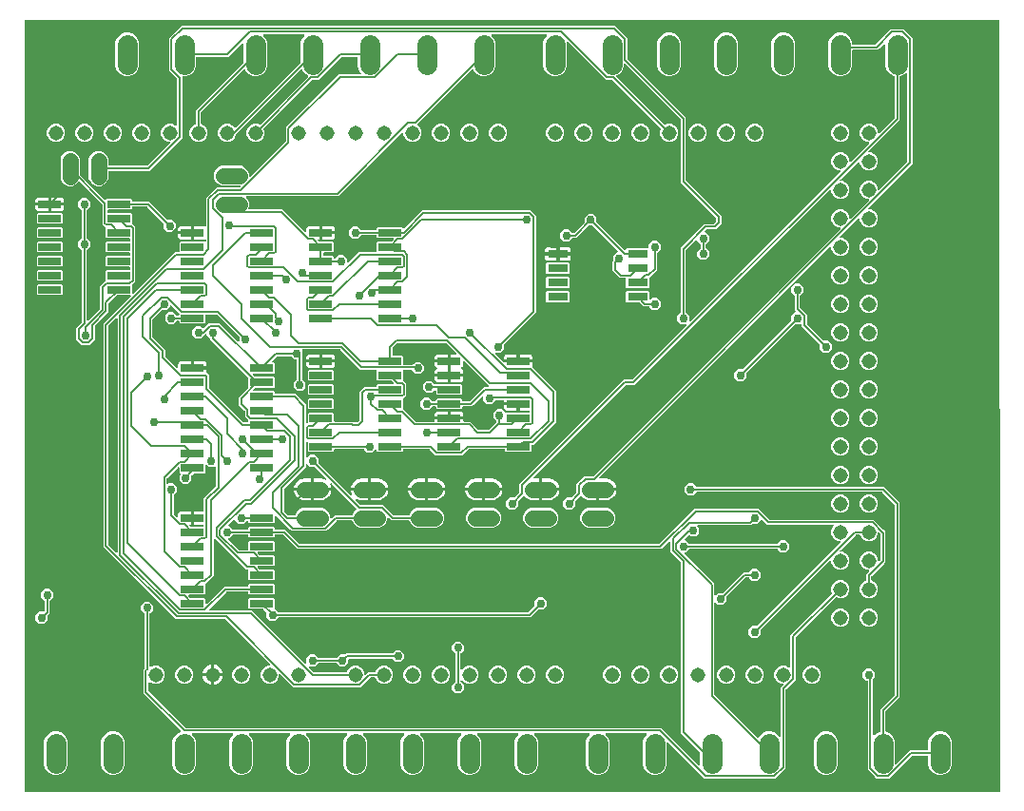
<source format=gbr>
G04 EAGLE Gerber RS-274X export*
G75*
%MOMM*%
%FSLAX34Y34*%
%LPD*%
%INBottom Copper*%
%IPPOS*%
%AMOC8*
5,1,8,0,0,1.08239X$1,22.5*%
G01*
%ADD10R,2.032000X0.660400*%
%ADD11C,1.308000*%
%ADD12C,1.790700*%
%ADD13C,1.422400*%
%ADD14R,1.800000X0.700000*%
%ADD15C,0.756400*%
%ADD16C,0.152400*%

G36*
X1233892Y200664D02*
X1233892Y200664D01*
X1233912Y200662D01*
X1234013Y200684D01*
X1234115Y200700D01*
X1234132Y200710D01*
X1234152Y200714D01*
X1234241Y200767D01*
X1234332Y200816D01*
X1234346Y200830D01*
X1234363Y200840D01*
X1234430Y200919D01*
X1234501Y200994D01*
X1234510Y201012D01*
X1234523Y201027D01*
X1234562Y201123D01*
X1234605Y201217D01*
X1234607Y201237D01*
X1234615Y201256D01*
X1234633Y201422D01*
X1234245Y887478D01*
X1234242Y887498D01*
X1234244Y887517D01*
X1234222Y887619D01*
X1234206Y887721D01*
X1234196Y887739D01*
X1234192Y887758D01*
X1234139Y887847D01*
X1234090Y887938D01*
X1234076Y887952D01*
X1234066Y887969D01*
X1233987Y888036D01*
X1233912Y888108D01*
X1233894Y888116D01*
X1233879Y888129D01*
X1233783Y888168D01*
X1233689Y888211D01*
X1233669Y888213D01*
X1233651Y888221D01*
X1233484Y888239D01*
X366522Y888239D01*
X366502Y888236D01*
X366483Y888238D01*
X366381Y888216D01*
X366279Y888200D01*
X366262Y888190D01*
X366242Y888186D01*
X366153Y888133D01*
X366062Y888084D01*
X366048Y888070D01*
X366031Y888060D01*
X365964Y887981D01*
X365892Y887906D01*
X365884Y887888D01*
X365871Y887873D01*
X365832Y887777D01*
X365789Y887683D01*
X365787Y887663D01*
X365779Y887645D01*
X365761Y887478D01*
X365761Y201422D01*
X365764Y201402D01*
X365762Y201383D01*
X365784Y201281D01*
X365800Y201179D01*
X365810Y201162D01*
X365814Y201142D01*
X365867Y201053D01*
X365916Y200962D01*
X365930Y200948D01*
X365940Y200931D01*
X366019Y200864D01*
X366094Y200792D01*
X366112Y200784D01*
X366127Y200771D01*
X366223Y200732D01*
X366317Y200689D01*
X366337Y200687D01*
X366355Y200679D01*
X366522Y200661D01*
X1233872Y200661D01*
X1233892Y200664D01*
G37*
%LPC*%
G36*
X971194Y212470D02*
X971194Y212470D01*
X938878Y244787D01*
X938820Y244829D01*
X938768Y244878D01*
X938720Y244900D01*
X938678Y244930D01*
X938610Y244951D01*
X938544Y244982D01*
X938493Y244987D01*
X938443Y245003D01*
X938371Y245001D01*
X938300Y245009D01*
X938249Y244998D01*
X938197Y244996D01*
X938130Y244972D01*
X938060Y244957D01*
X938015Y244930D01*
X937966Y244912D01*
X937910Y244867D01*
X937849Y244830D01*
X937815Y244791D01*
X937774Y244758D01*
X937735Y244698D01*
X937689Y244643D01*
X937669Y244595D01*
X937641Y244551D01*
X937624Y244482D01*
X937597Y244415D01*
X937589Y244344D01*
X937581Y244313D01*
X937583Y244290D01*
X937578Y244249D01*
X937578Y223912D01*
X935983Y220061D01*
X933035Y217113D01*
X929184Y215518D01*
X925016Y215518D01*
X921165Y217113D01*
X918217Y220061D01*
X916622Y223912D01*
X916622Y245988D01*
X918217Y249839D01*
X919935Y251557D01*
X919977Y251615D01*
X920026Y251667D01*
X920048Y251714D01*
X920078Y251756D01*
X920099Y251825D01*
X920130Y251890D01*
X920135Y251942D01*
X920151Y251992D01*
X920149Y252063D01*
X920157Y252134D01*
X920146Y252185D01*
X920144Y252237D01*
X920120Y252305D01*
X920104Y252375D01*
X920078Y252420D01*
X920060Y252468D01*
X920015Y252524D01*
X919978Y252586D01*
X919939Y252620D01*
X919906Y252660D01*
X919846Y252699D01*
X919791Y252746D01*
X919743Y252765D01*
X919699Y252793D01*
X919630Y252811D01*
X919563Y252838D01*
X919492Y252846D01*
X919461Y252854D01*
X919437Y252852D01*
X919396Y252856D01*
X884004Y252856D01*
X883933Y252845D01*
X883861Y252843D01*
X883812Y252825D01*
X883761Y252817D01*
X883697Y252783D01*
X883630Y252758D01*
X883589Y252726D01*
X883543Y252701D01*
X883494Y252649D01*
X883438Y252605D01*
X883410Y252561D01*
X883374Y252523D01*
X883344Y252458D01*
X883305Y252398D01*
X883292Y252347D01*
X883270Y252300D01*
X883262Y252229D01*
X883245Y252159D01*
X883249Y252107D01*
X883243Y252056D01*
X883259Y251985D01*
X883264Y251914D01*
X883284Y251866D01*
X883296Y251815D01*
X883332Y251754D01*
X883360Y251688D01*
X883405Y251632D01*
X883422Y251604D01*
X883440Y251589D01*
X883465Y251557D01*
X885183Y249839D01*
X886778Y245988D01*
X886778Y223912D01*
X885183Y220061D01*
X882235Y217113D01*
X878384Y215518D01*
X874216Y215518D01*
X870365Y217113D01*
X867417Y220061D01*
X865822Y223912D01*
X865822Y245988D01*
X867417Y249839D01*
X869135Y251557D01*
X869177Y251615D01*
X869226Y251667D01*
X869248Y251714D01*
X869278Y251756D01*
X869299Y251825D01*
X869330Y251890D01*
X869335Y251942D01*
X869351Y251992D01*
X869349Y252063D01*
X869357Y252134D01*
X869346Y252185D01*
X869344Y252237D01*
X869320Y252305D01*
X869304Y252375D01*
X869278Y252420D01*
X869260Y252468D01*
X869215Y252524D01*
X869178Y252586D01*
X869139Y252620D01*
X869106Y252660D01*
X869046Y252699D01*
X868991Y252746D01*
X868943Y252765D01*
X868899Y252793D01*
X868830Y252811D01*
X868763Y252838D01*
X868692Y252846D01*
X868661Y252854D01*
X868637Y252852D01*
X868596Y252856D01*
X820504Y252856D01*
X820433Y252845D01*
X820361Y252843D01*
X820312Y252825D01*
X820261Y252817D01*
X820197Y252783D01*
X820130Y252758D01*
X820089Y252726D01*
X820043Y252701D01*
X819994Y252649D01*
X819938Y252605D01*
X819910Y252561D01*
X819874Y252523D01*
X819844Y252458D01*
X819805Y252398D01*
X819792Y252347D01*
X819770Y252300D01*
X819762Y252229D01*
X819745Y252159D01*
X819749Y252107D01*
X819743Y252056D01*
X819759Y251985D01*
X819764Y251914D01*
X819784Y251866D01*
X819796Y251815D01*
X819832Y251754D01*
X819860Y251688D01*
X819905Y251632D01*
X819922Y251604D01*
X819940Y251589D01*
X819965Y251557D01*
X821683Y249839D01*
X823278Y245988D01*
X823278Y223912D01*
X821683Y220061D01*
X818735Y217113D01*
X814884Y215518D01*
X810716Y215518D01*
X806865Y217113D01*
X803917Y220061D01*
X802322Y223912D01*
X802322Y245988D01*
X803917Y249839D01*
X805635Y251557D01*
X805677Y251615D01*
X805726Y251667D01*
X805748Y251714D01*
X805778Y251756D01*
X805799Y251825D01*
X805830Y251890D01*
X805835Y251942D01*
X805851Y251992D01*
X805849Y252063D01*
X805857Y252134D01*
X805846Y252185D01*
X805844Y252237D01*
X805820Y252305D01*
X805804Y252375D01*
X805778Y252420D01*
X805760Y252468D01*
X805715Y252524D01*
X805678Y252586D01*
X805639Y252620D01*
X805606Y252660D01*
X805546Y252699D01*
X805491Y252746D01*
X805443Y252765D01*
X805399Y252793D01*
X805330Y252811D01*
X805263Y252838D01*
X805192Y252846D01*
X805161Y252854D01*
X805137Y252852D01*
X805096Y252856D01*
X769704Y252856D01*
X769633Y252845D01*
X769561Y252843D01*
X769512Y252825D01*
X769461Y252817D01*
X769397Y252783D01*
X769330Y252758D01*
X769289Y252726D01*
X769243Y252701D01*
X769194Y252649D01*
X769138Y252605D01*
X769110Y252561D01*
X769074Y252523D01*
X769044Y252458D01*
X769005Y252398D01*
X768992Y252347D01*
X768970Y252300D01*
X768962Y252229D01*
X768945Y252159D01*
X768949Y252107D01*
X768943Y252056D01*
X768959Y251985D01*
X768964Y251914D01*
X768984Y251866D01*
X768996Y251815D01*
X769032Y251754D01*
X769060Y251688D01*
X769105Y251632D01*
X769122Y251604D01*
X769140Y251589D01*
X769165Y251557D01*
X770883Y249839D01*
X772478Y245988D01*
X772478Y223912D01*
X770883Y220061D01*
X767935Y217113D01*
X764084Y215518D01*
X759916Y215518D01*
X756065Y217113D01*
X753117Y220061D01*
X751522Y223912D01*
X751522Y245988D01*
X753117Y249839D01*
X754835Y251557D01*
X754877Y251615D01*
X754926Y251667D01*
X754948Y251714D01*
X754978Y251756D01*
X754999Y251825D01*
X755030Y251890D01*
X755035Y251942D01*
X755051Y251992D01*
X755049Y252063D01*
X755057Y252134D01*
X755046Y252185D01*
X755044Y252237D01*
X755020Y252305D01*
X755004Y252375D01*
X754978Y252420D01*
X754960Y252468D01*
X754915Y252524D01*
X754878Y252586D01*
X754839Y252620D01*
X754806Y252660D01*
X754746Y252699D01*
X754691Y252746D01*
X754643Y252765D01*
X754599Y252793D01*
X754530Y252811D01*
X754463Y252838D01*
X754392Y252846D01*
X754361Y252854D01*
X754337Y252852D01*
X754296Y252856D01*
X718904Y252856D01*
X718833Y252845D01*
X718761Y252843D01*
X718712Y252825D01*
X718661Y252817D01*
X718597Y252783D01*
X718530Y252758D01*
X718489Y252726D01*
X718443Y252701D01*
X718394Y252649D01*
X718338Y252605D01*
X718310Y252561D01*
X718274Y252523D01*
X718244Y252458D01*
X718205Y252398D01*
X718192Y252347D01*
X718170Y252300D01*
X718162Y252229D01*
X718145Y252159D01*
X718149Y252107D01*
X718143Y252056D01*
X718159Y251985D01*
X718164Y251914D01*
X718184Y251866D01*
X718196Y251815D01*
X718232Y251754D01*
X718260Y251688D01*
X718305Y251632D01*
X718322Y251604D01*
X718340Y251589D01*
X718365Y251557D01*
X720083Y249839D01*
X721678Y245988D01*
X721678Y223912D01*
X720083Y220061D01*
X717135Y217113D01*
X713284Y215518D01*
X709116Y215518D01*
X705265Y217113D01*
X702317Y220061D01*
X700722Y223912D01*
X700722Y245988D01*
X702317Y249839D01*
X704035Y251557D01*
X704077Y251615D01*
X704126Y251667D01*
X704148Y251714D01*
X704178Y251756D01*
X704199Y251825D01*
X704230Y251890D01*
X704235Y251942D01*
X704251Y251992D01*
X704249Y252063D01*
X704257Y252134D01*
X704246Y252185D01*
X704244Y252237D01*
X704220Y252305D01*
X704204Y252375D01*
X704178Y252420D01*
X704160Y252468D01*
X704115Y252524D01*
X704078Y252586D01*
X704039Y252620D01*
X704006Y252660D01*
X703946Y252699D01*
X703891Y252746D01*
X703843Y252765D01*
X703799Y252793D01*
X703730Y252811D01*
X703663Y252838D01*
X703592Y252846D01*
X703561Y252854D01*
X703537Y252852D01*
X703496Y252856D01*
X668104Y252856D01*
X668033Y252845D01*
X667961Y252843D01*
X667912Y252825D01*
X667861Y252817D01*
X667797Y252783D01*
X667730Y252758D01*
X667689Y252726D01*
X667643Y252701D01*
X667594Y252649D01*
X667538Y252605D01*
X667510Y252561D01*
X667474Y252523D01*
X667444Y252458D01*
X667405Y252398D01*
X667392Y252347D01*
X667370Y252300D01*
X667362Y252229D01*
X667345Y252159D01*
X667349Y252107D01*
X667343Y252056D01*
X667359Y251985D01*
X667364Y251914D01*
X667384Y251866D01*
X667396Y251815D01*
X667432Y251754D01*
X667460Y251688D01*
X667505Y251632D01*
X667522Y251604D01*
X667540Y251589D01*
X667565Y251557D01*
X669283Y249839D01*
X670878Y245988D01*
X670878Y223912D01*
X669283Y220061D01*
X666335Y217113D01*
X662484Y215518D01*
X658316Y215518D01*
X654465Y217113D01*
X651517Y220061D01*
X649922Y223912D01*
X649922Y245988D01*
X651517Y249839D01*
X653235Y251557D01*
X653277Y251615D01*
X653326Y251667D01*
X653348Y251714D01*
X653378Y251756D01*
X653399Y251825D01*
X653430Y251890D01*
X653435Y251942D01*
X653451Y251992D01*
X653449Y252063D01*
X653457Y252134D01*
X653446Y252185D01*
X653444Y252237D01*
X653420Y252305D01*
X653404Y252375D01*
X653378Y252420D01*
X653360Y252468D01*
X653315Y252524D01*
X653278Y252586D01*
X653239Y252620D01*
X653206Y252660D01*
X653146Y252699D01*
X653091Y252746D01*
X653043Y252765D01*
X652999Y252793D01*
X652930Y252811D01*
X652863Y252838D01*
X652792Y252846D01*
X652761Y252854D01*
X652737Y252852D01*
X652696Y252856D01*
X617304Y252856D01*
X617233Y252845D01*
X617161Y252843D01*
X617112Y252825D01*
X617061Y252817D01*
X616997Y252783D01*
X616930Y252758D01*
X616889Y252726D01*
X616843Y252701D01*
X616794Y252649D01*
X616738Y252605D01*
X616710Y252561D01*
X616674Y252523D01*
X616644Y252458D01*
X616605Y252398D01*
X616592Y252347D01*
X616570Y252300D01*
X616562Y252229D01*
X616545Y252159D01*
X616549Y252107D01*
X616543Y252056D01*
X616559Y251985D01*
X616564Y251914D01*
X616584Y251866D01*
X616596Y251815D01*
X616632Y251754D01*
X616660Y251688D01*
X616705Y251632D01*
X616722Y251604D01*
X616740Y251589D01*
X616765Y251557D01*
X618483Y249839D01*
X620078Y245988D01*
X620078Y223912D01*
X618483Y220061D01*
X615535Y217113D01*
X611684Y215518D01*
X607516Y215518D01*
X603665Y217113D01*
X600717Y220061D01*
X599122Y223912D01*
X599122Y245988D01*
X600717Y249839D01*
X602435Y251557D01*
X602477Y251615D01*
X602526Y251667D01*
X602548Y251714D01*
X602578Y251756D01*
X602599Y251825D01*
X602630Y251890D01*
X602635Y251942D01*
X602651Y251992D01*
X602649Y252063D01*
X602657Y252134D01*
X602646Y252185D01*
X602644Y252237D01*
X602620Y252305D01*
X602604Y252375D01*
X602578Y252420D01*
X602560Y252468D01*
X602515Y252524D01*
X602478Y252586D01*
X602439Y252620D01*
X602406Y252660D01*
X602346Y252699D01*
X602291Y252746D01*
X602243Y252765D01*
X602199Y252793D01*
X602130Y252811D01*
X602063Y252838D01*
X601992Y252846D01*
X601961Y252854D01*
X601937Y252852D01*
X601896Y252856D01*
X566504Y252856D01*
X566433Y252845D01*
X566361Y252843D01*
X566312Y252825D01*
X566261Y252817D01*
X566197Y252783D01*
X566130Y252758D01*
X566089Y252726D01*
X566043Y252701D01*
X565994Y252649D01*
X565938Y252605D01*
X565910Y252561D01*
X565874Y252523D01*
X565844Y252458D01*
X565805Y252398D01*
X565792Y252347D01*
X565770Y252300D01*
X565762Y252229D01*
X565745Y252159D01*
X565749Y252107D01*
X565743Y252056D01*
X565759Y251985D01*
X565764Y251914D01*
X565784Y251866D01*
X565796Y251815D01*
X565832Y251754D01*
X565860Y251688D01*
X565905Y251632D01*
X565922Y251604D01*
X565940Y251589D01*
X565965Y251557D01*
X567683Y249839D01*
X569278Y245988D01*
X569278Y223912D01*
X567683Y220061D01*
X564735Y217113D01*
X560884Y215518D01*
X556716Y215518D01*
X552865Y217113D01*
X549917Y220061D01*
X548322Y223912D01*
X548322Y245988D01*
X549917Y249839D01*
X551635Y251557D01*
X551677Y251615D01*
X551726Y251667D01*
X551748Y251714D01*
X551778Y251756D01*
X551799Y251825D01*
X551830Y251890D01*
X551835Y251942D01*
X551851Y251992D01*
X551849Y252063D01*
X551857Y252134D01*
X551846Y252185D01*
X551844Y252237D01*
X551820Y252305D01*
X551804Y252375D01*
X551778Y252420D01*
X551760Y252468D01*
X551715Y252524D01*
X551678Y252586D01*
X551639Y252620D01*
X551606Y252660D01*
X551546Y252699D01*
X551491Y252746D01*
X551443Y252765D01*
X551399Y252793D01*
X551330Y252811D01*
X551263Y252838D01*
X551192Y252846D01*
X551161Y252854D01*
X551137Y252852D01*
X551096Y252856D01*
X515704Y252856D01*
X515633Y252845D01*
X515561Y252843D01*
X515512Y252825D01*
X515461Y252817D01*
X515397Y252783D01*
X515330Y252758D01*
X515289Y252726D01*
X515243Y252701D01*
X515194Y252649D01*
X515138Y252605D01*
X515110Y252561D01*
X515074Y252523D01*
X515044Y252458D01*
X515005Y252398D01*
X514992Y252347D01*
X514970Y252300D01*
X514962Y252229D01*
X514945Y252159D01*
X514949Y252107D01*
X514943Y252056D01*
X514959Y251985D01*
X514964Y251914D01*
X514984Y251866D01*
X514996Y251815D01*
X515032Y251754D01*
X515060Y251688D01*
X515105Y251632D01*
X515122Y251604D01*
X515140Y251589D01*
X515165Y251557D01*
X516883Y249839D01*
X518478Y245988D01*
X518478Y223912D01*
X516883Y220061D01*
X513935Y217113D01*
X510084Y215518D01*
X505916Y215518D01*
X502065Y217113D01*
X499117Y220061D01*
X497522Y223912D01*
X497522Y245988D01*
X499117Y249839D01*
X502065Y252787D01*
X504589Y253832D01*
X504628Y253856D01*
X504671Y253872D01*
X504731Y253921D01*
X504798Y253962D01*
X504827Y253997D01*
X504863Y254026D01*
X504905Y254091D01*
X504954Y254151D01*
X504971Y254194D01*
X504996Y254233D01*
X505015Y254308D01*
X505043Y254381D01*
X505045Y254427D01*
X505056Y254471D01*
X505050Y254549D01*
X505053Y254626D01*
X505040Y254671D01*
X505037Y254716D01*
X505006Y254788D01*
X504984Y254863D01*
X504958Y254900D01*
X504940Y254943D01*
X504855Y255049D01*
X504844Y255065D01*
X504840Y255068D01*
X504836Y255074D01*
X471487Y288422D01*
X471487Y309403D01*
X472470Y310386D01*
X472523Y310460D01*
X472583Y310530D01*
X472595Y310560D01*
X472614Y310586D01*
X472641Y310673D01*
X472675Y310758D01*
X472679Y310799D01*
X472686Y310821D01*
X472685Y310853D01*
X472693Y310924D01*
X472693Y358957D01*
X472679Y359047D01*
X472671Y359138D01*
X472659Y359167D01*
X472654Y359199D01*
X472611Y359280D01*
X472575Y359364D01*
X472549Y359396D01*
X472538Y359417D01*
X472515Y359439D01*
X472470Y359495D01*
X469673Y362292D01*
X469673Y366688D01*
X472782Y369797D01*
X477178Y369797D01*
X480287Y366688D01*
X480287Y362292D01*
X477490Y359495D01*
X477437Y359421D01*
X477377Y359351D01*
X477365Y359321D01*
X477346Y359295D01*
X477319Y359208D01*
X477285Y359123D01*
X477281Y359082D01*
X477274Y359060D01*
X477275Y359028D01*
X477267Y358957D01*
X477267Y312459D01*
X477274Y312414D01*
X477272Y312368D01*
X477294Y312293D01*
X477306Y312217D01*
X477328Y312176D01*
X477341Y312132D01*
X477385Y312068D01*
X477422Y311999D01*
X477455Y311968D01*
X477481Y311930D01*
X477543Y311884D01*
X477600Y311830D01*
X477642Y311810D01*
X477678Y311783D01*
X477752Y311759D01*
X477823Y311726D01*
X477869Y311721D01*
X477912Y311707D01*
X477990Y311708D01*
X478067Y311699D01*
X478112Y311709D01*
X478158Y311709D01*
X478290Y311747D01*
X478308Y311751D01*
X478312Y311754D01*
X478319Y311756D01*
X480996Y312865D01*
X484204Y312865D01*
X487168Y311637D01*
X489437Y309368D01*
X490665Y306404D01*
X490665Y303196D01*
X489437Y300232D01*
X487168Y297963D01*
X484204Y296735D01*
X480996Y296735D01*
X478032Y297963D01*
X477360Y298635D01*
X477302Y298676D01*
X477250Y298726D01*
X477203Y298748D01*
X477161Y298778D01*
X477092Y298799D01*
X477027Y298829D01*
X476975Y298835D01*
X476925Y298850D01*
X476854Y298849D01*
X476783Y298856D01*
X476732Y298845D01*
X476680Y298844D01*
X476612Y298819D01*
X476542Y298804D01*
X476497Y298777D01*
X476449Y298760D01*
X476393Y298715D01*
X476331Y298678D01*
X476297Y298638D01*
X476257Y298606D01*
X476218Y298546D01*
X476171Y298491D01*
X476152Y298443D01*
X476124Y298399D01*
X476106Y298329D01*
X476079Y298263D01*
X476071Y298192D01*
X476063Y298160D01*
X476065Y298137D01*
X476061Y298096D01*
X476061Y290632D01*
X476075Y290541D01*
X476083Y290451D01*
X476095Y290421D01*
X476100Y290389D01*
X476143Y290308D01*
X476179Y290224D01*
X476205Y290192D01*
X476216Y290171D01*
X476239Y290149D01*
X476284Y290093D01*
X508724Y257653D01*
X508798Y257600D01*
X508868Y257540D01*
X508898Y257528D01*
X508924Y257509D01*
X509011Y257482D01*
X509096Y257448D01*
X509137Y257444D01*
X509159Y257437D01*
X509191Y257438D01*
X509263Y257430D01*
X932703Y257430D01*
X966122Y224010D01*
X966180Y223968D01*
X966232Y223919D01*
X966280Y223897D01*
X966322Y223867D01*
X966390Y223846D01*
X966456Y223815D01*
X966507Y223810D01*
X966557Y223794D01*
X966629Y223796D01*
X966700Y223788D01*
X966751Y223799D01*
X966803Y223801D01*
X966870Y223825D01*
X966940Y223841D01*
X966985Y223867D01*
X967034Y223885D01*
X967090Y223930D01*
X967151Y223967D01*
X967185Y224006D01*
X967226Y224039D01*
X967265Y224099D01*
X967311Y224154D01*
X967331Y224202D01*
X967359Y224246D01*
X967376Y224315D01*
X967403Y224382D01*
X967411Y224453D01*
X967419Y224484D01*
X967417Y224508D01*
X967422Y224549D01*
X967422Y235529D01*
X967407Y235619D01*
X967400Y235710D01*
X967387Y235740D01*
X967382Y235772D01*
X967339Y235852D01*
X967304Y235936D01*
X967278Y235968D01*
X967267Y235989D01*
X967244Y236011D01*
X967199Y236067D01*
X950213Y253053D01*
X950213Y404945D01*
X950199Y405036D01*
X950191Y405126D01*
X950179Y405156D01*
X950174Y405188D01*
X950131Y405269D01*
X950095Y405353D01*
X950069Y405385D01*
X950058Y405406D01*
X950035Y405428D01*
X949990Y405484D01*
X941097Y414377D01*
X941097Y423138D01*
X941086Y423208D01*
X941084Y423280D01*
X941066Y423329D01*
X941058Y423380D01*
X941024Y423444D01*
X940999Y423511D01*
X940967Y423552D01*
X940942Y423598D01*
X940890Y423647D01*
X940846Y423703D01*
X940802Y423731D01*
X940764Y423767D01*
X940699Y423797D01*
X940639Y423836D01*
X940588Y423849D01*
X940541Y423871D01*
X940470Y423879D01*
X940400Y423896D01*
X940348Y423892D01*
X940297Y423898D01*
X940226Y423883D01*
X940155Y423877D01*
X940107Y423857D01*
X940056Y423846D01*
X939995Y423809D01*
X939929Y423781D01*
X939873Y423736D01*
X939845Y423719D01*
X939830Y423702D01*
X939798Y423676D01*
X932935Y416813D01*
X608653Y416813D01*
X596176Y429290D01*
X596102Y429343D01*
X596032Y429403D01*
X596002Y429415D01*
X595976Y429434D01*
X595889Y429461D01*
X595804Y429495D01*
X595763Y429499D01*
X595741Y429506D01*
X595709Y429505D01*
X595637Y429513D01*
X589280Y429513D01*
X589260Y429510D01*
X589241Y429512D01*
X589139Y429490D01*
X589037Y429474D01*
X589020Y429464D01*
X589000Y429460D01*
X588911Y429407D01*
X588820Y429358D01*
X588806Y429344D01*
X588789Y429334D01*
X588722Y429255D01*
X588650Y429180D01*
X588642Y429162D01*
X588629Y429147D01*
X588590Y429051D01*
X588547Y428957D01*
X588545Y428937D01*
X588537Y428919D01*
X588519Y428752D01*
X588519Y427866D01*
X587626Y426973D01*
X566042Y426973D01*
X565149Y427866D01*
X565149Y428752D01*
X565146Y428772D01*
X565148Y428791D01*
X565126Y428893D01*
X565110Y428995D01*
X565100Y429012D01*
X565096Y429032D01*
X565043Y429121D01*
X564994Y429212D01*
X564980Y429226D01*
X564970Y429243D01*
X564891Y429310D01*
X564816Y429382D01*
X564798Y429390D01*
X564783Y429403D01*
X564687Y429442D01*
X564593Y429485D01*
X564573Y429487D01*
X564555Y429495D01*
X564388Y429513D01*
X551633Y429513D01*
X551543Y429499D01*
X551452Y429491D01*
X551423Y429479D01*
X551391Y429474D01*
X551310Y429431D01*
X551226Y429395D01*
X551194Y429369D01*
X551173Y429358D01*
X551151Y429335D01*
X551095Y429290D01*
X548298Y426493D01*
X547897Y426493D01*
X547826Y426482D01*
X547755Y426480D01*
X547706Y426462D01*
X547654Y426454D01*
X547591Y426420D01*
X547524Y426395D01*
X547483Y426363D01*
X547437Y426338D01*
X547387Y426286D01*
X547331Y426242D01*
X547303Y426198D01*
X547267Y426160D01*
X547237Y426095D01*
X547198Y426035D01*
X547186Y425984D01*
X547164Y425937D01*
X547156Y425866D01*
X547138Y425796D01*
X547142Y425744D01*
X547137Y425693D01*
X547152Y425622D01*
X547158Y425551D01*
X547178Y425503D01*
X547189Y425452D01*
X547226Y425391D01*
X547254Y425325D01*
X547299Y425269D01*
X547315Y425241D01*
X547333Y425226D01*
X547359Y425194D01*
X556531Y416022D01*
X556605Y415969D01*
X556674Y415909D01*
X556704Y415897D01*
X556730Y415878D01*
X556817Y415851D01*
X556902Y415817D01*
X556943Y415813D01*
X556966Y415806D01*
X556998Y415807D01*
X557069Y415799D01*
X564388Y415799D01*
X564408Y415802D01*
X564427Y415800D01*
X564529Y415822D01*
X564631Y415838D01*
X564648Y415848D01*
X564668Y415852D01*
X564757Y415905D01*
X564848Y415954D01*
X564862Y415968D01*
X564879Y415978D01*
X564946Y416057D01*
X565018Y416132D01*
X565026Y416150D01*
X565039Y416165D01*
X565078Y416261D01*
X565121Y416355D01*
X565123Y416375D01*
X565131Y416393D01*
X565149Y416560D01*
X565149Y423034D01*
X566042Y423927D01*
X587626Y423927D01*
X588519Y423034D01*
X588519Y415166D01*
X587626Y414273D01*
X574032Y414273D01*
X573962Y414262D01*
X573890Y414260D01*
X573841Y414242D01*
X573790Y414234D01*
X573726Y414200D01*
X573659Y414175D01*
X573618Y414143D01*
X573572Y414118D01*
X573523Y414067D01*
X573467Y414022D01*
X573439Y413978D01*
X573403Y413940D01*
X573373Y413875D01*
X573334Y413815D01*
X573321Y413764D01*
X573299Y413717D01*
X573291Y413646D01*
X573274Y413576D01*
X573278Y413524D01*
X573272Y413473D01*
X573287Y413402D01*
X573293Y413331D01*
X573313Y413283D01*
X573324Y413232D01*
X573361Y413171D01*
X573389Y413105D01*
X573434Y413049D01*
X573451Y413021D01*
X573468Y413006D01*
X573494Y412974D01*
X575018Y411450D01*
X575092Y411397D01*
X575162Y411337D01*
X575192Y411325D01*
X575218Y411306D01*
X575305Y411279D01*
X575390Y411245D01*
X575431Y411241D01*
X575453Y411234D01*
X575485Y411235D01*
X575556Y411227D01*
X587626Y411227D01*
X588519Y410334D01*
X588519Y402466D01*
X587626Y401573D01*
X574032Y401573D01*
X573962Y401562D01*
X573890Y401560D01*
X573841Y401542D01*
X573790Y401534D01*
X573726Y401500D01*
X573659Y401475D01*
X573618Y401443D01*
X573572Y401418D01*
X573523Y401367D01*
X573467Y401322D01*
X573439Y401278D01*
X573403Y401240D01*
X573373Y401175D01*
X573334Y401115D01*
X573321Y401064D01*
X573299Y401017D01*
X573291Y400946D01*
X573274Y400876D01*
X573278Y400824D01*
X573272Y400773D01*
X573287Y400702D01*
X573293Y400631D01*
X573313Y400583D01*
X573324Y400532D01*
X573361Y400471D01*
X573389Y400405D01*
X573434Y400349D01*
X573451Y400321D01*
X573468Y400306D01*
X573494Y400274D01*
X575018Y398750D01*
X575092Y398697D01*
X575162Y398637D01*
X575192Y398625D01*
X575218Y398606D01*
X575305Y398579D01*
X575390Y398545D01*
X575431Y398541D01*
X575453Y398534D01*
X575485Y398535D01*
X575556Y398527D01*
X587626Y398527D01*
X588519Y397634D01*
X588519Y389766D01*
X587626Y388873D01*
X566042Y388873D01*
X565149Y389766D01*
X565149Y397764D01*
X565146Y397784D01*
X565148Y397803D01*
X565126Y397905D01*
X565110Y398007D01*
X565100Y398024D01*
X565096Y398044D01*
X565043Y398133D01*
X564994Y398224D01*
X564980Y398238D01*
X564970Y398255D01*
X564891Y398322D01*
X564816Y398394D01*
X564798Y398402D01*
X564783Y398415D01*
X564687Y398454D01*
X564593Y398497D01*
X564573Y398499D01*
X564555Y398507D01*
X564388Y398525D01*
X563249Y398525D01*
X535490Y426284D01*
X535432Y426326D01*
X535380Y426375D01*
X535333Y426397D01*
X535291Y426427D01*
X535222Y426448D01*
X535157Y426479D01*
X535105Y426484D01*
X535055Y426500D01*
X534984Y426498D01*
X534913Y426506D01*
X534862Y426495D01*
X534810Y426493D01*
X534742Y426469D01*
X534672Y426453D01*
X534627Y426427D01*
X534579Y426409D01*
X534523Y426364D01*
X534461Y426327D01*
X534427Y426288D01*
X534387Y426255D01*
X534348Y426195D01*
X534301Y426140D01*
X534282Y426092D01*
X534254Y426048D01*
X534236Y425979D01*
X534209Y425912D01*
X534201Y425841D01*
X534193Y425810D01*
X534195Y425786D01*
X534191Y425745D01*
X534191Y392596D01*
X527274Y385679D01*
X527221Y385605D01*
X527161Y385535D01*
X527149Y385505D01*
X527130Y385479D01*
X527103Y385392D01*
X527069Y385307D01*
X527065Y385266D01*
X527058Y385244D01*
X527059Y385212D01*
X527051Y385141D01*
X527051Y377066D01*
X526158Y376173D01*
X512564Y376173D01*
X512494Y376162D01*
X512422Y376160D01*
X512373Y376142D01*
X512322Y376134D01*
X512258Y376100D01*
X512191Y376075D01*
X512150Y376043D01*
X512104Y376018D01*
X512055Y375966D01*
X511999Y375922D01*
X511971Y375878D01*
X511935Y375840D01*
X511905Y375775D01*
X511866Y375715D01*
X511853Y375664D01*
X511831Y375617D01*
X511823Y375546D01*
X511806Y375476D01*
X511810Y375424D01*
X511804Y375373D01*
X511819Y375302D01*
X511825Y375231D01*
X511845Y375183D01*
X511856Y375132D01*
X511893Y375071D01*
X511921Y375005D01*
X511966Y374949D01*
X511983Y374921D01*
X512000Y374906D01*
X512026Y374874D01*
X513550Y373350D01*
X513624Y373297D01*
X513694Y373237D01*
X513724Y373225D01*
X513750Y373206D01*
X513837Y373179D01*
X513922Y373145D01*
X513963Y373141D01*
X513985Y373134D01*
X514017Y373135D01*
X514089Y373127D01*
X526158Y373127D01*
X527051Y372234D01*
X527051Y368362D01*
X527062Y368291D01*
X527064Y368219D01*
X527082Y368170D01*
X527090Y368119D01*
X527124Y368055D01*
X527149Y367988D01*
X527181Y367947D01*
X527206Y367901D01*
X527258Y367852D01*
X527302Y367796D01*
X527346Y367768D01*
X527384Y367732D01*
X527449Y367702D01*
X527509Y367663D01*
X527560Y367650D01*
X527607Y367628D01*
X527678Y367621D01*
X527748Y367603D01*
X527800Y367607D01*
X527851Y367601D01*
X527922Y367617D01*
X527993Y367622D01*
X528041Y367643D01*
X528092Y367654D01*
X528153Y367690D01*
X528219Y367718D01*
X528275Y367763D01*
X528303Y367780D01*
X528318Y367798D01*
X528350Y367823D01*
X543814Y383287D01*
X564388Y383287D01*
X564408Y383290D01*
X564427Y383288D01*
X564529Y383310D01*
X564631Y383326D01*
X564648Y383336D01*
X564668Y383340D01*
X564757Y383393D01*
X564848Y383442D01*
X564862Y383456D01*
X564879Y383466D01*
X564946Y383545D01*
X565018Y383620D01*
X565026Y383638D01*
X565039Y383653D01*
X565078Y383749D01*
X565121Y383843D01*
X565123Y383863D01*
X565131Y383881D01*
X565149Y384048D01*
X565149Y384934D01*
X566042Y385827D01*
X587626Y385827D01*
X588519Y384934D01*
X588519Y377066D01*
X587626Y376173D01*
X566042Y376173D01*
X565149Y377066D01*
X565149Y377952D01*
X565146Y377972D01*
X565148Y377991D01*
X565126Y378093D01*
X565110Y378195D01*
X565100Y378212D01*
X565096Y378232D01*
X565043Y378321D01*
X564994Y378412D01*
X564980Y378426D01*
X564970Y378443D01*
X564891Y378510D01*
X564816Y378582D01*
X564798Y378590D01*
X564783Y378603D01*
X564687Y378642D01*
X564593Y378685D01*
X564573Y378687D01*
X564555Y378695D01*
X564388Y378713D01*
X546023Y378713D01*
X545933Y378699D01*
X545842Y378691D01*
X545813Y378679D01*
X545781Y378674D01*
X545700Y378631D01*
X545616Y378595D01*
X545584Y378569D01*
X545563Y378558D01*
X545541Y378535D01*
X545485Y378490D01*
X530245Y363250D01*
X530203Y363192D01*
X530154Y363140D01*
X530132Y363093D01*
X530102Y363051D01*
X530080Y362982D01*
X530050Y362917D01*
X530044Y362865D01*
X530029Y362815D01*
X530031Y362744D01*
X530023Y362673D01*
X530034Y362622D01*
X530036Y362570D01*
X530060Y362502D01*
X530075Y362432D01*
X530102Y362387D01*
X530120Y362339D01*
X530165Y362283D01*
X530202Y362221D01*
X530241Y362187D01*
X530274Y362147D01*
X530334Y362108D01*
X530388Y362061D01*
X530437Y362042D01*
X530481Y362014D01*
X530550Y361996D01*
X530617Y361969D01*
X530688Y361961D01*
X530719Y361953D01*
X530742Y361955D01*
X530783Y361951D01*
X568383Y361951D01*
X569946Y360388D01*
X615694Y314640D01*
X615752Y314598D01*
X615804Y314549D01*
X615851Y314527D01*
X615893Y314497D01*
X615962Y314476D01*
X616027Y314445D01*
X616079Y314440D01*
X616129Y314424D01*
X616200Y314426D01*
X616271Y314418D01*
X616322Y314429D01*
X616374Y314431D01*
X616442Y314455D01*
X616512Y314470D01*
X616557Y314497D01*
X616605Y314515D01*
X616661Y314560D01*
X616723Y314597D01*
X616757Y314636D01*
X616797Y314669D01*
X616836Y314729D01*
X616883Y314784D01*
X616902Y314832D01*
X616930Y314876D01*
X616948Y314945D01*
X616975Y315012D01*
X616983Y315083D01*
X616991Y315114D01*
X616989Y315138D01*
X616993Y315178D01*
X616993Y319698D01*
X620102Y322807D01*
X624498Y322807D01*
X627295Y320010D01*
X627369Y319957D01*
X627439Y319897D01*
X627469Y319885D01*
X627495Y319866D01*
X627582Y319839D01*
X627667Y319805D01*
X627708Y319801D01*
X627730Y319794D01*
X627762Y319795D01*
X627833Y319787D01*
X643437Y319787D01*
X643527Y319801D01*
X643618Y319809D01*
X643647Y319821D01*
X643679Y319826D01*
X643760Y319869D01*
X643844Y319905D01*
X643876Y319931D01*
X643897Y319942D01*
X643919Y319965D01*
X643975Y320010D01*
X646772Y322807D01*
X650727Y322807D01*
X650818Y322821D01*
X650908Y322829D01*
X650938Y322841D01*
X650970Y322846D01*
X651051Y322889D01*
X651135Y322925D01*
X651167Y322951D01*
X651188Y322962D01*
X651210Y322985D01*
X651266Y323030D01*
X651833Y323597D01*
X692967Y323597D01*
X693057Y323611D01*
X693148Y323619D01*
X693177Y323631D01*
X693209Y323636D01*
X693290Y323679D01*
X693374Y323715D01*
X693406Y323741D01*
X693427Y323752D01*
X693449Y323775D01*
X693505Y323820D01*
X696302Y326617D01*
X700698Y326617D01*
X703807Y323508D01*
X703807Y319112D01*
X700698Y316003D01*
X696302Y316003D01*
X693505Y318800D01*
X693431Y318853D01*
X693361Y318913D01*
X693331Y318925D01*
X693305Y318944D01*
X693218Y318971D01*
X693133Y319005D01*
X693092Y319009D01*
X693070Y319016D01*
X693038Y319015D01*
X692967Y319023D01*
X655038Y319023D01*
X655018Y319020D01*
X654999Y319022D01*
X654897Y319000D01*
X654795Y318984D01*
X654778Y318974D01*
X654758Y318970D01*
X654669Y318917D01*
X654578Y318868D01*
X654564Y318854D01*
X654547Y318844D01*
X654480Y318765D01*
X654408Y318690D01*
X654400Y318672D01*
X654387Y318657D01*
X654348Y318561D01*
X654305Y318467D01*
X654303Y318447D01*
X654295Y318429D01*
X654277Y318262D01*
X654277Y315302D01*
X651168Y312193D01*
X646772Y312193D01*
X643975Y314990D01*
X643901Y315043D01*
X643831Y315103D01*
X643801Y315115D01*
X643775Y315134D01*
X643688Y315161D01*
X643603Y315195D01*
X643562Y315199D01*
X643540Y315206D01*
X643508Y315205D01*
X643437Y315213D01*
X627833Y315213D01*
X627743Y315199D01*
X627652Y315191D01*
X627623Y315179D01*
X627591Y315174D01*
X627510Y315131D01*
X627426Y315095D01*
X627394Y315069D01*
X627373Y315058D01*
X627351Y315035D01*
X627295Y314990D01*
X624498Y312193D01*
X619978Y312193D01*
X619908Y312182D01*
X619836Y312180D01*
X619787Y312162D01*
X619736Y312154D01*
X619672Y312120D01*
X619605Y312095D01*
X619564Y312063D01*
X619518Y312038D01*
X619469Y311986D01*
X619413Y311942D01*
X619385Y311898D01*
X619349Y311860D01*
X619319Y311795D01*
X619280Y311735D01*
X619267Y311684D01*
X619245Y311637D01*
X619237Y311566D01*
X619220Y311496D01*
X619224Y311444D01*
X619218Y311393D01*
X619233Y311322D01*
X619239Y311251D01*
X619259Y311203D01*
X619270Y311152D01*
X619307Y311091D01*
X619335Y311025D01*
X619380Y310969D01*
X619397Y310941D01*
X619414Y310926D01*
X619440Y310894D01*
X623024Y307310D01*
X623098Y307257D01*
X623168Y307197D01*
X623198Y307185D01*
X623224Y307166D01*
X623311Y307139D01*
X623396Y307105D01*
X623437Y307101D01*
X623459Y307094D01*
X623491Y307095D01*
X623563Y307087D01*
X652109Y307087D01*
X652224Y307106D01*
X652340Y307123D01*
X652346Y307125D01*
X652352Y307126D01*
X652455Y307181D01*
X652560Y307234D01*
X652564Y307239D01*
X652569Y307242D01*
X652649Y307326D01*
X652732Y307410D01*
X652735Y307416D01*
X652739Y307420D01*
X652747Y307437D01*
X652813Y307557D01*
X653563Y309368D01*
X655832Y311637D01*
X658796Y312865D01*
X662004Y312865D01*
X664968Y311637D01*
X667237Y309368D01*
X668465Y306404D01*
X668465Y305455D01*
X668476Y305384D01*
X668478Y305312D01*
X668496Y305263D01*
X668504Y305212D01*
X668538Y305148D01*
X668563Y305081D01*
X668595Y305040D01*
X668620Y304994D01*
X668672Y304945D01*
X668716Y304889D01*
X668760Y304861D01*
X668798Y304825D01*
X668863Y304795D01*
X668923Y304756D01*
X668974Y304743D01*
X669021Y304721D01*
X669092Y304714D01*
X669162Y304696D01*
X669214Y304700D01*
X669265Y304694D01*
X669336Y304710D01*
X669407Y304715D01*
X669455Y304736D01*
X669506Y304747D01*
X669567Y304783D01*
X669633Y304811D01*
X669689Y304856D01*
X669717Y304873D01*
X669732Y304891D01*
X669764Y304916D01*
X671935Y307087D01*
X677509Y307087D01*
X677624Y307106D01*
X677740Y307123D01*
X677746Y307125D01*
X677752Y307126D01*
X677855Y307181D01*
X677960Y307234D01*
X677964Y307239D01*
X677969Y307242D01*
X678049Y307326D01*
X678132Y307410D01*
X678135Y307416D01*
X678139Y307420D01*
X678147Y307437D01*
X678213Y307557D01*
X678963Y309368D01*
X681232Y311637D01*
X684196Y312865D01*
X687404Y312865D01*
X690368Y311637D01*
X692637Y309368D01*
X693865Y306404D01*
X693865Y303196D01*
X692637Y300232D01*
X690368Y297963D01*
X687404Y296735D01*
X684196Y296735D01*
X681232Y297963D01*
X678963Y300232D01*
X678213Y302043D01*
X678151Y302143D01*
X678091Y302243D01*
X678086Y302247D01*
X678083Y302252D01*
X677993Y302327D01*
X677904Y302403D01*
X677898Y302405D01*
X677894Y302409D01*
X677785Y302451D01*
X677676Y302495D01*
X677669Y302496D01*
X677664Y302497D01*
X677646Y302498D01*
X677509Y302513D01*
X674144Y302513D01*
X674054Y302499D01*
X673963Y302491D01*
X673934Y302479D01*
X673902Y302474D01*
X673821Y302431D01*
X673737Y302395D01*
X673705Y302369D01*
X673684Y302358D01*
X673662Y302335D01*
X673606Y302290D01*
X665003Y293687D01*
X604997Y293687D01*
X593564Y305120D01*
X593506Y305162D01*
X593454Y305211D01*
X593407Y305233D01*
X593365Y305263D01*
X593296Y305285D01*
X593231Y305315D01*
X593179Y305321D01*
X593129Y305336D01*
X593058Y305334D01*
X592987Y305342D01*
X592936Y305331D01*
X592884Y305329D01*
X592816Y305305D01*
X592746Y305290D01*
X592701Y305263D01*
X592653Y305245D01*
X592597Y305200D01*
X592535Y305163D01*
X592501Y305124D01*
X592461Y305091D01*
X592422Y305031D01*
X592375Y304977D01*
X592356Y304928D01*
X592328Y304884D01*
X592310Y304815D01*
X592283Y304748D01*
X592275Y304677D01*
X592267Y304646D01*
X592269Y304623D01*
X592265Y304582D01*
X592265Y303196D01*
X591037Y300232D01*
X588768Y297963D01*
X585804Y296735D01*
X582596Y296735D01*
X579632Y297963D01*
X577363Y300232D01*
X576135Y303196D01*
X576135Y306404D01*
X577363Y309368D01*
X579632Y311637D01*
X582596Y312865D01*
X583982Y312865D01*
X584052Y312876D01*
X584124Y312878D01*
X584173Y312896D01*
X584224Y312904D01*
X584288Y312938D01*
X584355Y312963D01*
X584396Y312995D01*
X584442Y313020D01*
X584491Y313072D01*
X584547Y313116D01*
X584575Y313160D01*
X584611Y313198D01*
X584641Y313263D01*
X584680Y313323D01*
X584693Y313374D01*
X584715Y313421D01*
X584723Y313492D01*
X584740Y313562D01*
X584736Y313614D01*
X584742Y313665D01*
X584727Y313736D01*
X584721Y313807D01*
X584701Y313855D01*
X584690Y313906D01*
X584653Y313967D01*
X584625Y314033D01*
X584580Y314089D01*
X584563Y314117D01*
X584546Y314132D01*
X584520Y314164D01*
X544578Y354106D01*
X544504Y354159D01*
X544434Y354219D01*
X544404Y354231D01*
X544378Y354250D01*
X544291Y354277D01*
X544206Y354311D01*
X544165Y354315D01*
X544143Y354322D01*
X544111Y354321D01*
X544040Y354329D01*
X500787Y354329D01*
X436145Y418971D01*
X436145Y617411D01*
X460308Y641574D01*
X460350Y641632D01*
X460399Y641684D01*
X460421Y641731D01*
X460452Y641773D01*
X460473Y641842D01*
X460503Y641907D01*
X460509Y641959D01*
X460524Y642009D01*
X460522Y642080D01*
X460530Y642151D01*
X460519Y642202D01*
X460518Y642254D01*
X460493Y642322D01*
X460478Y642392D01*
X460451Y642437D01*
X460433Y642485D01*
X460388Y642541D01*
X460352Y642603D01*
X460312Y642637D01*
X460280Y642677D01*
X460219Y642716D01*
X460165Y642763D01*
X460116Y642782D01*
X460073Y642810D01*
X460003Y642828D01*
X459937Y642855D01*
X459865Y642863D01*
X459834Y642871D01*
X459811Y642869D01*
X459770Y642873D01*
X448557Y642873D01*
X448466Y642859D01*
X448376Y642851D01*
X448346Y642839D01*
X448314Y642834D01*
X448233Y642791D01*
X448149Y642755D01*
X448117Y642729D01*
X448096Y642718D01*
X448074Y642695D01*
X448018Y642650D01*
X440942Y635574D01*
X440889Y635500D01*
X440829Y635430D01*
X440817Y635400D01*
X440798Y635374D01*
X440771Y635287D01*
X440737Y635202D01*
X440733Y635161D01*
X440726Y635139D01*
X440727Y635107D01*
X440719Y635035D01*
X440719Y627484D01*
X428948Y615713D01*
X428895Y615639D01*
X428835Y615570D01*
X428823Y615540D01*
X428804Y615513D01*
X428777Y615427D01*
X428743Y615342D01*
X428739Y615301D01*
X428732Y615278D01*
X428733Y615246D01*
X428725Y615175D01*
X428725Y603599D01*
X423831Y598705D01*
X416909Y598705D01*
X412015Y603599D01*
X412015Y613870D01*
X416590Y618445D01*
X416643Y618519D01*
X416703Y618588D01*
X416715Y618618D01*
X416734Y618645D01*
X416761Y618731D01*
X416795Y618816D01*
X416799Y618857D01*
X416806Y618880D01*
X416805Y618912D01*
X416813Y618983D01*
X416813Y682807D01*
X416799Y682897D01*
X416791Y682988D01*
X416779Y683017D01*
X416774Y683049D01*
X416731Y683130D01*
X416695Y683214D01*
X416669Y683246D01*
X416658Y683267D01*
X416635Y683289D01*
X416590Y683345D01*
X413793Y686142D01*
X413793Y690538D01*
X416590Y693335D01*
X416643Y693409D01*
X416703Y693479D01*
X416715Y693509D01*
X416734Y693535D01*
X416761Y693622D01*
X416795Y693707D01*
X416799Y693748D01*
X416806Y693770D01*
X416805Y693802D01*
X416813Y693873D01*
X416813Y718367D01*
X416799Y718457D01*
X416791Y718548D01*
X416779Y718577D01*
X416774Y718609D01*
X416731Y718690D01*
X416695Y718774D01*
X416669Y718806D01*
X416658Y718827D01*
X416635Y718849D01*
X416590Y718905D01*
X413793Y721702D01*
X413793Y726098D01*
X416902Y729207D01*
X421298Y729207D01*
X424407Y726098D01*
X424407Y721702D01*
X421610Y718905D01*
X421557Y718831D01*
X421497Y718761D01*
X421485Y718731D01*
X421466Y718705D01*
X421439Y718618D01*
X421405Y718533D01*
X421401Y718492D01*
X421394Y718470D01*
X421395Y718438D01*
X421387Y718367D01*
X421387Y693873D01*
X421401Y693783D01*
X421409Y693692D01*
X421421Y693663D01*
X421426Y693631D01*
X421469Y693550D01*
X421505Y693466D01*
X421531Y693434D01*
X421542Y693413D01*
X421565Y693391D01*
X421610Y693335D01*
X424407Y690538D01*
X424407Y686142D01*
X421610Y683345D01*
X421557Y683271D01*
X421497Y683201D01*
X421485Y683171D01*
X421466Y683145D01*
X421439Y683058D01*
X421405Y682973D01*
X421401Y682932D01*
X421394Y682910D01*
X421395Y682878D01*
X421387Y682807D01*
X421387Y620768D01*
X421398Y620698D01*
X421400Y620626D01*
X421418Y620577D01*
X421426Y620526D01*
X421460Y620462D01*
X421485Y620395D01*
X421517Y620354D01*
X421542Y620308D01*
X421594Y620259D01*
X421638Y620203D01*
X421682Y620175D01*
X421720Y620139D01*
X421785Y620109D01*
X421845Y620070D01*
X421896Y620057D01*
X421943Y620035D01*
X422014Y620027D01*
X422084Y620010D01*
X422136Y620014D01*
X422187Y620008D01*
X422258Y620023D01*
X422329Y620029D01*
X422377Y620049D01*
X422428Y620060D01*
X422489Y620097D01*
X422555Y620125D01*
X422611Y620170D01*
X422639Y620187D01*
X422654Y620204D01*
X422686Y620230D01*
X432874Y630418D01*
X432927Y630492D01*
X432987Y630562D01*
X432999Y630592D01*
X433018Y630618D01*
X433045Y630705D01*
X433079Y630790D01*
X433083Y630831D01*
X433090Y630853D01*
X433089Y630885D01*
X433097Y630957D01*
X433097Y650892D01*
X437926Y655721D01*
X437979Y655795D01*
X438039Y655865D01*
X438051Y655895D01*
X438070Y655921D01*
X438097Y656008D01*
X438131Y656093D01*
X438135Y656134D01*
X438142Y656156D01*
X438141Y656188D01*
X438149Y656259D01*
X438149Y664334D01*
X439042Y665227D01*
X459232Y665227D01*
X459252Y665230D01*
X459271Y665228D01*
X459373Y665250D01*
X459475Y665266D01*
X459492Y665276D01*
X459512Y665280D01*
X459601Y665333D01*
X459692Y665382D01*
X459706Y665396D01*
X459723Y665406D01*
X459790Y665485D01*
X459862Y665560D01*
X459870Y665578D01*
X459883Y665593D01*
X459922Y665689D01*
X459965Y665783D01*
X459967Y665803D01*
X459975Y665821D01*
X459993Y665988D01*
X459993Y667512D01*
X459990Y667532D01*
X459992Y667551D01*
X459970Y667653D01*
X459954Y667755D01*
X459944Y667772D01*
X459940Y667792D01*
X459887Y667881D01*
X459838Y667972D01*
X459824Y667986D01*
X459814Y668003D01*
X459735Y668070D01*
X459660Y668142D01*
X459642Y668150D01*
X459627Y668163D01*
X459531Y668202D01*
X459437Y668245D01*
X459417Y668247D01*
X459399Y668255D01*
X459232Y668273D01*
X439042Y668273D01*
X438149Y669166D01*
X438149Y677034D01*
X439042Y677927D01*
X459232Y677927D01*
X459252Y677930D01*
X459271Y677928D01*
X459373Y677950D01*
X459475Y677966D01*
X459492Y677976D01*
X459512Y677980D01*
X459601Y678033D01*
X459692Y678082D01*
X459706Y678096D01*
X459723Y678106D01*
X459790Y678185D01*
X459862Y678260D01*
X459870Y678278D01*
X459883Y678293D01*
X459922Y678389D01*
X459965Y678483D01*
X459967Y678503D01*
X459975Y678521D01*
X459993Y678688D01*
X459993Y680212D01*
X459990Y680232D01*
X459992Y680251D01*
X459970Y680353D01*
X459954Y680455D01*
X459944Y680472D01*
X459940Y680492D01*
X459887Y680581D01*
X459838Y680672D01*
X459824Y680686D01*
X459814Y680703D01*
X459735Y680770D01*
X459660Y680842D01*
X459642Y680850D01*
X459627Y680863D01*
X459531Y680902D01*
X459437Y680945D01*
X459417Y680947D01*
X459399Y680955D01*
X459232Y680973D01*
X439042Y680973D01*
X438149Y681866D01*
X438149Y689734D01*
X439042Y690627D01*
X459232Y690627D01*
X459252Y690630D01*
X459271Y690628D01*
X459373Y690650D01*
X459475Y690666D01*
X459492Y690676D01*
X459512Y690680D01*
X459601Y690733D01*
X459692Y690782D01*
X459706Y690796D01*
X459723Y690806D01*
X459790Y690885D01*
X459862Y690960D01*
X459870Y690978D01*
X459883Y690993D01*
X459922Y691089D01*
X459965Y691183D01*
X459967Y691203D01*
X459975Y691221D01*
X459993Y691388D01*
X459993Y692912D01*
X459990Y692932D01*
X459992Y692951D01*
X459970Y693053D01*
X459954Y693155D01*
X459944Y693172D01*
X459940Y693192D01*
X459887Y693281D01*
X459838Y693372D01*
X459824Y693386D01*
X459814Y693403D01*
X459735Y693470D01*
X459660Y693542D01*
X459642Y693550D01*
X459627Y693563D01*
X459531Y693602D01*
X459437Y693645D01*
X459417Y693647D01*
X459399Y693655D01*
X459232Y693673D01*
X439042Y693673D01*
X438149Y694566D01*
X438149Y702641D01*
X438135Y702731D01*
X438127Y702822D01*
X438115Y702851D01*
X438110Y702883D01*
X438067Y702964D01*
X438031Y703048D01*
X438005Y703080D01*
X437994Y703101D01*
X437971Y703123D01*
X437926Y703179D01*
X435101Y706004D01*
X435101Y723400D01*
X435087Y723490D01*
X435079Y723581D01*
X435067Y723610D01*
X435062Y723642D01*
X435019Y723723D01*
X434983Y723807D01*
X434957Y723839D01*
X434946Y723860D01*
X434923Y723882D01*
X434878Y723938D01*
X414952Y743864D01*
X414914Y743891D01*
X414883Y743925D01*
X414815Y743963D01*
X414752Y744008D01*
X414708Y744021D01*
X414668Y744044D01*
X414591Y744057D01*
X414517Y744080D01*
X414471Y744079D01*
X414426Y744087D01*
X414349Y744076D01*
X414271Y744074D01*
X414228Y744058D01*
X414182Y744051D01*
X414113Y744016D01*
X414040Y743989D01*
X414004Y743961D01*
X413963Y743940D01*
X413909Y743884D01*
X413848Y743836D01*
X413823Y743797D01*
X413791Y743764D01*
X413730Y743654D01*
X411292Y741216D01*
X408118Y739901D01*
X404682Y739901D01*
X401508Y741216D01*
X399078Y743646D01*
X397763Y746820D01*
X397763Y764480D01*
X399078Y767654D01*
X401508Y770084D01*
X404682Y771399D01*
X408118Y771399D01*
X411292Y770084D01*
X413722Y767654D01*
X415037Y764480D01*
X415037Y750562D01*
X415051Y750472D01*
X415059Y750381D01*
X415071Y750352D01*
X415076Y750320D01*
X415119Y750239D01*
X415155Y750155D01*
X415181Y750123D01*
X415192Y750102D01*
X415215Y750080D01*
X415260Y750024D01*
X437262Y728022D01*
X437278Y728011D01*
X437290Y727995D01*
X437378Y727939D01*
X437461Y727879D01*
X437480Y727873D01*
X437497Y727862D01*
X437598Y727837D01*
X437696Y727806D01*
X437716Y727807D01*
X437736Y727802D01*
X437839Y727810D01*
X437942Y727813D01*
X437961Y727820D01*
X437981Y727821D01*
X438076Y727862D01*
X438173Y727897D01*
X438189Y727910D01*
X438207Y727918D01*
X438338Y728022D01*
X439042Y728727D01*
X460626Y728727D01*
X461519Y727834D01*
X461519Y726948D01*
X461522Y726928D01*
X461520Y726909D01*
X461542Y726807D01*
X461558Y726705D01*
X461568Y726688D01*
X461572Y726668D01*
X461625Y726579D01*
X461674Y726488D01*
X461688Y726474D01*
X461698Y726457D01*
X461777Y726390D01*
X461852Y726318D01*
X461870Y726310D01*
X461885Y726297D01*
X461981Y726258D01*
X462075Y726215D01*
X462095Y726213D01*
X462113Y726205D01*
X462280Y726187D01*
X476915Y726187D01*
X493004Y710098D01*
X493078Y710045D01*
X493148Y709985D01*
X493178Y709973D01*
X493204Y709954D01*
X493291Y709927D01*
X493376Y709893D01*
X493417Y709889D01*
X493439Y709882D01*
X493471Y709883D01*
X493543Y709875D01*
X497498Y709875D01*
X500607Y706766D01*
X500607Y702370D01*
X497498Y699261D01*
X493102Y699261D01*
X489993Y702370D01*
X489993Y706325D01*
X489979Y706416D01*
X489971Y706506D01*
X489959Y706536D01*
X489954Y706568D01*
X489911Y706649D01*
X489875Y706733D01*
X489849Y706765D01*
X489838Y706786D01*
X489815Y706808D01*
X489770Y706864D01*
X475244Y721390D01*
X475170Y721443D01*
X475100Y721503D01*
X475070Y721515D01*
X475044Y721534D01*
X474957Y721561D01*
X474872Y721595D01*
X474831Y721599D01*
X474809Y721606D01*
X474777Y721605D01*
X474705Y721613D01*
X462280Y721613D01*
X462260Y721610D01*
X462241Y721612D01*
X462139Y721590D01*
X462037Y721574D01*
X462020Y721564D01*
X462000Y721560D01*
X461911Y721507D01*
X461820Y721458D01*
X461806Y721444D01*
X461789Y721434D01*
X461722Y721355D01*
X461650Y721280D01*
X461642Y721262D01*
X461629Y721247D01*
X461590Y721151D01*
X461547Y721057D01*
X461545Y721037D01*
X461537Y721019D01*
X461519Y720852D01*
X461519Y719966D01*
X460626Y719073D01*
X440436Y719073D01*
X440416Y719070D01*
X440397Y719072D01*
X440295Y719050D01*
X440193Y719034D01*
X440176Y719024D01*
X440156Y719020D01*
X440067Y718967D01*
X439976Y718918D01*
X439962Y718904D01*
X439945Y718894D01*
X439878Y718815D01*
X439806Y718740D01*
X439798Y718722D01*
X439785Y718707D01*
X439746Y718611D01*
X439703Y718517D01*
X439701Y718497D01*
X439693Y718479D01*
X439675Y718312D01*
X439675Y716788D01*
X439678Y716768D01*
X439676Y716749D01*
X439698Y716647D01*
X439714Y716545D01*
X439724Y716528D01*
X439728Y716508D01*
X439781Y716419D01*
X439830Y716328D01*
X439844Y716314D01*
X439854Y716297D01*
X439933Y716230D01*
X440008Y716158D01*
X440026Y716150D01*
X440041Y716137D01*
X440137Y716098D01*
X440231Y716055D01*
X440251Y716053D01*
X440269Y716045D01*
X440436Y716027D01*
X460626Y716027D01*
X461519Y715134D01*
X461519Y707059D01*
X461533Y706969D01*
X461541Y706878D01*
X461553Y706849D01*
X461558Y706817D01*
X461601Y706736D01*
X461637Y706652D01*
X461663Y706620D01*
X461674Y706599D01*
X461697Y706577D01*
X461742Y706521D01*
X464567Y703696D01*
X464567Y655204D01*
X461742Y652379D01*
X461689Y652305D01*
X461629Y652235D01*
X461617Y652205D01*
X461598Y652179D01*
X461571Y652092D01*
X461537Y652007D01*
X461533Y651966D01*
X461526Y651944D01*
X461527Y651912D01*
X461519Y651841D01*
X461519Y644622D01*
X461530Y644551D01*
X461532Y644480D01*
X461550Y644431D01*
X461558Y644379D01*
X461592Y644316D01*
X461617Y644249D01*
X461649Y644208D01*
X461674Y644162D01*
X461726Y644113D01*
X461770Y644057D01*
X461814Y644028D01*
X461852Y643993D01*
X461917Y643962D01*
X461977Y643924D01*
X462028Y643911D01*
X462075Y643889D01*
X462146Y643881D01*
X462216Y643864D01*
X462268Y643868D01*
X462319Y643862D01*
X462390Y643877D01*
X462461Y643883D01*
X462509Y643903D01*
X462560Y643914D01*
X462621Y643951D01*
X462687Y643979D01*
X462743Y644024D01*
X462771Y644040D01*
X462786Y644058D01*
X462818Y644084D01*
X498147Y679412D01*
X499709Y680975D01*
X502920Y680975D01*
X502940Y680978D01*
X502959Y680976D01*
X503061Y680998D01*
X503163Y681014D01*
X503180Y681024D01*
X503200Y681028D01*
X503289Y681081D01*
X503380Y681130D01*
X503394Y681144D01*
X503411Y681154D01*
X503478Y681233D01*
X503550Y681308D01*
X503558Y681326D01*
X503571Y681341D01*
X503610Y681437D01*
X503653Y681531D01*
X503655Y681551D01*
X503663Y681569D01*
X503681Y681736D01*
X503681Y689734D01*
X504574Y690627D01*
X526158Y690627D01*
X526286Y690499D01*
X526344Y690457D01*
X526396Y690407D01*
X526443Y690385D01*
X526485Y690355D01*
X526554Y690334D01*
X526619Y690304D01*
X526671Y690298D01*
X526721Y690283D01*
X526792Y690285D01*
X526863Y690277D01*
X526914Y690288D01*
X526966Y690289D01*
X527034Y690314D01*
X527104Y690329D01*
X527149Y690356D01*
X527197Y690373D01*
X527253Y690418D01*
X527315Y690455D01*
X527349Y690495D01*
X527389Y690527D01*
X527428Y690587D01*
X527475Y690642D01*
X527494Y690690D01*
X527522Y690734D01*
X527540Y690803D01*
X527567Y690870D01*
X527575Y690941D01*
X527583Y690973D01*
X527581Y690996D01*
X527585Y691037D01*
X527585Y692135D01*
X527570Y692229D01*
X527561Y692324D01*
X527550Y692350D01*
X527546Y692377D01*
X527501Y692462D01*
X527462Y692549D01*
X527443Y692570D01*
X527430Y692595D01*
X527361Y692661D01*
X527297Y692731D01*
X527272Y692745D01*
X527252Y692764D01*
X527165Y692804D01*
X527082Y692851D01*
X527054Y692856D01*
X527029Y692868D01*
X526934Y692878D01*
X526840Y692896D01*
X526812Y692892D01*
X526785Y692895D01*
X526691Y692875D01*
X526596Y692861D01*
X526564Y692847D01*
X526544Y692843D01*
X526538Y692839D01*
X525860Y692657D01*
X516889Y692657D01*
X516889Y697738D01*
X516886Y697758D01*
X516888Y697777D01*
X516866Y697879D01*
X516849Y697981D01*
X516840Y697998D01*
X516836Y698018D01*
X516783Y698107D01*
X516734Y698198D01*
X516720Y698212D01*
X516710Y698229D01*
X516631Y698296D01*
X516556Y698367D01*
X516538Y698376D01*
X516523Y698389D01*
X516427Y698428D01*
X516333Y698471D01*
X516313Y698473D01*
X516295Y698481D01*
X516128Y698499D01*
X515365Y698499D01*
X515365Y698501D01*
X516128Y698501D01*
X516148Y698504D01*
X516167Y698502D01*
X516269Y698524D01*
X516371Y698541D01*
X516388Y698550D01*
X516408Y698554D01*
X516497Y698607D01*
X516588Y698656D01*
X516602Y698670D01*
X516619Y698680D01*
X516686Y698759D01*
X516757Y698834D01*
X516766Y698852D01*
X516779Y698867D01*
X516818Y698963D01*
X516861Y699057D01*
X516863Y699077D01*
X516871Y699095D01*
X516889Y699262D01*
X516889Y704343D01*
X525860Y704343D01*
X526582Y704149D01*
X526619Y704132D01*
X526647Y704129D01*
X526673Y704119D01*
X526769Y704116D01*
X526863Y704105D01*
X526891Y704111D01*
X526919Y704110D01*
X527010Y704137D01*
X527104Y704157D01*
X527128Y704172D01*
X527155Y704180D01*
X527233Y704235D01*
X527315Y704284D01*
X527333Y704305D01*
X527356Y704321D01*
X527413Y704398D01*
X527475Y704470D01*
X527485Y704496D01*
X527502Y704519D01*
X527531Y704610D01*
X527567Y704699D01*
X527571Y704733D01*
X527577Y704753D01*
X527576Y704786D01*
X527585Y704865D01*
X527585Y729523D01*
X529148Y731085D01*
X535133Y737070D01*
X536695Y738633D01*
X557284Y738633D01*
X557374Y738647D01*
X557465Y738655D01*
X557494Y738667D01*
X557526Y738672D01*
X557607Y738715D01*
X557691Y738751D01*
X557723Y738777D01*
X557744Y738788D01*
X557766Y738811D01*
X557822Y738856D01*
X558330Y739364D01*
X558372Y739422D01*
X558421Y739474D01*
X558443Y739521D01*
X558473Y739563D01*
X558494Y739632D01*
X558525Y739697D01*
X558530Y739749D01*
X558546Y739799D01*
X558544Y739870D01*
X558552Y739941D01*
X558541Y739992D01*
X558539Y740044D01*
X558515Y740112D01*
X558500Y740182D01*
X558473Y740226D01*
X558455Y740275D01*
X558410Y740331D01*
X558373Y740393D01*
X558334Y740427D01*
X558301Y740467D01*
X558241Y740506D01*
X558186Y740553D01*
X558138Y740572D01*
X558094Y740600D01*
X558025Y740618D01*
X557958Y740645D01*
X557887Y740653D01*
X557856Y740661D01*
X557832Y740659D01*
X557792Y740663D01*
X541080Y740663D01*
X537906Y741978D01*
X535476Y744408D01*
X534161Y747582D01*
X534161Y751018D01*
X535476Y754192D01*
X537906Y756622D01*
X541080Y757937D01*
X558740Y757937D01*
X561914Y756622D01*
X564344Y754192D01*
X565659Y751018D01*
X565659Y748530D01*
X565670Y748460D01*
X565672Y748388D01*
X565690Y748339D01*
X565698Y748288D01*
X565732Y748224D01*
X565757Y748157D01*
X565789Y748116D01*
X565814Y748070D01*
X565866Y748021D01*
X565910Y747965D01*
X565954Y747937D01*
X565992Y747901D01*
X566057Y747871D01*
X566117Y747832D01*
X566168Y747819D01*
X566215Y747797D01*
X566286Y747789D01*
X566356Y747772D01*
X566408Y747776D01*
X566459Y747770D01*
X566530Y747785D01*
X566601Y747791D01*
X566649Y747811D01*
X566700Y747822D01*
X566761Y747859D01*
X566827Y747887D01*
X566883Y747932D01*
X566911Y747949D01*
X566926Y747966D01*
X566958Y747992D01*
X598264Y779298D01*
X598317Y779372D01*
X598377Y779442D01*
X598389Y779472D01*
X598408Y779498D01*
X598435Y779585D01*
X598469Y779670D01*
X598473Y779711D01*
X598480Y779733D01*
X598479Y779765D01*
X598487Y779837D01*
X598487Y792003D01*
X645828Y839344D01*
X665396Y839344D01*
X665467Y839355D01*
X665539Y839357D01*
X665588Y839375D01*
X665639Y839383D01*
X665703Y839417D01*
X665770Y839442D01*
X665811Y839474D01*
X665857Y839499D01*
X665906Y839551D01*
X665962Y839595D01*
X665990Y839639D01*
X666026Y839677D01*
X666056Y839742D01*
X666095Y839802D01*
X666108Y839853D01*
X666130Y839900D01*
X666138Y839971D01*
X666155Y840041D01*
X666151Y840093D01*
X666157Y840144D01*
X666141Y840215D01*
X666136Y840286D01*
X666116Y840334D01*
X666104Y840385D01*
X666068Y840446D01*
X666040Y840512D01*
X665995Y840568D01*
X665978Y840596D01*
X665973Y840600D01*
X665972Y840602D01*
X665958Y840614D01*
X665935Y840643D01*
X664217Y842361D01*
X662622Y846212D01*
X662622Y854202D01*
X662619Y854222D01*
X662621Y854241D01*
X662599Y854343D01*
X662582Y854445D01*
X662573Y854462D01*
X662568Y854482D01*
X662515Y854571D01*
X662467Y854662D01*
X662453Y854676D01*
X662442Y854693D01*
X662364Y854760D01*
X662289Y854832D01*
X662271Y854840D01*
X662255Y854853D01*
X662159Y854892D01*
X662066Y854935D01*
X662046Y854937D01*
X662027Y854945D01*
X661861Y854963D01*
X648411Y854963D01*
X648321Y854949D01*
X648230Y854941D01*
X648200Y854929D01*
X648168Y854924D01*
X648088Y854881D01*
X648004Y854845D01*
X647972Y854819D01*
X647951Y854808D01*
X647929Y854785D01*
X647873Y854740D01*
X627903Y834770D01*
X622420Y834770D01*
X622329Y834756D01*
X622239Y834748D01*
X622209Y834736D01*
X622177Y834731D01*
X622096Y834688D01*
X622012Y834652D01*
X621980Y834626D01*
X621959Y834615D01*
X621937Y834592D01*
X621881Y834547D01*
X578979Y791645D01*
X578911Y791551D01*
X578841Y791457D01*
X578839Y791451D01*
X578836Y791446D01*
X578802Y791335D01*
X578765Y791223D01*
X578765Y791217D01*
X578763Y791211D01*
X578766Y791094D01*
X578768Y790977D01*
X578770Y790970D01*
X578770Y790965D01*
X578776Y790947D01*
X578814Y790816D01*
X579565Y789004D01*
X579565Y785796D01*
X578337Y782832D01*
X576068Y780563D01*
X573104Y779335D01*
X569896Y779335D01*
X566932Y780563D01*
X564663Y782832D01*
X563435Y785796D01*
X563435Y789004D01*
X564663Y791968D01*
X566932Y794237D01*
X569896Y795465D01*
X573104Y795465D01*
X574916Y794714D01*
X575030Y794688D01*
X575143Y794659D01*
X575149Y794660D01*
X575155Y794658D01*
X575272Y794669D01*
X575388Y794678D01*
X575394Y794681D01*
X575400Y794681D01*
X575508Y794729D01*
X575614Y794775D01*
X575620Y794779D01*
X575625Y794781D01*
X575639Y794794D01*
X575745Y794879D01*
X618327Y837461D01*
X618354Y837498D01*
X618388Y837530D01*
X618425Y837598D01*
X618471Y837661D01*
X618484Y837705D01*
X618506Y837745D01*
X618520Y837822D01*
X618543Y837896D01*
X618542Y837942D01*
X618550Y837987D01*
X618539Y838064D01*
X618537Y838142D01*
X618521Y838185D01*
X618514Y838230D01*
X618479Y838300D01*
X618452Y838373D01*
X618424Y838409D01*
X618403Y838450D01*
X618347Y838504D01*
X618299Y838565D01*
X618260Y838590D01*
X618227Y838622D01*
X618107Y838688D01*
X618092Y838698D01*
X618087Y838699D01*
X618080Y838703D01*
X616365Y839413D01*
X613417Y842361D01*
X613041Y843269D01*
X613017Y843308D01*
X613001Y843351D01*
X612953Y843411D01*
X612911Y843478D01*
X612876Y843507D01*
X612847Y843543D01*
X612782Y843585D01*
X612722Y843634D01*
X612679Y843651D01*
X612641Y843676D01*
X612565Y843695D01*
X612492Y843723D01*
X612447Y843725D01*
X612402Y843736D01*
X612324Y843730D01*
X612247Y843733D01*
X612202Y843720D01*
X612157Y843717D01*
X612085Y843686D01*
X612010Y843665D01*
X611973Y843638D01*
X611930Y843620D01*
X611824Y843535D01*
X611808Y843524D01*
X611805Y843520D01*
X611799Y843516D01*
X554960Y786676D01*
X554332Y786048D01*
X554294Y785995D01*
X554248Y785948D01*
X554208Y785875D01*
X554188Y785848D01*
X554183Y785830D01*
X554167Y785801D01*
X552937Y782832D01*
X550668Y780563D01*
X547704Y779335D01*
X544496Y779335D01*
X541532Y780563D01*
X539263Y782832D01*
X538035Y785796D01*
X538035Y789004D01*
X539263Y791968D01*
X541532Y794237D01*
X544496Y795465D01*
X547704Y795465D01*
X550668Y794237D01*
X552822Y792083D01*
X552839Y792071D01*
X552851Y792056D01*
X552938Y792000D01*
X553022Y791939D01*
X553041Y791933D01*
X553058Y791923D01*
X553158Y791897D01*
X553257Y791867D01*
X553277Y791867D01*
X553296Y791863D01*
X553399Y791871D01*
X553503Y791873D01*
X553522Y791880D01*
X553542Y791882D01*
X553636Y791922D01*
X553734Y791958D01*
X553750Y791970D01*
X553768Y791978D01*
X553899Y792083D01*
X611599Y849783D01*
X611652Y849857D01*
X611711Y849926D01*
X611724Y849956D01*
X611742Y849982D01*
X611769Y850069D01*
X611803Y850154D01*
X611808Y850195D01*
X611815Y850218D01*
X611814Y850250D01*
X611822Y850321D01*
X611822Y868288D01*
X613417Y872139D01*
X615135Y873857D01*
X615177Y873915D01*
X615226Y873967D01*
X615248Y874014D01*
X615278Y874056D01*
X615299Y874125D01*
X615330Y874190D01*
X615335Y874242D01*
X615351Y874292D01*
X615349Y874363D01*
X615357Y874434D01*
X615346Y874485D01*
X615344Y874537D01*
X615320Y874605D01*
X615304Y874675D01*
X615278Y874720D01*
X615260Y874768D01*
X615215Y874824D01*
X615178Y874886D01*
X615139Y874920D01*
X615106Y874960D01*
X615046Y874999D01*
X614991Y875046D01*
X614943Y875065D01*
X614899Y875093D01*
X614830Y875111D01*
X614763Y875138D01*
X614692Y875146D01*
X614661Y875154D01*
X614637Y875152D01*
X614596Y875156D01*
X579204Y875156D01*
X579133Y875145D01*
X579061Y875143D01*
X579012Y875125D01*
X578961Y875117D01*
X578897Y875083D01*
X578830Y875058D01*
X578789Y875026D01*
X578743Y875001D01*
X578694Y874949D01*
X578638Y874905D01*
X578610Y874861D01*
X578574Y874823D01*
X578544Y874758D01*
X578505Y874698D01*
X578492Y874647D01*
X578470Y874600D01*
X578462Y874529D01*
X578445Y874459D01*
X578449Y874407D01*
X578443Y874356D01*
X578459Y874285D01*
X578464Y874214D01*
X578484Y874166D01*
X578496Y874115D01*
X578532Y874054D01*
X578560Y873988D01*
X578605Y873932D01*
X578622Y873904D01*
X578640Y873889D01*
X578665Y873857D01*
X580383Y872139D01*
X581978Y868288D01*
X581978Y846212D01*
X580383Y842361D01*
X577435Y839413D01*
X573584Y837818D01*
X569416Y837818D01*
X565565Y839413D01*
X562617Y842361D01*
X562241Y843269D01*
X562217Y843308D01*
X562201Y843351D01*
X562153Y843411D01*
X562111Y843478D01*
X562076Y843507D01*
X562047Y843543D01*
X561982Y843585D01*
X561922Y843634D01*
X561879Y843651D01*
X561841Y843676D01*
X561765Y843695D01*
X561692Y843723D01*
X561647Y843725D01*
X561602Y843736D01*
X561524Y843730D01*
X561447Y843733D01*
X561402Y843720D01*
X561357Y843717D01*
X561285Y843686D01*
X561210Y843665D01*
X561173Y843638D01*
X561130Y843620D01*
X561024Y843535D01*
X561008Y843524D01*
X561005Y843520D01*
X560999Y843516D01*
X523210Y805726D01*
X523157Y805652D01*
X523097Y805582D01*
X523085Y805552D01*
X523066Y805526D01*
X523039Y805439D01*
X523005Y805354D01*
X523001Y805313D01*
X522994Y805291D01*
X522995Y805259D01*
X522987Y805187D01*
X522987Y795691D01*
X523006Y795575D01*
X523023Y795460D01*
X523025Y795454D01*
X523026Y795448D01*
X523081Y795345D01*
X523134Y795240D01*
X523139Y795236D01*
X523142Y795231D01*
X523226Y795151D01*
X523310Y795068D01*
X523316Y795065D01*
X523320Y795061D01*
X523337Y795053D01*
X523457Y794987D01*
X525268Y794237D01*
X527537Y791968D01*
X528765Y789004D01*
X528765Y785796D01*
X527537Y782832D01*
X525268Y780563D01*
X522304Y779335D01*
X519096Y779335D01*
X516132Y780563D01*
X513863Y782832D01*
X512635Y785796D01*
X512635Y789004D01*
X513863Y791968D01*
X516132Y794237D01*
X517943Y794987D01*
X518043Y795049D01*
X518143Y795109D01*
X518147Y795114D01*
X518152Y795117D01*
X518227Y795207D01*
X518303Y795296D01*
X518305Y795302D01*
X518309Y795306D01*
X518351Y795415D01*
X518395Y795524D01*
X518396Y795531D01*
X518397Y795536D01*
X518398Y795554D01*
X518413Y795691D01*
X518413Y807397D01*
X560799Y849783D01*
X560852Y849857D01*
X560911Y849926D01*
X560924Y849956D01*
X560942Y849982D01*
X560969Y850069D01*
X561003Y850154D01*
X561008Y850195D01*
X561015Y850218D01*
X561014Y850250D01*
X561022Y850321D01*
X561022Y866549D01*
X561010Y866619D01*
X561008Y866691D01*
X560990Y866740D01*
X560982Y866791D01*
X560948Y866855D01*
X560924Y866922D01*
X560891Y866963D01*
X560867Y867009D01*
X560815Y867058D01*
X560770Y867114D01*
X560726Y867142D01*
X560689Y867178D01*
X560624Y867208D01*
X560563Y867247D01*
X560513Y867260D01*
X560466Y867282D01*
X560394Y867290D01*
X560325Y867307D01*
X560273Y867303D01*
X560221Y867309D01*
X560151Y867294D01*
X560080Y867288D01*
X560032Y867268D01*
X559981Y867257D01*
X559919Y867220D01*
X559853Y867192D01*
X559797Y867147D01*
X559770Y867130D01*
X559754Y867113D01*
X559722Y867087D01*
X547599Y854963D01*
X519239Y854963D01*
X519220Y854960D01*
X519200Y854962D01*
X519099Y854940D01*
X518997Y854924D01*
X518979Y854914D01*
X518960Y854910D01*
X518871Y854857D01*
X518779Y854808D01*
X518766Y854794D01*
X518749Y854784D01*
X518681Y854705D01*
X518610Y854630D01*
X518602Y854612D01*
X518589Y854597D01*
X518550Y854501D01*
X518506Y854407D01*
X518504Y854387D01*
X518497Y854369D01*
X518478Y854202D01*
X518478Y846212D01*
X516883Y842361D01*
X513935Y839413D01*
X510084Y837818D01*
X507174Y837818D01*
X507154Y837815D01*
X507135Y837817D01*
X507033Y837795D01*
X506931Y837779D01*
X506914Y837769D01*
X506894Y837765D01*
X506805Y837712D01*
X506714Y837663D01*
X506700Y837649D01*
X506683Y837639D01*
X506616Y837560D01*
X506544Y837485D01*
X506536Y837467D01*
X506523Y837452D01*
X506484Y837356D01*
X506441Y837262D01*
X506439Y837242D01*
X506431Y837224D01*
X506413Y837057D01*
X506413Y782797D01*
X476979Y753363D01*
X441198Y753363D01*
X441178Y753360D01*
X441159Y753362D01*
X441057Y753340D01*
X440955Y753324D01*
X440938Y753314D01*
X440918Y753310D01*
X440829Y753257D01*
X440738Y753208D01*
X440724Y753194D01*
X440707Y753184D01*
X440640Y753105D01*
X440568Y753030D01*
X440560Y753012D01*
X440547Y752997D01*
X440508Y752901D01*
X440465Y752807D01*
X440463Y752787D01*
X440455Y752769D01*
X440437Y752602D01*
X440437Y746820D01*
X439122Y743646D01*
X436692Y741216D01*
X433518Y739901D01*
X430082Y739901D01*
X426908Y741216D01*
X424478Y743646D01*
X423163Y746820D01*
X423163Y764480D01*
X424478Y767654D01*
X426908Y770084D01*
X430082Y771399D01*
X433518Y771399D01*
X436692Y770084D01*
X439122Y767654D01*
X440437Y764480D01*
X440437Y758698D01*
X440440Y758678D01*
X440438Y758659D01*
X440460Y758557D01*
X440476Y758455D01*
X440486Y758438D01*
X440490Y758418D01*
X440543Y758329D01*
X440592Y758238D01*
X440606Y758224D01*
X440616Y758207D01*
X440695Y758140D01*
X440770Y758068D01*
X440788Y758060D01*
X440803Y758047D01*
X440899Y758008D01*
X440993Y757965D01*
X441013Y757963D01*
X441031Y757955D01*
X441198Y757937D01*
X474769Y757937D01*
X474859Y757951D01*
X474950Y757959D01*
X474980Y757971D01*
X475012Y757976D01*
X475093Y758019D01*
X475177Y758055D01*
X475209Y758081D01*
X475229Y758092D01*
X475252Y758115D01*
X475308Y758160D01*
X495184Y778036D01*
X495226Y778094D01*
X495275Y778146D01*
X495297Y778193D01*
X495327Y778235D01*
X495348Y778304D01*
X495379Y778369D01*
X495384Y778421D01*
X495400Y778471D01*
X495398Y778542D01*
X495406Y778613D01*
X495395Y778664D01*
X495393Y778716D01*
X495369Y778784D01*
X495353Y778854D01*
X495327Y778899D01*
X495309Y778947D01*
X495264Y779003D01*
X495227Y779065D01*
X495188Y779099D01*
X495155Y779139D01*
X495095Y779178D01*
X495040Y779225D01*
X494992Y779244D01*
X494948Y779272D01*
X494879Y779290D01*
X494812Y779317D01*
X494741Y779325D01*
X494710Y779333D01*
X494686Y779331D01*
X494645Y779335D01*
X493696Y779335D01*
X490732Y780563D01*
X488463Y782832D01*
X487235Y785796D01*
X487235Y789004D01*
X488463Y791968D01*
X490732Y794237D01*
X493696Y795465D01*
X496904Y795465D01*
X499868Y794237D01*
X500540Y793565D01*
X500598Y793524D01*
X500650Y793474D01*
X500697Y793452D01*
X500739Y793422D01*
X500808Y793401D01*
X500873Y793371D01*
X500925Y793365D01*
X500975Y793350D01*
X501046Y793351D01*
X501117Y793344D01*
X501168Y793355D01*
X501220Y793356D01*
X501288Y793381D01*
X501358Y793396D01*
X501403Y793423D01*
X501451Y793440D01*
X501507Y793485D01*
X501569Y793522D01*
X501603Y793562D01*
X501643Y793594D01*
X501682Y793654D01*
X501729Y793709D01*
X501748Y793757D01*
X501776Y793801D01*
X501794Y793871D01*
X501821Y793937D01*
X501829Y794008D01*
X501837Y794040D01*
X501835Y794063D01*
X501839Y794104D01*
X501839Y835013D01*
X501825Y835103D01*
X501817Y835194D01*
X501805Y835224D01*
X501800Y835256D01*
X501757Y835336D01*
X501721Y835420D01*
X501695Y835452D01*
X501684Y835473D01*
X501661Y835495D01*
X501616Y835551D01*
X496036Y841131D01*
X494474Y842694D01*
X494474Y871806D01*
X505445Y882778D01*
X891555Y882778D01*
X900964Y873369D01*
X902526Y871806D01*
X902526Y853623D01*
X902541Y853533D01*
X902548Y853442D01*
X902561Y853412D01*
X902566Y853380D01*
X902609Y853300D01*
X902644Y853216D01*
X902670Y853184D01*
X902681Y853163D01*
X902704Y853141D01*
X902749Y853085D01*
X954787Y801047D01*
X954787Y745174D01*
X954801Y745084D01*
X954809Y744993D01*
X954821Y744963D01*
X954826Y744931D01*
X954869Y744851D01*
X954905Y744767D01*
X954931Y744735D01*
X954942Y744714D01*
X954965Y744692D01*
X955010Y744636D01*
X986255Y713391D01*
X986255Y706469D01*
X981361Y701575D01*
X973403Y701575D01*
X973313Y701561D01*
X973222Y701553D01*
X973192Y701541D01*
X973160Y701536D01*
X973080Y701493D01*
X972996Y701457D01*
X972964Y701431D01*
X972943Y701420D01*
X972932Y701409D01*
X972931Y701408D01*
X972918Y701395D01*
X972865Y701352D01*
X971539Y700026D01*
X971497Y699968D01*
X971447Y699916D01*
X971426Y699869D01*
X971395Y699827D01*
X971374Y699758D01*
X971344Y699693D01*
X971338Y699641D01*
X971323Y699591D01*
X971325Y699520D01*
X971317Y699449D01*
X971328Y699398D01*
X971329Y699346D01*
X971354Y699278D01*
X971369Y699208D01*
X971396Y699163D01*
X971414Y699115D01*
X971458Y699059D01*
X971495Y698997D01*
X971535Y698963D01*
X971567Y698923D01*
X971628Y698884D01*
X971682Y698837D01*
X971730Y698818D01*
X971774Y698790D01*
X971844Y698772D01*
X971910Y698745D01*
X971982Y698737D01*
X972013Y698729D01*
X972036Y698731D01*
X972077Y698727D01*
X972478Y698727D01*
X975587Y695618D01*
X975587Y691222D01*
X972790Y688425D01*
X972737Y688351D01*
X972677Y688281D01*
X972665Y688251D01*
X972646Y688225D01*
X972619Y688138D01*
X972585Y688053D01*
X972581Y688012D01*
X972574Y687990D01*
X972575Y687958D01*
X972567Y687887D01*
X972567Y684983D01*
X972581Y684893D01*
X972589Y684802D01*
X972601Y684773D01*
X972606Y684741D01*
X972649Y684660D01*
X972685Y684576D01*
X972711Y684544D01*
X972722Y684523D01*
X972745Y684501D01*
X972790Y684445D01*
X975587Y681648D01*
X975587Y677252D01*
X972478Y674143D01*
X968082Y674143D01*
X964973Y677252D01*
X964973Y681648D01*
X967770Y684445D01*
X967823Y684519D01*
X967883Y684589D01*
X967895Y684619D01*
X967914Y684645D01*
X967941Y684732D01*
X967975Y684817D01*
X967979Y684858D01*
X967986Y684880D01*
X967985Y684912D01*
X967993Y684983D01*
X967993Y687887D01*
X967992Y687896D01*
X967992Y687900D01*
X967987Y687923D01*
X967979Y687977D01*
X967971Y688068D01*
X967959Y688097D01*
X967954Y688129D01*
X967911Y688210D01*
X967875Y688294D01*
X967849Y688326D01*
X967838Y688347D01*
X967815Y688369D01*
X967770Y688425D01*
X964973Y691222D01*
X964973Y691623D01*
X964962Y691694D01*
X964960Y691765D01*
X964942Y691814D01*
X964934Y691866D01*
X964900Y691929D01*
X964875Y691996D01*
X964843Y692037D01*
X964818Y692083D01*
X964766Y692133D01*
X964722Y692189D01*
X964678Y692217D01*
X964640Y692253D01*
X964575Y692283D01*
X964515Y692322D01*
X964464Y692334D01*
X964417Y692356D01*
X964346Y692364D01*
X964276Y692382D01*
X964224Y692378D01*
X964173Y692383D01*
X964102Y692368D01*
X964031Y692362D01*
X963983Y692342D01*
X963932Y692331D01*
X963871Y692294D01*
X963805Y692266D01*
X963749Y692221D01*
X963721Y692205D01*
X963706Y692187D01*
X963674Y692161D01*
X955010Y683497D01*
X954957Y683423D01*
X954897Y683354D01*
X954885Y683324D01*
X954866Y683298D01*
X954839Y683211D01*
X954805Y683126D01*
X954801Y683085D01*
X954794Y683062D01*
X954795Y683030D01*
X954787Y682959D01*
X954787Y627833D01*
X954801Y627743D01*
X954809Y627652D01*
X954821Y627623D01*
X954826Y627591D01*
X954869Y627510D01*
X954905Y627426D01*
X954931Y627394D01*
X954942Y627373D01*
X954965Y627351D01*
X955010Y627295D01*
X957807Y624498D01*
X957807Y619978D01*
X957818Y619908D01*
X957820Y619836D01*
X957838Y619787D01*
X957846Y619736D01*
X957880Y619672D01*
X957905Y619605D01*
X957937Y619564D01*
X957962Y619518D01*
X958013Y619469D01*
X958058Y619413D01*
X958102Y619385D01*
X958140Y619349D01*
X958205Y619319D01*
X958265Y619280D01*
X958316Y619267D01*
X958363Y619245D01*
X958434Y619237D01*
X958504Y619220D01*
X958556Y619224D01*
X958607Y619218D01*
X958678Y619233D01*
X958749Y619239D01*
X958797Y619259D01*
X958848Y619270D01*
X958909Y619307D01*
X958975Y619335D01*
X959031Y619380D01*
X959059Y619397D01*
X959074Y619414D01*
X959106Y619440D01*
X1092302Y752636D01*
X1092344Y752694D01*
X1092393Y752746D01*
X1092415Y752793D01*
X1092445Y752835D01*
X1092466Y752904D01*
X1092497Y752969D01*
X1092502Y753021D01*
X1092518Y753071D01*
X1092516Y753142D01*
X1092524Y753213D01*
X1092513Y753264D01*
X1092511Y753316D01*
X1092487Y753384D01*
X1092472Y753454D01*
X1092445Y753498D01*
X1092427Y753547D01*
X1092382Y753603D01*
X1092345Y753665D01*
X1092306Y753699D01*
X1092273Y753739D01*
X1092213Y753778D01*
X1092158Y753825D01*
X1092110Y753844D01*
X1092066Y753872D01*
X1091997Y753890D01*
X1091930Y753917D01*
X1091859Y753925D01*
X1091828Y753933D01*
X1091804Y753931D01*
X1091764Y753935D01*
X1090596Y753935D01*
X1087632Y755163D01*
X1085363Y757432D01*
X1084135Y760396D01*
X1084135Y763604D01*
X1085363Y766568D01*
X1087632Y768837D01*
X1090596Y770065D01*
X1093804Y770065D01*
X1096768Y768837D01*
X1099037Y766568D01*
X1100265Y763604D01*
X1100265Y762436D01*
X1100266Y762428D01*
X1100266Y762424D01*
X1100270Y762404D01*
X1100276Y762366D01*
X1100278Y762294D01*
X1100296Y762245D01*
X1100304Y762194D01*
X1100338Y762130D01*
X1100363Y762063D01*
X1100395Y762022D01*
X1100420Y761976D01*
X1100471Y761927D01*
X1100516Y761871D01*
X1100560Y761843D01*
X1100598Y761807D01*
X1100663Y761777D01*
X1100723Y761738D01*
X1100774Y761725D01*
X1100821Y761703D01*
X1100892Y761695D01*
X1100962Y761678D01*
X1101014Y761682D01*
X1101065Y761676D01*
X1101136Y761691D01*
X1101207Y761697D01*
X1101255Y761717D01*
X1101306Y761728D01*
X1101367Y761765D01*
X1101433Y761793D01*
X1101489Y761838D01*
X1101517Y761855D01*
X1101532Y761872D01*
X1101564Y761898D01*
X1117702Y778036D01*
X1117744Y778094D01*
X1117793Y778146D01*
X1117815Y778193D01*
X1117845Y778235D01*
X1117866Y778304D01*
X1117897Y778369D01*
X1117902Y778421D01*
X1117918Y778471D01*
X1117916Y778542D01*
X1117924Y778613D01*
X1117913Y778664D01*
X1117911Y778716D01*
X1117887Y778784D01*
X1117872Y778854D01*
X1117845Y778898D01*
X1117827Y778947D01*
X1117782Y779003D01*
X1117745Y779065D01*
X1117706Y779099D01*
X1117673Y779139D01*
X1117613Y779178D01*
X1117558Y779225D01*
X1117510Y779244D01*
X1117466Y779272D01*
X1117397Y779290D01*
X1117330Y779317D01*
X1117259Y779325D01*
X1117228Y779333D01*
X1117204Y779331D01*
X1117164Y779335D01*
X1115996Y779335D01*
X1113032Y780563D01*
X1110763Y782832D01*
X1109535Y785796D01*
X1109535Y789004D01*
X1110763Y791968D01*
X1113032Y794237D01*
X1115996Y795465D01*
X1119204Y795465D01*
X1122168Y794237D01*
X1124437Y791968D01*
X1125665Y789004D01*
X1125665Y787836D01*
X1125676Y787766D01*
X1125678Y787694D01*
X1125696Y787645D01*
X1125704Y787594D01*
X1125738Y787530D01*
X1125763Y787463D01*
X1125795Y787422D01*
X1125820Y787376D01*
X1125872Y787327D01*
X1125916Y787271D01*
X1125960Y787243D01*
X1125998Y787207D01*
X1126063Y787177D01*
X1126123Y787138D01*
X1126174Y787125D01*
X1126221Y787103D01*
X1126292Y787095D01*
X1126362Y787078D01*
X1126414Y787082D01*
X1126465Y787076D01*
X1126536Y787091D01*
X1126607Y787097D01*
X1126655Y787117D01*
X1126706Y787128D01*
X1126767Y787165D01*
X1126833Y787193D01*
X1126889Y787238D01*
X1126917Y787255D01*
X1126932Y787272D01*
X1126964Y787298D01*
X1140490Y800824D01*
X1140543Y800898D01*
X1140603Y800968D01*
X1140615Y800998D01*
X1140634Y801024D01*
X1140661Y801111D01*
X1140695Y801196D01*
X1140699Y801237D01*
X1140706Y801259D01*
X1140705Y801291D01*
X1140713Y801363D01*
X1140713Y837393D01*
X1140695Y837507D01*
X1140677Y837624D01*
X1140675Y837630D01*
X1140674Y837636D01*
X1140619Y837739D01*
X1140566Y837844D01*
X1140561Y837848D01*
X1140558Y837854D01*
X1140474Y837933D01*
X1140390Y838016D01*
X1140384Y838020D01*
X1140380Y838023D01*
X1140363Y838031D01*
X1140243Y838097D01*
X1137065Y839413D01*
X1134117Y842361D01*
X1132522Y846212D01*
X1132522Y866549D01*
X1132510Y866619D01*
X1132508Y866691D01*
X1132490Y866740D01*
X1132482Y866791D01*
X1132449Y866855D01*
X1132424Y866922D01*
X1132391Y866963D01*
X1132367Y867009D01*
X1132315Y867058D01*
X1132270Y867114D01*
X1132226Y867142D01*
X1132189Y867178D01*
X1132124Y867208D01*
X1132063Y867247D01*
X1132013Y867260D01*
X1131966Y867282D01*
X1131894Y867290D01*
X1131825Y867307D01*
X1131773Y867303D01*
X1131721Y867309D01*
X1131651Y867294D01*
X1131580Y867288D01*
X1131532Y867268D01*
X1131481Y867257D01*
X1131419Y867220D01*
X1131353Y867192D01*
X1131297Y867147D01*
X1131270Y867130D01*
X1131254Y867113D01*
X1131222Y867087D01*
X1127011Y862876D01*
X1125449Y861313D01*
X1103439Y861313D01*
X1103420Y861310D01*
X1103400Y861312D01*
X1103299Y861290D01*
X1103197Y861274D01*
X1103179Y861264D01*
X1103160Y861260D01*
X1103071Y861207D01*
X1102979Y861158D01*
X1102966Y861144D01*
X1102949Y861134D01*
X1102881Y861055D01*
X1102810Y860980D01*
X1102802Y860962D01*
X1102789Y860947D01*
X1102750Y860851D01*
X1102706Y860757D01*
X1102704Y860737D01*
X1102697Y860719D01*
X1102678Y860552D01*
X1102678Y846212D01*
X1101083Y842361D01*
X1098135Y839413D01*
X1094284Y837818D01*
X1090116Y837818D01*
X1086265Y839413D01*
X1083317Y842361D01*
X1081722Y846212D01*
X1081722Y868288D01*
X1083317Y872139D01*
X1086265Y875087D01*
X1090116Y876682D01*
X1094284Y876682D01*
X1098135Y875087D01*
X1101083Y872139D01*
X1102678Y868288D01*
X1102678Y866648D01*
X1102681Y866628D01*
X1102679Y866609D01*
X1102701Y866507D01*
X1102718Y866405D01*
X1102727Y866388D01*
X1102732Y866368D01*
X1102785Y866279D01*
X1102833Y866188D01*
X1102847Y866174D01*
X1102858Y866157D01*
X1102936Y866090D01*
X1103011Y866018D01*
X1103029Y866010D01*
X1103045Y865997D01*
X1103141Y865958D01*
X1103234Y865915D01*
X1103254Y865913D01*
X1103273Y865905D01*
X1103439Y865887D01*
X1123239Y865887D01*
X1123329Y865901D01*
X1123420Y865909D01*
X1123450Y865921D01*
X1123482Y865926D01*
X1123562Y865969D01*
X1123646Y866005D01*
X1123678Y866031D01*
X1123699Y866042D01*
X1123721Y866065D01*
X1123777Y866110D01*
X1135835Y878167D01*
X1137397Y879730D01*
X1148603Y879730D01*
X1156526Y871806D01*
X1156526Y759810D01*
X1117280Y720564D01*
X1117238Y720506D01*
X1117189Y720454D01*
X1117167Y720407D01*
X1117137Y720365D01*
X1117115Y720296D01*
X1117085Y720231D01*
X1117079Y720179D01*
X1117064Y720129D01*
X1117066Y720058D01*
X1117058Y719987D01*
X1117069Y719936D01*
X1117071Y719884D01*
X1117095Y719816D01*
X1117110Y719746D01*
X1117137Y719701D01*
X1117155Y719653D01*
X1117200Y719597D01*
X1117237Y719535D01*
X1117276Y719501D01*
X1117309Y719461D01*
X1117369Y719422D01*
X1117423Y719375D01*
X1117472Y719356D01*
X1117516Y719328D01*
X1117585Y719310D01*
X1117652Y719283D01*
X1117723Y719275D01*
X1117754Y719267D01*
X1117777Y719269D01*
X1117818Y719265D01*
X1119204Y719265D01*
X1122168Y718037D01*
X1124437Y715768D01*
X1125665Y712804D01*
X1125665Y709596D01*
X1124437Y706632D01*
X1122168Y704363D01*
X1119204Y703135D01*
X1115996Y703135D01*
X1113032Y704363D01*
X1110763Y706632D01*
X1109535Y709596D01*
X1109535Y710982D01*
X1109524Y711052D01*
X1109522Y711124D01*
X1109504Y711173D01*
X1109496Y711224D01*
X1109462Y711288D01*
X1109437Y711355D01*
X1109405Y711396D01*
X1109380Y711442D01*
X1109329Y711491D01*
X1109284Y711547D01*
X1109240Y711575D01*
X1109202Y711611D01*
X1109137Y711641D01*
X1109077Y711680D01*
X1109026Y711693D01*
X1108979Y711715D01*
X1108908Y711723D01*
X1108838Y711740D01*
X1108786Y711736D01*
X1108735Y711742D01*
X1108664Y711727D01*
X1108593Y711721D01*
X1108545Y711701D01*
X1108494Y711690D01*
X1108433Y711653D01*
X1108367Y711625D01*
X1108311Y711580D01*
X1108283Y711563D01*
X1108268Y711546D01*
X1108236Y711520D01*
X1091880Y695164D01*
X1091838Y695106D01*
X1091789Y695054D01*
X1091767Y695007D01*
X1091737Y694965D01*
X1091715Y694896D01*
X1091685Y694831D01*
X1091679Y694779D01*
X1091664Y694729D01*
X1091666Y694658D01*
X1091658Y694587D01*
X1091669Y694536D01*
X1091671Y694484D01*
X1091695Y694416D01*
X1091710Y694346D01*
X1091737Y694302D01*
X1091755Y694253D01*
X1091800Y694197D01*
X1091837Y694135D01*
X1091876Y694101D01*
X1091909Y694061D01*
X1091969Y694022D01*
X1092023Y693975D01*
X1092072Y693956D01*
X1092116Y693928D01*
X1092185Y693910D01*
X1092252Y693883D01*
X1092323Y693875D01*
X1092354Y693867D01*
X1092377Y693869D01*
X1092418Y693865D01*
X1093804Y693865D01*
X1096768Y692637D01*
X1099037Y690368D01*
X1100265Y687404D01*
X1100265Y684196D01*
X1099037Y681232D01*
X1096768Y678963D01*
X1093804Y677735D01*
X1090596Y677735D01*
X1087632Y678963D01*
X1085363Y681232D01*
X1084135Y684196D01*
X1084135Y685582D01*
X1084132Y685599D01*
X1084134Y685616D01*
X1084123Y685667D01*
X1084122Y685724D01*
X1084104Y685773D01*
X1084096Y685824D01*
X1084084Y685845D01*
X1084082Y685857D01*
X1084060Y685894D01*
X1084037Y685955D01*
X1084005Y685996D01*
X1083980Y686042D01*
X1083960Y686062D01*
X1083956Y686068D01*
X1083928Y686092D01*
X1083884Y686147D01*
X1083840Y686175D01*
X1083802Y686211D01*
X1083772Y686225D01*
X1083769Y686228D01*
X1083749Y686236D01*
X1083737Y686241D01*
X1083677Y686280D01*
X1083626Y686293D01*
X1083579Y686315D01*
X1083543Y686319D01*
X1083541Y686320D01*
X1083503Y686324D01*
X1083438Y686340D01*
X1083390Y686336D01*
X1083374Y686338D01*
X1083369Y686338D01*
X1083335Y686342D01*
X1083264Y686327D01*
X1083193Y686321D01*
X1083148Y686302D01*
X1083127Y686298D01*
X1083121Y686295D01*
X1083094Y686290D01*
X1083033Y686253D01*
X1082967Y686225D01*
X1082926Y686193D01*
X1082909Y686183D01*
X1082900Y686173D01*
X1082883Y686163D01*
X1082868Y686146D01*
X1082836Y686120D01*
X877568Y480852D01*
X877526Y480794D01*
X877477Y480742D01*
X877455Y480695D01*
X877425Y480653D01*
X877403Y480584D01*
X877373Y480519D01*
X877367Y480467D01*
X877352Y480417D01*
X877354Y480346D01*
X877346Y480275D01*
X877357Y480224D01*
X877359Y480172D01*
X877383Y480104D01*
X877398Y480034D01*
X877425Y479990D01*
X877443Y479941D01*
X877488Y479885D01*
X877525Y479823D01*
X877564Y479789D01*
X877597Y479749D01*
X877657Y479710D01*
X877711Y479663D01*
X877760Y479644D01*
X877804Y479616D01*
X877873Y479598D01*
X877940Y479571D01*
X878011Y479563D01*
X878042Y479555D01*
X878065Y479557D01*
X878106Y479553D01*
X884172Y479553D01*
X885672Y479315D01*
X887117Y478846D01*
X888471Y478156D01*
X889700Y477263D01*
X890775Y476188D01*
X891668Y474959D01*
X892358Y473605D01*
X892827Y472160D01*
X892944Y471423D01*
X877062Y471423D01*
X877042Y471420D01*
X877023Y471422D01*
X876921Y471400D01*
X876819Y471383D01*
X876802Y471374D01*
X876782Y471370D01*
X876693Y471317D01*
X876602Y471268D01*
X876588Y471254D01*
X876571Y471244D01*
X876504Y471165D01*
X876433Y471090D01*
X876424Y471072D01*
X876411Y471057D01*
X876373Y470961D01*
X876329Y470867D01*
X876327Y470847D01*
X876319Y470829D01*
X876301Y470662D01*
X876301Y469899D01*
X875538Y469899D01*
X875518Y469896D01*
X875499Y469898D01*
X875397Y469876D01*
X875295Y469859D01*
X875278Y469850D01*
X875258Y469846D01*
X875169Y469793D01*
X875078Y469744D01*
X875064Y469730D01*
X875047Y469720D01*
X874980Y469641D01*
X874909Y469566D01*
X874900Y469548D01*
X874887Y469533D01*
X874848Y469437D01*
X874805Y469343D01*
X874803Y469323D01*
X874795Y469305D01*
X874777Y469138D01*
X874777Y460247D01*
X868428Y460247D01*
X866928Y460485D01*
X865483Y460954D01*
X864129Y461644D01*
X862900Y462537D01*
X861825Y463612D01*
X861811Y463632D01*
X861754Y463688D01*
X861704Y463750D01*
X861667Y463774D01*
X861636Y463805D01*
X861565Y463840D01*
X861498Y463883D01*
X861455Y463894D01*
X861415Y463913D01*
X861336Y463923D01*
X861259Y463943D01*
X861215Y463939D01*
X861171Y463945D01*
X861093Y463930D01*
X861014Y463924D01*
X860973Y463906D01*
X860930Y463898D01*
X860861Y463859D01*
X860788Y463827D01*
X860742Y463791D01*
X860716Y463776D01*
X860698Y463755D01*
X860657Y463723D01*
X856430Y459496D01*
X856377Y459422D01*
X856317Y459352D01*
X856305Y459322D01*
X856286Y459296D01*
X856259Y459209D01*
X856225Y459124D01*
X856221Y459083D01*
X856214Y459061D01*
X856215Y459029D01*
X856207Y458957D01*
X856207Y455002D01*
X853098Y451893D01*
X848702Y451893D01*
X845593Y455002D01*
X845593Y459398D01*
X848702Y462507D01*
X852657Y462507D01*
X852748Y462521D01*
X852838Y462529D01*
X852868Y462541D01*
X852900Y462546D01*
X852981Y462589D01*
X853065Y462625D01*
X853097Y462651D01*
X853118Y462662D01*
X853139Y462684D01*
X853142Y462686D01*
X853145Y462689D01*
X853196Y462730D01*
X857280Y466814D01*
X857333Y466888D01*
X857393Y466958D01*
X857405Y466988D01*
X857424Y467014D01*
X857451Y467101D01*
X857485Y467186D01*
X857489Y467227D01*
X857496Y467249D01*
X857495Y467281D01*
X857503Y467353D01*
X857503Y474740D01*
X864348Y481585D01*
X871517Y481585D01*
X871607Y481599D01*
X871698Y481607D01*
X871728Y481619D01*
X871760Y481624D01*
X871841Y481667D01*
X871925Y481703D01*
X871957Y481729D01*
X871977Y481740D01*
X872000Y481763D01*
X872056Y481808D01*
X1092084Y701836D01*
X1092126Y701894D01*
X1092175Y701946D01*
X1092197Y701993D01*
X1092227Y702035D01*
X1092248Y702104D01*
X1092279Y702169D01*
X1092284Y702221D01*
X1092300Y702271D01*
X1092298Y702342D01*
X1092306Y702413D01*
X1092295Y702464D01*
X1092293Y702516D01*
X1092269Y702584D01*
X1092253Y702654D01*
X1092227Y702698D01*
X1092209Y702747D01*
X1092164Y702803D01*
X1092127Y702865D01*
X1092088Y702899D01*
X1092055Y702939D01*
X1091995Y702978D01*
X1091940Y703025D01*
X1091892Y703044D01*
X1091848Y703072D01*
X1091779Y703090D01*
X1091712Y703117D01*
X1091641Y703125D01*
X1091610Y703133D01*
X1091586Y703131D01*
X1091545Y703135D01*
X1090596Y703135D01*
X1087632Y704363D01*
X1085363Y706632D01*
X1084135Y709596D01*
X1084135Y712804D01*
X1085363Y715768D01*
X1087632Y718037D01*
X1090596Y719265D01*
X1093804Y719265D01*
X1096768Y718037D01*
X1099037Y715768D01*
X1100265Y712804D01*
X1100265Y711855D01*
X1100276Y711784D01*
X1100278Y711712D01*
X1100296Y711663D01*
X1100304Y711612D01*
X1100338Y711549D01*
X1100363Y711481D01*
X1100395Y711440D01*
X1100420Y711394D01*
X1100471Y711345D01*
X1100516Y711289D01*
X1100560Y711261D01*
X1100598Y711225D01*
X1100663Y711195D01*
X1100723Y711156D01*
X1100774Y711143D01*
X1100821Y711121D01*
X1100892Y711114D01*
X1100962Y711096D01*
X1101014Y711100D01*
X1101065Y711094D01*
X1101136Y711110D01*
X1101207Y711115D01*
X1101255Y711136D01*
X1101306Y711147D01*
X1101367Y711183D01*
X1101433Y711211D01*
X1101489Y711256D01*
X1101517Y711273D01*
X1101532Y711291D01*
X1101564Y711316D01*
X1117484Y727236D01*
X1117526Y727294D01*
X1117575Y727346D01*
X1117597Y727393D01*
X1117627Y727435D01*
X1117648Y727504D01*
X1117679Y727569D01*
X1117684Y727621D01*
X1117700Y727671D01*
X1117698Y727742D01*
X1117706Y727813D01*
X1117695Y727864D01*
X1117693Y727916D01*
X1117669Y727984D01*
X1117653Y728054D01*
X1117627Y728098D01*
X1117609Y728147D01*
X1117564Y728203D01*
X1117527Y728265D01*
X1117488Y728299D01*
X1117455Y728339D01*
X1117395Y728378D01*
X1117340Y728425D01*
X1117292Y728444D01*
X1117248Y728472D01*
X1117179Y728490D01*
X1117112Y728517D01*
X1117041Y728525D01*
X1117010Y728533D01*
X1116986Y728531D01*
X1116945Y728535D01*
X1115996Y728535D01*
X1113032Y729763D01*
X1110763Y732032D01*
X1109535Y734996D01*
X1109535Y738204D01*
X1110763Y741168D01*
X1113032Y743437D01*
X1115996Y744665D01*
X1119204Y744665D01*
X1122168Y743437D01*
X1124437Y741168D01*
X1125665Y738204D01*
X1125665Y737255D01*
X1125676Y737184D01*
X1125678Y737112D01*
X1125696Y737063D01*
X1125704Y737012D01*
X1125738Y736948D01*
X1125763Y736881D01*
X1125795Y736840D01*
X1125820Y736794D01*
X1125872Y736745D01*
X1125916Y736689D01*
X1125960Y736661D01*
X1125998Y736625D01*
X1126063Y736595D01*
X1126123Y736556D01*
X1126174Y736543D01*
X1126221Y736521D01*
X1126292Y736514D01*
X1126362Y736496D01*
X1126414Y736500D01*
X1126465Y736494D01*
X1126536Y736510D01*
X1126607Y736515D01*
X1126655Y736536D01*
X1126706Y736547D01*
X1126767Y736583D01*
X1126833Y736611D01*
X1126889Y736656D01*
X1126917Y736673D01*
X1126932Y736691D01*
X1126964Y736716D01*
X1151730Y761482D01*
X1151783Y761556D01*
X1151842Y761625D01*
X1151855Y761655D01*
X1151873Y761682D01*
X1151900Y761769D01*
X1151934Y761853D01*
X1151939Y761894D01*
X1151946Y761917D01*
X1151945Y761949D01*
X1151953Y762020D01*
X1151953Y840593D01*
X1151941Y840664D01*
X1151939Y840735D01*
X1151921Y840784D01*
X1151913Y840836D01*
X1151879Y840899D01*
X1151855Y840966D01*
X1151822Y841007D01*
X1151798Y841053D01*
X1151746Y841102D01*
X1151701Y841158D01*
X1151657Y841187D01*
X1151620Y841222D01*
X1151555Y841253D01*
X1151494Y841291D01*
X1151444Y841304D01*
X1151397Y841326D01*
X1151325Y841334D01*
X1151256Y841352D01*
X1151204Y841347D01*
X1151152Y841353D01*
X1151082Y841338D01*
X1151011Y841332D01*
X1150963Y841312D01*
X1150912Y841301D01*
X1150850Y841264D01*
X1150784Y841236D01*
X1150728Y841191D01*
X1150701Y841175D01*
X1150685Y841157D01*
X1150653Y841131D01*
X1148935Y839413D01*
X1145757Y838097D01*
X1145657Y838035D01*
X1145557Y837975D01*
X1145553Y837970D01*
X1145548Y837967D01*
X1145473Y837877D01*
X1145397Y837788D01*
X1145395Y837783D01*
X1145391Y837778D01*
X1145349Y837669D01*
X1145305Y837560D01*
X1145304Y837553D01*
X1145303Y837548D01*
X1145302Y837530D01*
X1145287Y837393D01*
X1145287Y799153D01*
X1117498Y771364D01*
X1117456Y771306D01*
X1117407Y771254D01*
X1117385Y771207D01*
X1117355Y771165D01*
X1117334Y771096D01*
X1117303Y771031D01*
X1117298Y770979D01*
X1117282Y770929D01*
X1117284Y770858D01*
X1117276Y770787D01*
X1117287Y770736D01*
X1117289Y770684D01*
X1117313Y770616D01*
X1117328Y770546D01*
X1117355Y770501D01*
X1117373Y770453D01*
X1117418Y770397D01*
X1117455Y770335D01*
X1117494Y770301D01*
X1117527Y770261D01*
X1117587Y770222D01*
X1117642Y770175D01*
X1117690Y770156D01*
X1117734Y770128D01*
X1117803Y770110D01*
X1117870Y770083D01*
X1117941Y770075D01*
X1117972Y770067D01*
X1117996Y770069D01*
X1118036Y770065D01*
X1119204Y770065D01*
X1122168Y768837D01*
X1124437Y766568D01*
X1125665Y763604D01*
X1125665Y760396D01*
X1124437Y757432D01*
X1122168Y755163D01*
X1119204Y753935D01*
X1115996Y753935D01*
X1113032Y755163D01*
X1110763Y757432D01*
X1109535Y760396D01*
X1109535Y761564D01*
X1109524Y761634D01*
X1109522Y761706D01*
X1109504Y761755D01*
X1109496Y761806D01*
X1109462Y761870D01*
X1109437Y761937D01*
X1109405Y761978D01*
X1109380Y762024D01*
X1109329Y762073D01*
X1109284Y762129D01*
X1109240Y762157D01*
X1109202Y762193D01*
X1109137Y762223D01*
X1109077Y762262D01*
X1109026Y762275D01*
X1108979Y762297D01*
X1108908Y762305D01*
X1108838Y762322D01*
X1108786Y762318D01*
X1108735Y762324D01*
X1108664Y762309D01*
X1108593Y762303D01*
X1108545Y762283D01*
X1108494Y762272D01*
X1108433Y762235D01*
X1108367Y762207D01*
X1108311Y762162D01*
X1108283Y762145D01*
X1108268Y762128D01*
X1108236Y762102D01*
X1092098Y745964D01*
X1092056Y745906D01*
X1092007Y745854D01*
X1091985Y745807D01*
X1091955Y745765D01*
X1091934Y745696D01*
X1091903Y745631D01*
X1091898Y745579D01*
X1091882Y745529D01*
X1091884Y745458D01*
X1091876Y745387D01*
X1091887Y745336D01*
X1091889Y745284D01*
X1091913Y745216D01*
X1091928Y745146D01*
X1091955Y745102D01*
X1091973Y745053D01*
X1092018Y744997D01*
X1092055Y744935D01*
X1092094Y744901D01*
X1092127Y744861D01*
X1092187Y744822D01*
X1092242Y744775D01*
X1092290Y744756D01*
X1092334Y744728D01*
X1092403Y744710D01*
X1092470Y744683D01*
X1092541Y744675D01*
X1092572Y744667D01*
X1092596Y744669D01*
X1092636Y744665D01*
X1093804Y744665D01*
X1096768Y743437D01*
X1099037Y741168D01*
X1100265Y738204D01*
X1100265Y734996D01*
X1099037Y732032D01*
X1096768Y729763D01*
X1093804Y728535D01*
X1090596Y728535D01*
X1087632Y729763D01*
X1085363Y732032D01*
X1084135Y734996D01*
X1084135Y736164D01*
X1084124Y736234D01*
X1084122Y736306D01*
X1084104Y736355D01*
X1084096Y736406D01*
X1084062Y736470D01*
X1084037Y736537D01*
X1084005Y736578D01*
X1083980Y736624D01*
X1083928Y736673D01*
X1083884Y736729D01*
X1083840Y736757D01*
X1083802Y736793D01*
X1083737Y736823D01*
X1083677Y736862D01*
X1083626Y736875D01*
X1083579Y736897D01*
X1083508Y736905D01*
X1083438Y736922D01*
X1083386Y736918D01*
X1083335Y736924D01*
X1083264Y736909D01*
X1083193Y736903D01*
X1083145Y736883D01*
X1083094Y736872D01*
X1083033Y736835D01*
X1082967Y736807D01*
X1082911Y736762D01*
X1082883Y736745D01*
X1082868Y736728D01*
X1082836Y736702D01*
X910842Y564708D01*
X909279Y563145D01*
X901892Y563145D01*
X901802Y563131D01*
X901711Y563123D01*
X901681Y563111D01*
X901649Y563106D01*
X901568Y563063D01*
X901484Y563027D01*
X901452Y563001D01*
X901432Y562990D01*
X901409Y562967D01*
X901353Y562922D01*
X819283Y480852D01*
X819242Y480794D01*
X819192Y480742D01*
X819170Y480695D01*
X819140Y480653D01*
X819119Y480584D01*
X819089Y480519D01*
X819083Y480467D01*
X819067Y480417D01*
X819069Y480346D01*
X819061Y480275D01*
X819072Y480224D01*
X819074Y480172D01*
X819098Y480104D01*
X819114Y480034D01*
X819140Y479990D01*
X819158Y479941D01*
X819203Y479885D01*
X819240Y479823D01*
X819279Y479789D01*
X819312Y479749D01*
X819372Y479710D01*
X819427Y479663D01*
X819475Y479644D01*
X819519Y479616D01*
X819588Y479598D01*
X819655Y479571D01*
X819726Y479563D01*
X819757Y479555D01*
X819781Y479557D01*
X819822Y479553D01*
X823977Y479553D01*
X823977Y470662D01*
X823980Y470642D01*
X823978Y470623D01*
X824000Y470521D01*
X824017Y470419D01*
X824026Y470402D01*
X824030Y470382D01*
X824083Y470293D01*
X824132Y470202D01*
X824146Y470188D01*
X824156Y470171D01*
X824235Y470104D01*
X824310Y470033D01*
X824328Y470024D01*
X824343Y470011D01*
X824439Y469973D01*
X824533Y469929D01*
X824553Y469927D01*
X824571Y469919D01*
X824738Y469901D01*
X825501Y469901D01*
X825501Y469899D01*
X824738Y469899D01*
X824718Y469896D01*
X824699Y469898D01*
X824597Y469876D01*
X824495Y469859D01*
X824478Y469850D01*
X824458Y469846D01*
X824369Y469793D01*
X824278Y469744D01*
X824264Y469730D01*
X824247Y469720D01*
X824180Y469641D01*
X824109Y469566D01*
X824100Y469548D01*
X824087Y469533D01*
X824048Y469437D01*
X824005Y469343D01*
X824003Y469323D01*
X823995Y469305D01*
X823977Y469138D01*
X823977Y460247D01*
X817628Y460247D01*
X816128Y460485D01*
X814683Y460954D01*
X813329Y461644D01*
X812100Y462537D01*
X811025Y463612D01*
X811011Y463632D01*
X810954Y463688D01*
X810904Y463750D01*
X810867Y463774D01*
X810836Y463805D01*
X810765Y463840D01*
X810698Y463883D01*
X810655Y463894D01*
X810615Y463913D01*
X810536Y463923D01*
X810459Y463943D01*
X810415Y463939D01*
X810371Y463945D01*
X810293Y463930D01*
X810214Y463924D01*
X810173Y463906D01*
X810130Y463898D01*
X810061Y463859D01*
X809988Y463827D01*
X809942Y463791D01*
X809916Y463776D01*
X809898Y463755D01*
X809857Y463723D01*
X805630Y459496D01*
X805577Y459422D01*
X805517Y459352D01*
X805505Y459322D01*
X805486Y459296D01*
X805459Y459209D01*
X805425Y459124D01*
X805421Y459083D01*
X805414Y459061D01*
X805415Y459029D01*
X805407Y458957D01*
X805407Y455002D01*
X802298Y451893D01*
X797902Y451893D01*
X794793Y455002D01*
X794793Y459398D01*
X797902Y462507D01*
X801857Y462507D01*
X801948Y462521D01*
X802038Y462529D01*
X802068Y462541D01*
X802100Y462546D01*
X802181Y462589D01*
X802265Y462625D01*
X802297Y462651D01*
X802318Y462662D01*
X802339Y462684D01*
X802342Y462686D01*
X802345Y462689D01*
X802396Y462730D01*
X806480Y466814D01*
X806533Y466888D01*
X806593Y466958D01*
X806605Y466988D01*
X806624Y467014D01*
X806651Y467101D01*
X806685Y467186D01*
X806689Y467227D01*
X806696Y467249D01*
X806695Y467281D01*
X806703Y467353D01*
X806703Y474740D01*
X899682Y567719D01*
X907069Y567719D01*
X907160Y567733D01*
X907250Y567741D01*
X907280Y567753D01*
X907312Y567758D01*
X907393Y567801D01*
X907477Y567837D01*
X907509Y567863D01*
X907530Y567874D01*
X907552Y567897D01*
X907608Y567942D01*
X955360Y615694D01*
X955402Y615752D01*
X955451Y615804D01*
X955473Y615851D01*
X955503Y615893D01*
X955524Y615962D01*
X955555Y616027D01*
X955560Y616079D01*
X955576Y616129D01*
X955574Y616200D01*
X955582Y616271D01*
X955571Y616322D01*
X955569Y616374D01*
X955545Y616442D01*
X955530Y616512D01*
X955503Y616557D01*
X955485Y616605D01*
X955440Y616661D01*
X955403Y616723D01*
X955364Y616757D01*
X955331Y616797D01*
X955271Y616836D01*
X955216Y616883D01*
X955168Y616902D01*
X955124Y616930D01*
X955055Y616948D01*
X954988Y616975D01*
X954917Y616983D01*
X954886Y616991D01*
X954862Y616989D01*
X954822Y616993D01*
X950302Y616993D01*
X947193Y620102D01*
X947193Y624498D01*
X949990Y627295D01*
X950043Y627369D01*
X950103Y627439D01*
X950115Y627469D01*
X950134Y627495D01*
X950161Y627582D01*
X950195Y627667D01*
X950199Y627708D01*
X950206Y627730D01*
X950205Y627762D01*
X950213Y627833D01*
X950213Y685169D01*
X971193Y706149D01*
X979151Y706149D01*
X979241Y706163D01*
X979332Y706171D01*
X979362Y706183D01*
X979394Y706188D01*
X979474Y706231D01*
X979558Y706267D01*
X979590Y706293D01*
X979611Y706304D01*
X979633Y706327D01*
X979689Y706372D01*
X981458Y708141D01*
X981511Y708215D01*
X981571Y708284D01*
X981583Y708314D01*
X981602Y708340D01*
X981629Y708427D01*
X981663Y708512D01*
X981667Y708553D01*
X981674Y708576D01*
X981673Y708608D01*
X981681Y708679D01*
X981681Y711181D01*
X981667Y711271D01*
X981659Y711362D01*
X981647Y711392D01*
X981642Y711424D01*
X981599Y711504D01*
X981563Y711588D01*
X981537Y711620D01*
X981526Y711641D01*
X981503Y711663D01*
X981458Y711719D01*
X950213Y742964D01*
X950213Y798837D01*
X950199Y798928D01*
X950191Y799018D01*
X950179Y799048D01*
X950174Y799080D01*
X950131Y799161D01*
X950095Y799245D01*
X950069Y799277D01*
X950058Y799298D01*
X950035Y799320D01*
X949990Y799376D01*
X900778Y848588D01*
X900720Y848630D01*
X900668Y848680D01*
X900620Y848702D01*
X900578Y848732D01*
X900510Y848753D01*
X900444Y848783D01*
X900393Y848789D01*
X900343Y848804D01*
X900271Y848802D01*
X900200Y848810D01*
X900149Y848799D01*
X900097Y848798D01*
X900030Y848773D01*
X899960Y848758D01*
X899915Y848731D01*
X899866Y848713D01*
X899810Y848669D01*
X899749Y848632D01*
X899715Y848592D01*
X899674Y848560D01*
X899635Y848499D01*
X899589Y848445D01*
X899569Y848397D01*
X899541Y848353D01*
X899524Y848283D01*
X899497Y848217D01*
X899489Y848145D01*
X899481Y848114D01*
X899483Y848091D01*
X899478Y848050D01*
X899478Y846212D01*
X897883Y842361D01*
X894935Y839413D01*
X893220Y838703D01*
X893181Y838679D01*
X893138Y838663D01*
X893077Y838614D01*
X893011Y838573D01*
X892981Y838538D01*
X892946Y838509D01*
X892903Y838444D01*
X892854Y838384D01*
X892837Y838341D01*
X892813Y838302D01*
X892793Y838227D01*
X892766Y838154D01*
X892764Y838108D01*
X892752Y838064D01*
X892758Y837986D01*
X892755Y837908D01*
X892768Y837864D01*
X892772Y837818D01*
X892802Y837747D01*
X892824Y837672D01*
X892850Y837634D01*
X892868Y837592D01*
X892953Y837486D01*
X892964Y837470D01*
X892968Y837467D01*
X892973Y837461D01*
X935555Y794879D01*
X935649Y794811D01*
X935743Y794741D01*
X935749Y794739D01*
X935754Y794736D01*
X935865Y794702D01*
X935977Y794665D01*
X935983Y794665D01*
X935989Y794663D01*
X936106Y794666D01*
X936223Y794668D01*
X936230Y794670D01*
X936235Y794670D01*
X936253Y794676D01*
X936384Y794714D01*
X938196Y795465D01*
X941404Y795465D01*
X944368Y794237D01*
X946637Y791968D01*
X947865Y789004D01*
X947865Y785796D01*
X946637Y782832D01*
X944368Y780563D01*
X941404Y779335D01*
X938196Y779335D01*
X935232Y780563D01*
X932963Y782832D01*
X931735Y785796D01*
X931735Y789004D01*
X932486Y790816D01*
X932512Y790930D01*
X932541Y791043D01*
X932540Y791049D01*
X932542Y791055D01*
X932531Y791172D01*
X932522Y791288D01*
X932519Y791294D01*
X932519Y791300D01*
X932471Y791408D01*
X932425Y791514D01*
X932421Y791520D01*
X932419Y791525D01*
X932406Y791539D01*
X932321Y791645D01*
X889419Y834547D01*
X889345Y834600D01*
X889275Y834660D01*
X889245Y834672D01*
X889219Y834691D01*
X889132Y834718D01*
X889047Y834752D01*
X889006Y834756D01*
X888984Y834763D01*
X888952Y834762D01*
X888880Y834770D01*
X883397Y834770D01*
X849978Y868190D01*
X849920Y868232D01*
X849868Y868281D01*
X849820Y868303D01*
X849778Y868333D01*
X849710Y868354D01*
X849644Y868385D01*
X849593Y868390D01*
X849543Y868406D01*
X849471Y868404D01*
X849400Y868412D01*
X849349Y868401D01*
X849297Y868399D01*
X849230Y868375D01*
X849160Y868359D01*
X849115Y868333D01*
X849066Y868315D01*
X849010Y868270D01*
X848949Y868233D01*
X848915Y868194D01*
X848874Y868161D01*
X848835Y868101D01*
X848789Y868046D01*
X848769Y867998D01*
X848741Y867954D01*
X848724Y867885D01*
X848697Y867818D01*
X848689Y867747D01*
X848681Y867716D01*
X848683Y867692D01*
X848678Y867651D01*
X848678Y846212D01*
X847083Y842361D01*
X844135Y839413D01*
X840284Y837818D01*
X836116Y837818D01*
X832265Y839413D01*
X829317Y842361D01*
X827722Y846212D01*
X827722Y868288D01*
X829317Y872139D01*
X831035Y873857D01*
X831077Y873915D01*
X831126Y873967D01*
X831148Y874014D01*
X831178Y874056D01*
X831199Y874125D01*
X831230Y874190D01*
X831235Y874242D01*
X831251Y874292D01*
X831249Y874363D01*
X831257Y874434D01*
X831246Y874485D01*
X831244Y874537D01*
X831220Y874605D01*
X831204Y874675D01*
X831178Y874720D01*
X831160Y874768D01*
X831115Y874824D01*
X831078Y874886D01*
X831039Y874920D01*
X831006Y874960D01*
X830946Y874999D01*
X830891Y875046D01*
X830843Y875065D01*
X830799Y875093D01*
X830730Y875111D01*
X830663Y875138D01*
X830592Y875146D01*
X830561Y875154D01*
X830537Y875152D01*
X830496Y875156D01*
X782404Y875156D01*
X782333Y875145D01*
X782261Y875143D01*
X782212Y875125D01*
X782161Y875117D01*
X782097Y875083D01*
X782030Y875058D01*
X781989Y875026D01*
X781943Y875001D01*
X781894Y874949D01*
X781838Y874905D01*
X781810Y874861D01*
X781774Y874823D01*
X781744Y874758D01*
X781705Y874698D01*
X781692Y874647D01*
X781670Y874600D01*
X781662Y874529D01*
X781645Y874459D01*
X781649Y874407D01*
X781643Y874356D01*
X781659Y874285D01*
X781664Y874214D01*
X781684Y874166D01*
X781696Y874115D01*
X781732Y874054D01*
X781760Y873988D01*
X781805Y873932D01*
X781822Y873904D01*
X781840Y873889D01*
X781865Y873857D01*
X783583Y872139D01*
X785178Y868288D01*
X785178Y846212D01*
X783583Y842361D01*
X780635Y839413D01*
X776784Y837818D01*
X772616Y837818D01*
X768765Y839413D01*
X765817Y842361D01*
X765441Y843269D01*
X765417Y843308D01*
X765401Y843351D01*
X765353Y843411D01*
X765311Y843478D01*
X765276Y843507D01*
X765247Y843543D01*
X765182Y843585D01*
X765122Y843634D01*
X765079Y843651D01*
X765041Y843676D01*
X764965Y843695D01*
X764892Y843723D01*
X764847Y843725D01*
X764802Y843736D01*
X764724Y843730D01*
X764647Y843733D01*
X764602Y843720D01*
X764557Y843717D01*
X764485Y843686D01*
X764410Y843665D01*
X764373Y843638D01*
X764330Y843620D01*
X764224Y843535D01*
X764208Y843524D01*
X764205Y843520D01*
X764199Y843516D01*
X716186Y795502D01*
X715883Y795199D01*
X715871Y795183D01*
X715856Y795170D01*
X715800Y795083D01*
X715739Y794999D01*
X715733Y794980D01*
X715723Y794963D01*
X715697Y794863D01*
X715667Y794764D01*
X715667Y794744D01*
X715663Y794725D01*
X715671Y794622D01*
X715673Y794518D01*
X715680Y794500D01*
X715682Y794480D01*
X715722Y794385D01*
X715758Y794287D01*
X715770Y794272D01*
X715778Y794253D01*
X715883Y794122D01*
X718037Y791968D01*
X719265Y789004D01*
X719265Y785796D01*
X718037Y782832D01*
X715768Y780563D01*
X712804Y779335D01*
X709596Y779335D01*
X706632Y780563D01*
X704363Y782832D01*
X703135Y785796D01*
X703135Y786745D01*
X703124Y786816D01*
X703122Y786888D01*
X703104Y786937D01*
X703096Y786988D01*
X703062Y787052D01*
X703037Y787119D01*
X703005Y787160D01*
X702980Y787206D01*
X702928Y787255D01*
X702884Y787311D01*
X702840Y787339D01*
X702802Y787375D01*
X702737Y787405D01*
X702677Y787444D01*
X702626Y787457D01*
X702579Y787479D01*
X702508Y787486D01*
X702438Y787504D01*
X702386Y787500D01*
X702335Y787506D01*
X702264Y787490D01*
X702193Y787485D01*
X702145Y787464D01*
X702094Y787453D01*
X702033Y787417D01*
X701967Y787389D01*
X701911Y787344D01*
X701883Y787327D01*
X701868Y787309D01*
X701836Y787284D01*
X647126Y732574D01*
X645563Y731011D01*
X563963Y731011D01*
X563892Y731000D01*
X563820Y730998D01*
X563771Y730980D01*
X563720Y730972D01*
X563657Y730938D01*
X563589Y730913D01*
X563549Y730881D01*
X563503Y730856D01*
X563453Y730804D01*
X563397Y730760D01*
X563369Y730716D01*
X563333Y730678D01*
X563303Y730613D01*
X563264Y730553D01*
X563252Y730502D01*
X563230Y730455D01*
X563222Y730384D01*
X563204Y730314D01*
X563208Y730262D01*
X563203Y730211D01*
X563218Y730140D01*
X563223Y730069D01*
X563244Y730021D01*
X563255Y729970D01*
X563292Y729909D01*
X563320Y729843D01*
X563364Y729787D01*
X563381Y729759D01*
X563399Y729744D01*
X563424Y729712D01*
X564344Y728792D01*
X565659Y725618D01*
X565659Y722182D01*
X564808Y720127D01*
X564797Y720083D01*
X564778Y720041D01*
X564769Y719964D01*
X564751Y719888D01*
X564756Y719842D01*
X564751Y719797D01*
X564767Y719720D01*
X564775Y719643D01*
X564793Y719601D01*
X564803Y719556D01*
X564843Y719489D01*
X564875Y719418D01*
X564906Y719384D01*
X564929Y719345D01*
X564988Y719294D01*
X565041Y719237D01*
X565081Y719215D01*
X565116Y719185D01*
X565188Y719156D01*
X565256Y719119D01*
X565302Y719110D01*
X565344Y719093D01*
X565480Y719078D01*
X565499Y719075D01*
X565503Y719076D01*
X565511Y719075D01*
X595630Y719075D01*
X615666Y699039D01*
X615724Y698997D01*
X615776Y698948D01*
X615823Y698926D01*
X615865Y698896D01*
X615934Y698875D01*
X615999Y698844D01*
X616051Y698839D01*
X616101Y698823D01*
X616172Y698825D01*
X616243Y698817D01*
X616294Y698828D01*
X616346Y698830D01*
X616414Y698854D01*
X616484Y698870D01*
X616529Y698896D01*
X616577Y698914D01*
X616633Y698959D01*
X616695Y698996D01*
X616729Y699035D01*
X616769Y699068D01*
X616808Y699128D01*
X616855Y699183D01*
X616874Y699231D01*
X616902Y699275D01*
X616920Y699344D01*
X616947Y699411D01*
X616955Y699482D01*
X616963Y699513D01*
X616961Y699537D01*
X616965Y699578D01*
X616965Y702136D01*
X617138Y702783D01*
X617473Y703362D01*
X617946Y703835D01*
X618525Y704170D01*
X619172Y704343D01*
X628143Y704343D01*
X628143Y699262D01*
X628145Y699249D01*
X628144Y699240D01*
X628145Y699234D01*
X628144Y699223D01*
X628166Y699121D01*
X628183Y699019D01*
X628192Y699002D01*
X628196Y698982D01*
X628249Y698893D01*
X628298Y698802D01*
X628312Y698788D01*
X628322Y698771D01*
X628401Y698704D01*
X628476Y698633D01*
X628494Y698624D01*
X628509Y698611D01*
X628605Y698572D01*
X628699Y698529D01*
X628719Y698527D01*
X628737Y698519D01*
X628904Y698501D01*
X629667Y698501D01*
X629667Y698499D01*
X628904Y698499D01*
X628884Y698496D01*
X628865Y698498D01*
X628763Y698476D01*
X628661Y698459D01*
X628644Y698450D01*
X628624Y698446D01*
X628535Y698393D01*
X628444Y698344D01*
X628430Y698330D01*
X628413Y698320D01*
X628346Y698241D01*
X628275Y698166D01*
X628266Y698148D01*
X628253Y698133D01*
X628214Y698037D01*
X628171Y697943D01*
X628169Y697923D01*
X628161Y697905D01*
X628143Y697738D01*
X628143Y692657D01*
X627880Y692657D01*
X627810Y692646D01*
X627738Y692644D01*
X627689Y692626D01*
X627638Y692618D01*
X627574Y692584D01*
X627507Y692559D01*
X627466Y692527D01*
X627420Y692502D01*
X627371Y692451D01*
X627315Y692406D01*
X627287Y692362D01*
X627251Y692324D01*
X627221Y692259D01*
X627182Y692199D01*
X627169Y692148D01*
X627147Y692101D01*
X627139Y692030D01*
X627122Y691960D01*
X627126Y691908D01*
X627120Y691857D01*
X627135Y691786D01*
X627141Y691715D01*
X627161Y691667D01*
X627172Y691616D01*
X627209Y691555D01*
X627237Y691489D01*
X627282Y691433D01*
X627299Y691405D01*
X627316Y691390D01*
X627342Y691358D01*
X627850Y690850D01*
X627924Y690797D01*
X627994Y690737D01*
X628024Y690725D01*
X628050Y690706D01*
X628137Y690679D01*
X628222Y690645D01*
X628263Y690641D01*
X628285Y690634D01*
X628317Y690635D01*
X628388Y690627D01*
X640458Y690627D01*
X641351Y689734D01*
X641351Y681866D01*
X640458Y680973D01*
X632714Y680973D01*
X632694Y680970D01*
X632675Y680972D01*
X632573Y680950D01*
X632471Y680934D01*
X632454Y680924D01*
X632434Y680920D01*
X632345Y680867D01*
X632254Y680818D01*
X632240Y680804D01*
X632223Y680794D01*
X632156Y680715D01*
X632084Y680640D01*
X632076Y680622D01*
X632063Y680607D01*
X632024Y680511D01*
X631981Y680417D01*
X631979Y680397D01*
X631971Y680379D01*
X631953Y680212D01*
X631953Y678688D01*
X631956Y678668D01*
X631954Y678649D01*
X631976Y678547D01*
X631992Y678445D01*
X632002Y678428D01*
X632006Y678408D01*
X632059Y678319D01*
X632108Y678228D01*
X632122Y678214D01*
X632132Y678197D01*
X632211Y678130D01*
X632286Y678058D01*
X632304Y678050D01*
X632319Y678037D01*
X632415Y677998D01*
X632509Y677955D01*
X632529Y677953D01*
X632547Y677945D01*
X632714Y677927D01*
X640458Y677927D01*
X641351Y677034D01*
X641351Y676148D01*
X641354Y676128D01*
X641352Y676109D01*
X641374Y676007D01*
X641390Y675905D01*
X641400Y675888D01*
X641404Y675868D01*
X641457Y675779D01*
X641506Y675688D01*
X641520Y675674D01*
X641530Y675657D01*
X641609Y675590D01*
X641684Y675518D01*
X641702Y675510D01*
X641717Y675497D01*
X641813Y675458D01*
X641907Y675415D01*
X641927Y675413D01*
X641945Y675405D01*
X642112Y675387D01*
X642167Y675387D01*
X642257Y675401D01*
X642348Y675409D01*
X642377Y675421D01*
X642409Y675426D01*
X642490Y675469D01*
X642574Y675505D01*
X642606Y675531D01*
X642627Y675542D01*
X642649Y675565D01*
X642705Y675610D01*
X645502Y678407D01*
X649898Y678407D01*
X653007Y675298D01*
X653007Y672118D01*
X653018Y672047D01*
X653020Y671975D01*
X653038Y671926D01*
X653046Y671875D01*
X653080Y671811D01*
X653105Y671744D01*
X653137Y671703D01*
X653162Y671657D01*
X653214Y671608D01*
X653258Y671552D01*
X653302Y671524D01*
X653340Y671488D01*
X653405Y671458D01*
X653465Y671419D01*
X653516Y671406D01*
X653563Y671384D01*
X653634Y671377D01*
X653704Y671359D01*
X653756Y671363D01*
X653807Y671357D01*
X653878Y671373D01*
X653949Y671378D01*
X653997Y671399D01*
X654048Y671410D01*
X654109Y671446D01*
X654175Y671474D01*
X654231Y671519D01*
X654259Y671536D01*
X654274Y671554D01*
X654306Y671579D01*
X663702Y680975D01*
X678688Y680975D01*
X678708Y680978D01*
X678727Y680976D01*
X678829Y680998D01*
X678931Y681014D01*
X678948Y681024D01*
X678968Y681028D01*
X679057Y681081D01*
X679148Y681130D01*
X679162Y681144D01*
X679179Y681154D01*
X679246Y681233D01*
X679318Y681308D01*
X679326Y681326D01*
X679339Y681341D01*
X679378Y681437D01*
X679421Y681531D01*
X679423Y681551D01*
X679431Y681569D01*
X679449Y681736D01*
X679449Y689734D01*
X680342Y690627D01*
X692411Y690627D01*
X692502Y690641D01*
X692592Y690649D01*
X692622Y690661D01*
X692654Y690666D01*
X692735Y690709D01*
X692819Y690745D01*
X692851Y690771D01*
X692872Y690782D01*
X692894Y690805D01*
X692950Y690850D01*
X694474Y692374D01*
X694516Y692432D01*
X694565Y692484D01*
X694587Y692531D01*
X694617Y692573D01*
X694638Y692642D01*
X694669Y692707D01*
X694674Y692759D01*
X694690Y692809D01*
X694688Y692880D01*
X694696Y692951D01*
X694685Y693002D01*
X694683Y693054D01*
X694659Y693122D01*
X694644Y693192D01*
X694617Y693237D01*
X694599Y693285D01*
X694554Y693341D01*
X694517Y693403D01*
X694478Y693437D01*
X694445Y693477D01*
X694385Y693516D01*
X694330Y693563D01*
X694282Y693582D01*
X694238Y693610D01*
X694169Y693628D01*
X694102Y693655D01*
X694031Y693663D01*
X694000Y693671D01*
X693976Y693669D01*
X693936Y693673D01*
X680342Y693673D01*
X679449Y694566D01*
X679449Y695452D01*
X679446Y695472D01*
X679448Y695491D01*
X679426Y695593D01*
X679410Y695695D01*
X679400Y695712D01*
X679396Y695732D01*
X679343Y695821D01*
X679294Y695912D01*
X679280Y695926D01*
X679270Y695943D01*
X679191Y696010D01*
X679116Y696082D01*
X679098Y696090D01*
X679083Y696103D01*
X678987Y696142D01*
X678893Y696185D01*
X678873Y696187D01*
X678855Y696195D01*
X678688Y696213D01*
X665933Y696213D01*
X665843Y696199D01*
X665752Y696191D01*
X665723Y696179D01*
X665691Y696174D01*
X665610Y696131D01*
X665526Y696095D01*
X665494Y696069D01*
X665473Y696058D01*
X665451Y696035D01*
X665395Y695990D01*
X662598Y693193D01*
X658202Y693193D01*
X655093Y696302D01*
X655093Y700698D01*
X658202Y703807D01*
X662598Y703807D01*
X665395Y701010D01*
X665469Y700957D01*
X665539Y700897D01*
X665569Y700885D01*
X665595Y700866D01*
X665682Y700839D01*
X665767Y700805D01*
X665808Y700801D01*
X665830Y700794D01*
X665862Y700795D01*
X665933Y700787D01*
X678688Y700787D01*
X678708Y700790D01*
X678727Y700788D01*
X678829Y700810D01*
X678931Y700826D01*
X678948Y700836D01*
X678968Y700840D01*
X679057Y700893D01*
X679148Y700942D01*
X679162Y700956D01*
X679179Y700966D01*
X679246Y701045D01*
X679318Y701120D01*
X679326Y701138D01*
X679339Y701153D01*
X679378Y701249D01*
X679421Y701343D01*
X679423Y701363D01*
X679431Y701381D01*
X679449Y701548D01*
X679449Y702434D01*
X680342Y703327D01*
X701926Y703327D01*
X702980Y702272D01*
X702996Y702261D01*
X703009Y702245D01*
X703096Y702189D01*
X703180Y702129D01*
X703199Y702123D01*
X703216Y702112D01*
X703316Y702087D01*
X703415Y702056D01*
X703435Y702057D01*
X703454Y702052D01*
X703557Y702060D01*
X703661Y702063D01*
X703680Y702070D01*
X703699Y702071D01*
X703794Y702111D01*
X703892Y702147D01*
X703907Y702160D01*
X703926Y702167D01*
X704057Y702272D01*
X720069Y718285D01*
X816261Y718285D01*
X821155Y713391D01*
X821155Y627421D01*
X792930Y599196D01*
X792877Y599122D01*
X792817Y599052D01*
X792805Y599022D01*
X792786Y598996D01*
X792759Y598909D01*
X792725Y598824D01*
X792721Y598783D01*
X792714Y598761D01*
X792715Y598729D01*
X792707Y598657D01*
X792707Y594702D01*
X789598Y591593D01*
X785510Y591593D01*
X785439Y591582D01*
X785367Y591580D01*
X785318Y591562D01*
X785267Y591554D01*
X785204Y591520D01*
X785136Y591495D01*
X785096Y591463D01*
X785050Y591438D01*
X785000Y591387D01*
X784944Y591342D01*
X784916Y591298D01*
X784880Y591260D01*
X784850Y591195D01*
X784811Y591135D01*
X784799Y591084D01*
X784777Y591037D01*
X784769Y590966D01*
X784751Y590896D01*
X784755Y590844D01*
X784750Y590793D01*
X784765Y590722D01*
X784770Y590651D01*
X784791Y590603D01*
X784802Y590552D01*
X784839Y590491D01*
X784867Y590425D01*
X784912Y590369D01*
X784928Y590341D01*
X784946Y590326D01*
X784972Y590294D01*
X792366Y582900D01*
X792440Y582847D01*
X792509Y582787D01*
X792539Y582775D01*
X792565Y582756D01*
X792652Y582729D01*
X792737Y582695D01*
X792778Y582691D01*
X792800Y582684D01*
X792833Y582685D01*
X792904Y582677D01*
X804672Y582677D01*
X804692Y582680D01*
X804711Y582678D01*
X804813Y582700D01*
X804915Y582717D01*
X804932Y582726D01*
X804952Y582730D01*
X805041Y582783D01*
X805132Y582832D01*
X805146Y582846D01*
X805163Y582856D01*
X805230Y582935D01*
X805301Y583010D01*
X805310Y583028D01*
X805323Y583043D01*
X805362Y583139D01*
X805405Y583233D01*
X805407Y583253D01*
X805415Y583271D01*
X805433Y583438D01*
X805433Y584201D01*
X805435Y584201D01*
X805435Y583438D01*
X805438Y583418D01*
X805436Y583399D01*
X805458Y583297D01*
X805475Y583195D01*
X805484Y583178D01*
X805488Y583158D01*
X805541Y583069D01*
X805590Y582978D01*
X805604Y582964D01*
X805614Y582947D01*
X805693Y582880D01*
X805768Y582809D01*
X805786Y582800D01*
X805801Y582787D01*
X805897Y582748D01*
X805991Y582705D01*
X806011Y582703D01*
X806029Y582695D01*
X806196Y582677D01*
X818135Y582677D01*
X818135Y580564D01*
X817962Y579917D01*
X817882Y579779D01*
X817866Y579738D01*
X817843Y579701D01*
X817823Y579624D01*
X817795Y579549D01*
X817793Y579505D01*
X817782Y579463D01*
X817789Y579383D01*
X817786Y579303D01*
X817798Y579261D01*
X817802Y579217D01*
X817833Y579144D01*
X817856Y579067D01*
X817881Y579031D01*
X817898Y578991D01*
X817989Y578877D01*
X817997Y578866D01*
X818000Y578864D01*
X818003Y578860D01*
X838963Y557900D01*
X838963Y529989D01*
X837400Y528427D01*
X820313Y511340D01*
X818751Y509777D01*
X817880Y509777D01*
X817860Y509774D01*
X817841Y509776D01*
X817739Y509754D01*
X817637Y509738D01*
X817620Y509728D01*
X817600Y509724D01*
X817511Y509671D01*
X817420Y509622D01*
X817406Y509608D01*
X817389Y509598D01*
X817322Y509519D01*
X817250Y509444D01*
X817242Y509426D01*
X817229Y509411D01*
X817190Y509315D01*
X817147Y509221D01*
X817145Y509201D01*
X817137Y509183D01*
X817119Y509016D01*
X817119Y504066D01*
X816226Y503173D01*
X794642Y503173D01*
X793749Y504066D01*
X793749Y504952D01*
X793746Y504972D01*
X793748Y504991D01*
X793726Y505093D01*
X793710Y505195D01*
X793700Y505212D01*
X793696Y505232D01*
X793643Y505321D01*
X793594Y505412D01*
X793580Y505426D01*
X793570Y505443D01*
X793491Y505510D01*
X793416Y505582D01*
X793398Y505590D01*
X793383Y505603D01*
X793287Y505642D01*
X793193Y505685D01*
X793173Y505687D01*
X793155Y505695D01*
X792988Y505713D01*
X761923Y505713D01*
X761833Y505699D01*
X761742Y505691D01*
X761713Y505679D01*
X761681Y505674D01*
X761600Y505631D01*
X761516Y505595D01*
X761484Y505569D01*
X761463Y505558D01*
X761441Y505535D01*
X761385Y505490D01*
X757583Y501688D01*
X757582Y501688D01*
X756020Y500125D01*
X731912Y500125D01*
X730350Y501688D01*
X730349Y501688D01*
X726547Y505490D01*
X726473Y505543D01*
X726403Y505603D01*
X726373Y505615D01*
X726347Y505634D01*
X726260Y505661D01*
X726175Y505695D01*
X726134Y505699D01*
X726112Y505706D01*
X726080Y505705D01*
X726009Y505713D01*
X703580Y505713D01*
X703560Y505710D01*
X703541Y505712D01*
X703439Y505690D01*
X703337Y505674D01*
X703320Y505664D01*
X703300Y505660D01*
X703211Y505607D01*
X703120Y505558D01*
X703106Y505544D01*
X703089Y505534D01*
X703022Y505455D01*
X702950Y505380D01*
X702942Y505362D01*
X702929Y505347D01*
X702890Y505251D01*
X702847Y505157D01*
X702845Y505137D01*
X702837Y505119D01*
X702819Y504952D01*
X702819Y504066D01*
X701926Y503173D01*
X680342Y503173D01*
X679449Y504066D01*
X679449Y505007D01*
X679438Y505077D01*
X679436Y505149D01*
X679418Y505198D01*
X679410Y505249D01*
X679376Y505313D01*
X679351Y505380D01*
X679319Y505421D01*
X679294Y505467D01*
X679242Y505516D01*
X679198Y505572D01*
X679154Y505600D01*
X679116Y505636D01*
X679051Y505666D01*
X678991Y505705D01*
X678940Y505718D01*
X678893Y505740D01*
X678822Y505748D01*
X678752Y505765D01*
X678700Y505761D01*
X678649Y505767D01*
X678578Y505752D01*
X678507Y505746D01*
X678459Y505726D01*
X678408Y505715D01*
X678347Y505678D01*
X678281Y505650D01*
X678225Y505605D01*
X678197Y505588D01*
X678182Y505571D01*
X678150Y505545D01*
X675298Y502693D01*
X670902Y502693D01*
X668105Y505490D01*
X668031Y505543D01*
X667961Y505603D01*
X667931Y505615D01*
X667905Y505634D01*
X667818Y505661D01*
X667733Y505695D01*
X667692Y505699D01*
X667670Y505706D01*
X667638Y505705D01*
X667567Y505713D01*
X642112Y505713D01*
X642092Y505710D01*
X642073Y505712D01*
X641971Y505690D01*
X641869Y505674D01*
X641852Y505664D01*
X641832Y505660D01*
X641743Y505607D01*
X641652Y505558D01*
X641638Y505544D01*
X641621Y505534D01*
X641554Y505455D01*
X641482Y505380D01*
X641474Y505362D01*
X641461Y505347D01*
X641422Y505251D01*
X641379Y505157D01*
X641377Y505137D01*
X641369Y505119D01*
X641351Y504952D01*
X641351Y504066D01*
X640458Y503173D01*
X618874Y503173D01*
X617981Y504066D01*
X617981Y512141D01*
X617966Y512232D01*
X617959Y512324D01*
X617945Y512361D01*
X617942Y512383D01*
X617941Y512383D01*
X617926Y512412D01*
X617901Y512481D01*
X617859Y512538D01*
X617826Y512601D01*
X617788Y512637D01*
X617757Y512680D01*
X617699Y512722D01*
X617648Y512770D01*
X617600Y512793D01*
X617557Y512823D01*
X617489Y512844D01*
X617425Y512874D01*
X617372Y512880D01*
X617321Y512895D01*
X617251Y512893D01*
X617181Y512901D01*
X617129Y512890D01*
X617075Y512888D01*
X617009Y512864D01*
X616940Y512849D01*
X616895Y512821D01*
X616845Y512803D01*
X616790Y512759D01*
X616729Y512722D01*
X616695Y512682D01*
X616653Y512649D01*
X616615Y512589D01*
X616569Y512536D01*
X616549Y512486D01*
X616521Y512441D01*
X616504Y512373D01*
X616477Y512307D01*
X616469Y512234D01*
X616461Y512203D01*
X616463Y512180D01*
X616459Y512141D01*
X616459Y498801D01*
X616470Y498731D01*
X616472Y498659D01*
X616490Y498610D01*
X616498Y498559D01*
X616532Y498495D01*
X616557Y498428D01*
X616589Y498387D01*
X616614Y498341D01*
X616666Y498292D01*
X616710Y498236D01*
X616754Y498208D01*
X616792Y498172D01*
X616857Y498142D01*
X616917Y498103D01*
X616968Y498090D01*
X617015Y498068D01*
X617086Y498060D01*
X617156Y498043D01*
X617208Y498047D01*
X617259Y498041D01*
X617330Y498056D01*
X617401Y498062D01*
X617449Y498082D01*
X617500Y498093D01*
X617561Y498130D01*
X617627Y498158D01*
X617683Y498203D01*
X617711Y498220D01*
X617726Y498237D01*
X617758Y498263D01*
X620102Y500607D01*
X624498Y500607D01*
X627607Y497498D01*
X627607Y493543D01*
X627621Y493452D01*
X627629Y493362D01*
X627641Y493332D01*
X627646Y493300D01*
X627689Y493219D01*
X627725Y493135D01*
X627751Y493103D01*
X627762Y493082D01*
X627785Y493060D01*
X627830Y493004D01*
X656140Y464693D01*
X656144Y464691D01*
X656146Y464688D01*
X656244Y464619D01*
X656340Y464550D01*
X656344Y464549D01*
X656347Y464546D01*
X656462Y464512D01*
X656575Y464478D01*
X656579Y464478D01*
X656583Y464477D01*
X656701Y464481D01*
X656821Y464484D01*
X656825Y464485D01*
X656829Y464485D01*
X656939Y464527D01*
X657052Y464568D01*
X657055Y464571D01*
X657059Y464572D01*
X657150Y464647D01*
X657244Y464722D01*
X657246Y464725D01*
X657249Y464728D01*
X657312Y464828D01*
X657377Y464929D01*
X657378Y464933D01*
X657380Y464936D01*
X657408Y465051D01*
X657437Y465168D01*
X657437Y465171D01*
X657438Y465175D01*
X657427Y465295D01*
X657418Y465413D01*
X657417Y465416D01*
X657416Y465420D01*
X657357Y465577D01*
X657042Y466195D01*
X656573Y467640D01*
X656456Y468377D01*
X671577Y468377D01*
X671577Y460247D01*
X665228Y460247D01*
X663728Y460485D01*
X662283Y460954D01*
X661665Y461269D01*
X661662Y461270D01*
X661658Y461273D01*
X661544Y461308D01*
X661431Y461344D01*
X661427Y461344D01*
X661423Y461345D01*
X661304Y461342D01*
X661185Y461340D01*
X661181Y461339D01*
X661177Y461339D01*
X661067Y461298D01*
X660953Y461258D01*
X660950Y461255D01*
X660946Y461254D01*
X660854Y461180D01*
X660760Y461106D01*
X660757Y461103D01*
X660754Y461100D01*
X660690Y461000D01*
X660624Y460901D01*
X660623Y460897D01*
X660621Y460893D01*
X660592Y460777D01*
X660562Y460663D01*
X660562Y460659D01*
X660561Y460655D01*
X660570Y460536D01*
X660578Y460417D01*
X660580Y460414D01*
X660580Y460410D01*
X660627Y460301D01*
X660672Y460190D01*
X660675Y460187D01*
X660677Y460183D01*
X660781Y460052D01*
X664426Y456408D01*
X664500Y456355D01*
X664570Y456295D01*
X664600Y456283D01*
X664626Y456264D01*
X664713Y456237D01*
X664798Y456203D01*
X664839Y456199D01*
X664861Y456192D01*
X664893Y456193D01*
X664965Y456185D01*
X685052Y456185D01*
X694227Y447010D01*
X694301Y446957D01*
X694370Y446897D01*
X694401Y446885D01*
X694427Y446866D01*
X694514Y446839D01*
X694599Y446805D01*
X694640Y446801D01*
X694662Y446794D01*
X694694Y446795D01*
X694765Y446787D01*
X707878Y446787D01*
X707993Y446806D01*
X708109Y446823D01*
X708115Y446825D01*
X708121Y446826D01*
X708224Y446881D01*
X708328Y446934D01*
X708333Y446939D01*
X708338Y446942D01*
X708418Y447026D01*
X708501Y447110D01*
X708504Y447116D01*
X708508Y447120D01*
X708516Y447137D01*
X708582Y447257D01*
X709466Y449392D01*
X711896Y451822D01*
X715070Y453137D01*
X732730Y453137D01*
X735904Y451822D01*
X738334Y449392D01*
X739649Y446218D01*
X739649Y442782D01*
X738334Y439608D01*
X735904Y437178D01*
X732730Y435863D01*
X715070Y435863D01*
X711896Y437178D01*
X709466Y439608D01*
X708582Y441743D01*
X708520Y441843D01*
X708460Y441943D01*
X708455Y441947D01*
X708452Y441952D01*
X708362Y442027D01*
X708273Y442103D01*
X708267Y442105D01*
X708262Y442109D01*
X708154Y442151D01*
X708045Y442195D01*
X708037Y442196D01*
X708033Y442197D01*
X708015Y442198D01*
X707878Y442213D01*
X692556Y442213D01*
X690148Y444621D01*
X690090Y444662D01*
X690038Y444712D01*
X689991Y444734D01*
X689949Y444764D01*
X689880Y444785D01*
X689815Y444815D01*
X689763Y444821D01*
X689713Y444837D01*
X689642Y444835D01*
X689571Y444843D01*
X689520Y444832D01*
X689468Y444830D01*
X689400Y444806D01*
X689330Y444790D01*
X689285Y444764D01*
X689237Y444746D01*
X689181Y444701D01*
X689119Y444664D01*
X689085Y444625D01*
X689045Y444592D01*
X689006Y444532D01*
X688959Y444477D01*
X688940Y444429D01*
X688912Y444385D01*
X688894Y444316D01*
X688867Y444249D01*
X688859Y444178D01*
X688851Y444147D01*
X688853Y444123D01*
X688849Y444082D01*
X688849Y442782D01*
X687534Y439608D01*
X685104Y437178D01*
X681930Y435863D01*
X664270Y435863D01*
X661096Y437178D01*
X658666Y439608D01*
X657782Y441743D01*
X657720Y441843D01*
X657660Y441943D01*
X657655Y441947D01*
X657652Y441952D01*
X657562Y442027D01*
X657473Y442103D01*
X657467Y442105D01*
X657462Y442109D01*
X657354Y442151D01*
X657245Y442195D01*
X657237Y442196D01*
X657233Y442197D01*
X657215Y442198D01*
X657078Y442213D01*
X643965Y442213D01*
X643875Y442199D01*
X643784Y442191D01*
X643755Y442179D01*
X643723Y442174D01*
X643642Y442131D01*
X643558Y442095D01*
X643526Y442069D01*
X643505Y442058D01*
X643483Y442035D01*
X643427Y441990D01*
X635815Y434378D01*
X635814Y434378D01*
X634252Y432815D01*
X603998Y432815D01*
X602436Y434378D01*
X602435Y434378D01*
X589818Y446995D01*
X589760Y447037D01*
X589708Y447086D01*
X589661Y447108D01*
X589619Y447139D01*
X589550Y447160D01*
X589485Y447190D01*
X589433Y447196D01*
X589383Y447211D01*
X589312Y447209D01*
X589241Y447217D01*
X589190Y447206D01*
X589138Y447205D01*
X589070Y447180D01*
X589000Y447165D01*
X588956Y447138D01*
X588907Y447120D01*
X588851Y447075D01*
X588789Y447039D01*
X588755Y446999D01*
X588715Y446966D01*
X588676Y446906D01*
X588629Y446852D01*
X588610Y446803D01*
X588582Y446759D01*
X588564Y446690D01*
X588537Y446623D01*
X588529Y446552D01*
X588521Y446521D01*
X588523Y446498D01*
X588519Y446457D01*
X588519Y440566D01*
X587626Y439673D01*
X566042Y439673D01*
X565149Y440566D01*
X565149Y441452D01*
X565146Y441472D01*
X565148Y441491D01*
X565126Y441593D01*
X565110Y441695D01*
X565100Y441712D01*
X565096Y441732D01*
X565043Y441821D01*
X564994Y441912D01*
X564980Y441926D01*
X564970Y441943D01*
X564891Y442010D01*
X564816Y442082D01*
X564798Y442090D01*
X564783Y442103D01*
X564687Y442142D01*
X564593Y442185D01*
X564573Y442187D01*
X564555Y442195D01*
X564388Y442213D01*
X564333Y442213D01*
X564243Y442199D01*
X564152Y442191D01*
X564123Y442179D01*
X564091Y442174D01*
X564010Y442131D01*
X563926Y442095D01*
X563894Y442069D01*
X563873Y442058D01*
X563851Y442035D01*
X563795Y441990D01*
X560998Y439193D01*
X556602Y439193D01*
X553493Y442302D01*
X553493Y442703D01*
X553482Y442774D01*
X553480Y442845D01*
X553462Y442894D01*
X553454Y442946D01*
X553420Y443009D01*
X553395Y443076D01*
X553363Y443117D01*
X553338Y443163D01*
X553287Y443212D01*
X553242Y443269D01*
X553198Y443297D01*
X553160Y443333D01*
X553095Y443363D01*
X553035Y443402D01*
X552984Y443414D01*
X552937Y443436D01*
X552866Y443444D01*
X552796Y443462D01*
X552744Y443458D01*
X552693Y443463D01*
X552622Y443448D01*
X552551Y443442D01*
X552503Y443422D01*
X552452Y443411D01*
X552391Y443374D01*
X552325Y443346D01*
X552269Y443301D01*
X552241Y443285D01*
X552226Y443267D01*
X552194Y443241D01*
X547359Y438406D01*
X547317Y438348D01*
X547267Y438296D01*
X547245Y438249D01*
X547215Y438207D01*
X547194Y438138D01*
X547164Y438073D01*
X547158Y438021D01*
X547143Y437971D01*
X547145Y437900D01*
X547137Y437829D01*
X547148Y437778D01*
X547149Y437726D01*
X547174Y437658D01*
X547189Y437588D01*
X547216Y437544D01*
X547234Y437495D01*
X547278Y437439D01*
X547315Y437377D01*
X547355Y437343D01*
X547387Y437303D01*
X547448Y437264D01*
X547502Y437217D01*
X547550Y437198D01*
X547594Y437170D01*
X547664Y437152D01*
X547730Y437125D01*
X547802Y437117D01*
X547833Y437109D01*
X547856Y437111D01*
X547897Y437107D01*
X548298Y437107D01*
X551095Y434310D01*
X551169Y434257D01*
X551239Y434197D01*
X551269Y434185D01*
X551295Y434166D01*
X551382Y434139D01*
X551467Y434105D01*
X551508Y434101D01*
X551530Y434094D01*
X551562Y434095D01*
X551633Y434087D01*
X564388Y434087D01*
X564408Y434090D01*
X564427Y434088D01*
X564529Y434110D01*
X564631Y434126D01*
X564648Y434136D01*
X564668Y434140D01*
X564757Y434193D01*
X564848Y434242D01*
X564862Y434256D01*
X564879Y434266D01*
X564946Y434345D01*
X565018Y434420D01*
X565026Y434438D01*
X565039Y434453D01*
X565078Y434549D01*
X565121Y434643D01*
X565123Y434663D01*
X565131Y434681D01*
X565149Y434848D01*
X565149Y435734D01*
X566042Y436627D01*
X587626Y436627D01*
X588519Y435734D01*
X588519Y434848D01*
X588522Y434828D01*
X588520Y434809D01*
X588542Y434707D01*
X588558Y434605D01*
X588568Y434588D01*
X588572Y434568D01*
X588625Y434479D01*
X588674Y434388D01*
X588688Y434374D01*
X588698Y434357D01*
X588777Y434290D01*
X588852Y434218D01*
X588870Y434210D01*
X588885Y434197D01*
X588981Y434158D01*
X589075Y434115D01*
X589095Y434113D01*
X589113Y434105D01*
X589280Y434087D01*
X597847Y434087D01*
X610324Y421610D01*
X610398Y421557D01*
X610468Y421497D01*
X610498Y421485D01*
X610524Y421466D01*
X610611Y421439D01*
X610696Y421405D01*
X610737Y421401D01*
X610759Y421394D01*
X610791Y421395D01*
X610863Y421387D01*
X930725Y421387D01*
X930816Y421401D01*
X930906Y421409D01*
X930936Y421421D01*
X930968Y421426D01*
X931049Y421469D01*
X931133Y421505D01*
X931165Y421531D01*
X931186Y421542D01*
X931208Y421565D01*
X931264Y421610D01*
X962509Y452855D01*
X1019461Y452855D01*
X1029180Y443136D01*
X1029254Y443083D01*
X1029323Y443023D01*
X1029353Y443011D01*
X1029379Y442992D01*
X1029466Y442965D01*
X1029551Y442931D01*
X1029592Y442927D01*
X1029615Y442920D01*
X1029647Y442921D01*
X1029718Y442913D01*
X1122203Y442913D01*
X1130806Y434310D01*
X1130880Y434257D01*
X1130950Y434197D01*
X1130980Y434185D01*
X1131006Y434166D01*
X1131093Y434139D01*
X1131178Y434105D01*
X1131219Y434101D01*
X1131240Y434094D01*
X1132587Y432747D01*
X1132587Y405453D01*
X1131024Y403890D01*
X1120110Y392976D01*
X1120057Y392902D01*
X1119997Y392832D01*
X1119985Y392802D01*
X1119966Y392776D01*
X1119939Y392689D01*
X1119905Y392604D01*
X1119901Y392563D01*
X1119894Y392541D01*
X1119895Y392509D01*
X1119887Y392437D01*
X1119887Y389291D01*
X1119906Y389175D01*
X1119923Y389060D01*
X1119925Y389054D01*
X1119926Y389048D01*
X1119981Y388945D01*
X1120034Y388840D01*
X1120039Y388836D01*
X1120042Y388831D01*
X1120126Y388751D01*
X1120210Y388668D01*
X1120216Y388665D01*
X1120220Y388661D01*
X1120237Y388653D01*
X1120357Y388587D01*
X1122168Y387837D01*
X1124437Y385568D01*
X1125665Y382604D01*
X1125665Y379396D01*
X1124437Y376432D01*
X1122168Y374163D01*
X1119204Y372935D01*
X1115996Y372935D01*
X1113032Y374163D01*
X1110763Y376432D01*
X1109535Y379396D01*
X1109535Y382604D01*
X1110763Y385568D01*
X1113032Y387837D01*
X1114843Y388587D01*
X1114943Y388649D01*
X1115043Y388709D01*
X1115047Y388714D01*
X1115052Y388717D01*
X1115127Y388807D01*
X1115203Y388896D01*
X1115205Y388902D01*
X1115209Y388906D01*
X1115251Y389015D01*
X1115295Y389124D01*
X1115296Y389131D01*
X1115297Y389136D01*
X1115298Y389154D01*
X1115313Y389291D01*
X1115313Y394647D01*
X1117702Y397036D01*
X1117744Y397094D01*
X1117793Y397146D01*
X1117815Y397193D01*
X1117845Y397235D01*
X1117866Y397304D01*
X1117897Y397369D01*
X1117902Y397421D01*
X1117918Y397471D01*
X1117916Y397542D01*
X1117924Y397613D01*
X1117913Y397664D01*
X1117911Y397716D01*
X1117887Y397784D01*
X1117872Y397854D01*
X1117845Y397899D01*
X1117827Y397947D01*
X1117782Y398003D01*
X1117745Y398065D01*
X1117706Y398099D01*
X1117673Y398139D01*
X1117613Y398178D01*
X1117558Y398225D01*
X1117510Y398244D01*
X1117466Y398272D01*
X1117397Y398290D01*
X1117330Y398317D01*
X1117259Y398325D01*
X1117228Y398333D01*
X1117204Y398331D01*
X1117164Y398335D01*
X1115996Y398335D01*
X1113032Y399563D01*
X1110763Y401832D01*
X1109535Y404796D01*
X1109535Y408004D01*
X1110763Y410968D01*
X1113032Y413237D01*
X1115996Y414465D01*
X1119204Y414465D01*
X1122168Y413237D01*
X1124437Y410968D01*
X1125665Y408004D01*
X1125665Y406836D01*
X1125676Y406766D01*
X1125678Y406694D01*
X1125696Y406645D01*
X1125704Y406594D01*
X1125738Y406530D01*
X1125763Y406463D01*
X1125795Y406422D01*
X1125820Y406376D01*
X1125871Y406327D01*
X1125916Y406271D01*
X1125960Y406243D01*
X1125998Y406207D01*
X1126063Y406177D01*
X1126123Y406138D01*
X1126174Y406125D01*
X1126221Y406103D01*
X1126292Y406095D01*
X1126362Y406078D01*
X1126414Y406082D01*
X1126465Y406076D01*
X1126536Y406091D01*
X1126607Y406097D01*
X1126655Y406117D01*
X1126706Y406128D01*
X1126767Y406165D01*
X1126833Y406193D01*
X1126889Y406238D01*
X1126917Y406255D01*
X1126932Y406272D01*
X1126964Y406298D01*
X1127790Y407124D01*
X1127843Y407198D01*
X1127903Y407268D01*
X1127915Y407298D01*
X1127934Y407324D01*
X1127961Y407411D01*
X1127995Y407496D01*
X1127999Y407537D01*
X1128006Y407559D01*
X1128005Y407591D01*
X1128013Y407662D01*
X1128013Y430319D01*
X1127999Y430409D01*
X1127991Y430500D01*
X1127979Y430530D01*
X1127974Y430562D01*
X1127931Y430643D01*
X1127895Y430727D01*
X1127869Y430759D01*
X1127858Y430779D01*
X1127835Y430802D01*
X1127790Y430858D01*
X1126964Y431684D01*
X1126906Y431726D01*
X1126854Y431775D01*
X1126807Y431797D01*
X1126765Y431827D01*
X1126696Y431848D01*
X1126631Y431879D01*
X1126579Y431884D01*
X1126529Y431900D01*
X1126458Y431898D01*
X1126387Y431906D01*
X1126336Y431895D01*
X1126284Y431893D01*
X1126216Y431869D01*
X1126146Y431853D01*
X1126101Y431827D01*
X1126053Y431809D01*
X1125997Y431764D01*
X1125935Y431727D01*
X1125901Y431688D01*
X1125861Y431655D01*
X1125822Y431595D01*
X1125775Y431540D01*
X1125756Y431492D01*
X1125728Y431448D01*
X1125710Y431379D01*
X1125683Y431312D01*
X1125675Y431241D01*
X1125667Y431210D01*
X1125669Y431186D01*
X1125665Y431145D01*
X1125665Y430196D01*
X1124437Y427232D01*
X1122168Y424963D01*
X1119204Y423735D01*
X1115996Y423735D01*
X1113032Y424963D01*
X1110763Y427232D01*
X1110013Y429043D01*
X1109951Y429143D01*
X1109891Y429243D01*
X1109886Y429247D01*
X1109883Y429252D01*
X1109793Y429327D01*
X1109704Y429403D01*
X1109698Y429405D01*
X1109694Y429409D01*
X1109585Y429451D01*
X1109476Y429495D01*
X1109469Y429496D01*
X1109464Y429497D01*
X1109446Y429498D01*
X1109309Y429513D01*
X1106162Y429513D01*
X1106072Y429499D01*
X1105981Y429491D01*
X1105952Y429479D01*
X1105920Y429474D01*
X1105839Y429431D01*
X1105755Y429395D01*
X1105723Y429369D01*
X1105702Y429358D01*
X1105680Y429335D01*
X1105624Y429290D01*
X1092098Y415764D01*
X1092056Y415706D01*
X1092007Y415654D01*
X1091985Y415607D01*
X1091955Y415565D01*
X1091934Y415496D01*
X1091903Y415431D01*
X1091898Y415379D01*
X1091882Y415329D01*
X1091884Y415258D01*
X1091876Y415187D01*
X1091887Y415136D01*
X1091889Y415084D01*
X1091913Y415016D01*
X1091928Y414946D01*
X1091955Y414902D01*
X1091973Y414853D01*
X1092018Y414797D01*
X1092055Y414735D01*
X1092094Y414701D01*
X1092127Y414661D01*
X1092187Y414622D01*
X1092242Y414575D01*
X1092290Y414556D01*
X1092334Y414528D01*
X1092403Y414510D01*
X1092470Y414483D01*
X1092541Y414475D01*
X1092572Y414467D01*
X1092596Y414469D01*
X1092636Y414465D01*
X1093804Y414465D01*
X1096768Y413237D01*
X1099037Y410968D01*
X1100265Y408004D01*
X1100265Y404796D01*
X1099037Y401832D01*
X1096768Y399563D01*
X1093804Y398335D01*
X1090596Y398335D01*
X1087632Y399563D01*
X1085363Y401832D01*
X1084135Y404796D01*
X1084135Y405964D01*
X1084124Y406034D01*
X1084122Y406106D01*
X1084104Y406155D01*
X1084096Y406206D01*
X1084062Y406270D01*
X1084037Y406337D01*
X1084005Y406378D01*
X1083980Y406424D01*
X1083928Y406473D01*
X1083884Y406529D01*
X1083840Y406557D01*
X1083802Y406593D01*
X1083737Y406623D01*
X1083677Y406662D01*
X1083626Y406675D01*
X1083579Y406697D01*
X1083508Y406705D01*
X1083438Y406722D01*
X1083386Y406718D01*
X1083335Y406724D01*
X1083264Y406709D01*
X1083193Y406703D01*
X1083145Y406683D01*
X1083094Y406672D01*
X1083033Y406635D01*
X1082967Y406607D01*
X1082911Y406562D01*
X1082883Y406545D01*
X1082868Y406528D01*
X1082836Y406502D01*
X1021530Y345196D01*
X1021477Y345122D01*
X1021417Y345052D01*
X1021405Y345022D01*
X1021386Y344996D01*
X1021359Y344909D01*
X1021325Y344824D01*
X1021321Y344783D01*
X1021314Y344761D01*
X1021315Y344729D01*
X1021307Y344657D01*
X1021307Y340702D01*
X1018198Y337593D01*
X1013802Y337593D01*
X1010693Y340702D01*
X1010693Y345098D01*
X1013802Y348207D01*
X1017757Y348207D01*
X1017848Y348221D01*
X1017938Y348229D01*
X1017968Y348241D01*
X1018000Y348246D01*
X1018081Y348289D01*
X1018165Y348325D01*
X1018197Y348351D01*
X1018218Y348362D01*
X1018240Y348385D01*
X1018296Y348430D01*
X1092302Y422436D01*
X1092344Y422494D01*
X1092393Y422546D01*
X1092415Y422593D01*
X1092445Y422635D01*
X1092466Y422704D01*
X1092497Y422769D01*
X1092502Y422821D01*
X1092518Y422871D01*
X1092516Y422942D01*
X1092524Y423013D01*
X1092513Y423064D01*
X1092511Y423116D01*
X1092487Y423184D01*
X1092472Y423254D01*
X1092445Y423299D01*
X1092427Y423347D01*
X1092382Y423403D01*
X1092345Y423465D01*
X1092306Y423499D01*
X1092273Y423539D01*
X1092213Y423578D01*
X1092158Y423625D01*
X1092110Y423644D01*
X1092066Y423672D01*
X1091997Y423690D01*
X1091930Y423717D01*
X1091859Y423725D01*
X1091828Y423733D01*
X1091804Y423731D01*
X1091764Y423735D01*
X1090596Y423735D01*
X1087632Y424963D01*
X1085363Y427232D01*
X1084135Y430196D01*
X1084135Y433404D01*
X1085363Y436368D01*
X1086035Y437040D01*
X1086076Y437098D01*
X1086126Y437150D01*
X1086148Y437197D01*
X1086178Y437239D01*
X1086199Y437308D01*
X1086229Y437373D01*
X1086235Y437425D01*
X1086250Y437475D01*
X1086249Y437546D01*
X1086256Y437617D01*
X1086245Y437668D01*
X1086244Y437720D01*
X1086219Y437788D01*
X1086204Y437858D01*
X1086177Y437903D01*
X1086160Y437951D01*
X1086115Y438007D01*
X1086078Y438069D01*
X1086038Y438103D01*
X1086006Y438143D01*
X1085946Y438182D01*
X1085891Y438229D01*
X1085843Y438248D01*
X1085799Y438276D01*
X1085729Y438294D01*
X1085663Y438321D01*
X1085592Y438329D01*
X1085560Y438337D01*
X1085537Y438335D01*
X1085496Y438339D01*
X1027508Y438339D01*
X1025946Y439902D01*
X1022606Y443241D01*
X1022548Y443283D01*
X1022496Y443333D01*
X1022449Y443354D01*
X1022407Y443385D01*
X1022338Y443406D01*
X1022273Y443436D01*
X1022221Y443442D01*
X1022171Y443457D01*
X1022100Y443455D01*
X1022029Y443463D01*
X1021978Y443452D01*
X1021926Y443451D01*
X1021858Y443426D01*
X1021788Y443411D01*
X1021743Y443384D01*
X1021695Y443366D01*
X1021639Y443322D01*
X1021577Y443285D01*
X1021543Y443245D01*
X1021503Y443213D01*
X1021464Y443152D01*
X1021417Y443098D01*
X1021398Y443050D01*
X1021370Y443006D01*
X1021352Y442936D01*
X1021325Y442870D01*
X1021317Y442798D01*
X1021309Y442767D01*
X1021311Y442744D01*
X1021307Y442703D01*
X1021307Y442302D01*
X1018198Y439193D01*
X1014243Y439193D01*
X1014152Y439179D01*
X1014062Y439171D01*
X1014032Y439159D01*
X1014000Y439154D01*
X1013919Y439111D01*
X1013835Y439075D01*
X1013803Y439049D01*
X1013782Y439038D01*
X1013760Y439015D01*
X1013704Y438970D01*
X1012855Y438121D01*
X965681Y438121D01*
X965611Y438110D01*
X965539Y438108D01*
X965490Y438090D01*
X965439Y438082D01*
X965375Y438048D01*
X965308Y438023D01*
X965267Y437991D01*
X965221Y437966D01*
X965172Y437914D01*
X965116Y437870D01*
X965088Y437826D01*
X965052Y437788D01*
X965022Y437723D01*
X964983Y437663D01*
X964970Y437612D01*
X964948Y437565D01*
X964940Y437494D01*
X964923Y437424D01*
X964927Y437372D01*
X964921Y437321D01*
X964936Y437250D01*
X964942Y437179D01*
X964962Y437131D01*
X964973Y437080D01*
X965010Y437019D01*
X965038Y436953D01*
X965083Y436897D01*
X965100Y436869D01*
X965117Y436854D01*
X965143Y436822D01*
X966697Y435268D01*
X966697Y430872D01*
X963588Y427763D01*
X959192Y427763D01*
X958042Y428913D01*
X958026Y428925D01*
X958013Y428940D01*
X957926Y428996D01*
X957842Y429057D01*
X957823Y429062D01*
X957807Y429073D01*
X957706Y429099D01*
X957607Y429129D01*
X957587Y429128D01*
X957568Y429133D01*
X957465Y429125D01*
X957361Y429123D01*
X957343Y429116D01*
X957323Y429114D01*
X957228Y429074D01*
X957130Y429038D01*
X957115Y429026D01*
X957096Y429018D01*
X956966Y428913D01*
X953759Y425706D01*
X953717Y425648D01*
X953667Y425596D01*
X953646Y425549D01*
X953615Y425507D01*
X953594Y425438D01*
X953564Y425373D01*
X953558Y425321D01*
X953543Y425271D01*
X953545Y425200D01*
X953537Y425129D01*
X953548Y425078D01*
X953549Y425026D01*
X953574Y424958D01*
X953589Y424888D01*
X953616Y424843D01*
X953634Y424795D01*
X953678Y424739D01*
X953715Y424677D01*
X953755Y424643D01*
X953787Y424603D01*
X953848Y424564D01*
X953902Y424517D01*
X953950Y424498D01*
X953994Y424470D01*
X954064Y424452D01*
X954130Y424425D01*
X954202Y424417D01*
X954233Y424409D01*
X954256Y424411D01*
X954297Y424407D01*
X954698Y424407D01*
X957495Y421610D01*
X957569Y421557D01*
X957639Y421497D01*
X957669Y421485D01*
X957695Y421466D01*
X957782Y421439D01*
X957867Y421405D01*
X957908Y421401D01*
X957930Y421394D01*
X957962Y421395D01*
X958033Y421387D01*
X1035867Y421387D01*
X1035957Y421401D01*
X1036048Y421409D01*
X1036077Y421421D01*
X1036109Y421426D01*
X1036190Y421469D01*
X1036274Y421505D01*
X1036306Y421531D01*
X1036327Y421542D01*
X1036349Y421565D01*
X1036405Y421610D01*
X1039202Y424407D01*
X1043598Y424407D01*
X1046707Y421298D01*
X1046707Y416902D01*
X1043598Y413793D01*
X1039202Y413793D01*
X1036405Y416590D01*
X1036331Y416643D01*
X1036261Y416703D01*
X1036231Y416715D01*
X1036205Y416734D01*
X1036118Y416761D01*
X1036033Y416795D01*
X1035992Y416799D01*
X1035970Y416806D01*
X1035938Y416805D01*
X1035867Y416813D01*
X958033Y416813D01*
X957943Y416799D01*
X957852Y416791D01*
X957823Y416779D01*
X957791Y416774D01*
X957710Y416731D01*
X957626Y416695D01*
X957594Y416669D01*
X957573Y416658D01*
X957551Y416635D01*
X957495Y416590D01*
X954698Y413793D01*
X954297Y413793D01*
X954226Y413782D01*
X954155Y413780D01*
X954106Y413762D01*
X954054Y413754D01*
X953991Y413720D01*
X953924Y413695D01*
X953883Y413663D01*
X953837Y413638D01*
X953787Y413586D01*
X953731Y413542D01*
X953703Y413498D01*
X953667Y413460D01*
X953637Y413395D01*
X953598Y413335D01*
X953586Y413284D01*
X953564Y413237D01*
X953556Y413166D01*
X953538Y413096D01*
X953542Y413044D01*
X953537Y412993D01*
X953552Y412922D01*
X953558Y412851D01*
X953578Y412803D01*
X953589Y412752D01*
X953626Y412691D01*
X953654Y412625D01*
X953699Y412569D01*
X953715Y412541D01*
X953733Y412526D01*
X953759Y412494D01*
X978624Y387628D01*
X980187Y386066D01*
X980187Y376119D01*
X980198Y376049D01*
X980200Y375977D01*
X980218Y375928D01*
X980226Y375877D01*
X980260Y375813D01*
X980285Y375746D01*
X980317Y375705D01*
X980342Y375659D01*
X980394Y375610D01*
X980438Y375554D01*
X980482Y375526D01*
X980520Y375490D01*
X980585Y375460D01*
X980645Y375421D01*
X980696Y375408D01*
X980743Y375386D01*
X980814Y375378D01*
X980884Y375361D01*
X980936Y375365D01*
X980987Y375359D01*
X981058Y375374D01*
X981129Y375380D01*
X981177Y375400D01*
X981228Y375411D01*
X981289Y375448D01*
X981355Y375476D01*
X981411Y375521D01*
X981439Y375538D01*
X981454Y375555D01*
X981486Y375581D01*
X983322Y377417D01*
X987277Y377417D01*
X987368Y377431D01*
X987458Y377439D01*
X987488Y377451D01*
X987520Y377456D01*
X987601Y377499D01*
X987685Y377535D01*
X987717Y377561D01*
X987738Y377572D01*
X987760Y377595D01*
X987816Y377640D01*
X1006163Y395987D01*
X1010467Y395987D01*
X1010557Y396001D01*
X1010648Y396009D01*
X1010677Y396021D01*
X1010709Y396026D01*
X1010790Y396069D01*
X1010874Y396105D01*
X1010906Y396131D01*
X1010927Y396142D01*
X1010949Y396165D01*
X1011005Y396210D01*
X1013802Y399007D01*
X1018198Y399007D01*
X1021307Y395898D01*
X1021307Y391502D01*
X1018198Y388393D01*
X1013802Y388393D01*
X1011005Y391190D01*
X1010931Y391243D01*
X1010861Y391303D01*
X1010831Y391315D01*
X1010805Y391334D01*
X1010718Y391361D01*
X1010633Y391395D01*
X1010592Y391399D01*
X1010570Y391406D01*
X1010538Y391405D01*
X1010467Y391413D01*
X1008373Y391413D01*
X1008282Y391399D01*
X1008192Y391391D01*
X1008162Y391379D01*
X1008130Y391374D01*
X1008049Y391331D01*
X1007965Y391295D01*
X1007933Y391269D01*
X1007912Y391258D01*
X1007890Y391235D01*
X1007834Y391190D01*
X991050Y374406D01*
X990997Y374332D01*
X990937Y374262D01*
X990925Y374232D01*
X990906Y374206D01*
X990879Y374119D01*
X990845Y374034D01*
X990841Y373993D01*
X990834Y373971D01*
X990835Y373939D01*
X990827Y373867D01*
X990827Y369912D01*
X987718Y366803D01*
X983322Y366803D01*
X981486Y368639D01*
X981428Y368681D01*
X981376Y368730D01*
X981329Y368752D01*
X981287Y368782D01*
X981218Y368804D01*
X981153Y368834D01*
X981101Y368839D01*
X981051Y368855D01*
X980980Y368853D01*
X980909Y368861D01*
X980858Y368850D01*
X980806Y368848D01*
X980738Y368824D01*
X980668Y368809D01*
X980623Y368782D01*
X980575Y368764D01*
X980519Y368719D01*
X980457Y368682D01*
X980423Y368643D01*
X980383Y368610D01*
X980344Y368550D01*
X980297Y368495D01*
X980278Y368447D01*
X980250Y368403D01*
X980232Y368334D01*
X980205Y368267D01*
X980197Y368196D01*
X980189Y368165D01*
X980191Y368142D01*
X980187Y368101D01*
X980187Y287013D01*
X980201Y286922D01*
X980209Y286832D01*
X980221Y286802D01*
X980226Y286770D01*
X980269Y286689D01*
X980305Y286605D01*
X980331Y286573D01*
X980342Y286552D01*
X980365Y286530D01*
X980410Y286474D01*
X1018199Y248684D01*
X1018237Y248658D01*
X1018268Y248624D01*
X1018336Y248586D01*
X1018399Y248541D01*
X1018443Y248527D01*
X1018483Y248505D01*
X1018560Y248491D01*
X1018634Y248469D01*
X1018680Y248470D01*
X1018725Y248462D01*
X1018802Y248473D01*
X1018880Y248475D01*
X1018923Y248491D01*
X1018969Y248497D01*
X1019038Y248533D01*
X1019111Y248559D01*
X1019147Y248588D01*
X1019188Y248609D01*
X1019242Y248664D01*
X1019303Y248713D01*
X1019328Y248752D01*
X1019360Y248784D01*
X1019426Y248904D01*
X1019436Y248920D01*
X1019437Y248925D01*
X1019441Y248931D01*
X1019817Y249839D01*
X1022765Y252787D01*
X1026616Y254382D01*
X1030784Y254382D01*
X1034635Y252787D01*
X1037583Y249839D01*
X1037649Y249680D01*
X1037700Y249597D01*
X1037746Y249512D01*
X1037764Y249494D01*
X1037778Y249471D01*
X1037853Y249409D01*
X1037924Y249342D01*
X1037948Y249331D01*
X1037968Y249314D01*
X1038059Y249280D01*
X1038147Y249239D01*
X1038173Y249236D01*
X1038197Y249226D01*
X1038295Y249222D01*
X1038391Y249211D01*
X1038417Y249217D01*
X1038443Y249216D01*
X1038537Y249243D01*
X1038632Y249264D01*
X1038654Y249277D01*
X1038679Y249284D01*
X1038759Y249340D01*
X1038843Y249390D01*
X1038860Y249410D01*
X1038881Y249425D01*
X1038940Y249503D01*
X1039003Y249577D01*
X1039013Y249601D01*
X1039028Y249622D01*
X1039058Y249714D01*
X1039095Y249805D01*
X1039098Y249837D01*
X1039104Y249856D01*
X1039104Y249889D01*
X1039113Y249972D01*
X1039113Y293265D01*
X1041284Y295436D01*
X1041326Y295494D01*
X1041375Y295546D01*
X1041397Y295593D01*
X1041427Y295635D01*
X1041448Y295704D01*
X1041479Y295769D01*
X1041484Y295821D01*
X1041500Y295871D01*
X1041498Y295942D01*
X1041506Y296013D01*
X1041495Y296064D01*
X1041493Y296116D01*
X1041469Y296184D01*
X1041453Y296254D01*
X1041427Y296299D01*
X1041409Y296347D01*
X1041364Y296403D01*
X1041327Y296465D01*
X1041288Y296499D01*
X1041255Y296539D01*
X1041195Y296578D01*
X1041140Y296625D01*
X1041092Y296644D01*
X1041048Y296672D01*
X1040979Y296690D01*
X1040912Y296717D01*
X1040841Y296725D01*
X1040810Y296733D01*
X1040786Y296731D01*
X1040745Y296735D01*
X1039796Y296735D01*
X1036832Y297963D01*
X1034563Y300232D01*
X1033335Y303196D01*
X1033335Y306404D01*
X1034563Y309368D01*
X1036832Y311637D01*
X1039796Y312865D01*
X1043004Y312865D01*
X1045968Y311637D01*
X1046640Y310965D01*
X1046698Y310924D01*
X1046750Y310874D01*
X1046797Y310852D01*
X1046839Y310822D01*
X1046908Y310801D01*
X1046973Y310771D01*
X1047025Y310765D01*
X1047075Y310750D01*
X1047146Y310751D01*
X1047217Y310744D01*
X1047268Y310755D01*
X1047320Y310756D01*
X1047388Y310781D01*
X1047458Y310796D01*
X1047503Y310823D01*
X1047551Y310840D01*
X1047607Y310885D01*
X1047669Y310922D01*
X1047703Y310962D01*
X1047743Y310994D01*
X1047782Y311054D01*
X1047829Y311109D01*
X1047848Y311157D01*
X1047876Y311201D01*
X1047894Y311271D01*
X1047921Y311337D01*
X1047929Y311408D01*
X1047937Y311440D01*
X1047935Y311463D01*
X1047939Y311504D01*
X1047939Y339973D01*
X1049502Y341536D01*
X1084721Y376755D01*
X1084766Y376818D01*
X1084790Y376843D01*
X1084800Y376864D01*
X1084859Y376943D01*
X1084861Y376949D01*
X1084864Y376954D01*
X1084898Y377065D01*
X1084935Y377177D01*
X1084935Y377183D01*
X1084937Y377189D01*
X1084934Y377306D01*
X1084932Y377423D01*
X1084930Y377430D01*
X1084930Y377435D01*
X1084924Y377453D01*
X1084886Y377584D01*
X1084135Y379396D01*
X1084135Y382604D01*
X1085363Y385568D01*
X1087632Y387837D01*
X1090596Y389065D01*
X1093804Y389065D01*
X1096768Y387837D01*
X1099037Y385568D01*
X1100265Y382604D01*
X1100265Y379396D01*
X1099037Y376432D01*
X1096768Y374163D01*
X1093804Y372935D01*
X1090596Y372935D01*
X1088784Y373686D01*
X1088670Y373712D01*
X1088557Y373741D01*
X1088551Y373740D01*
X1088545Y373742D01*
X1088428Y373731D01*
X1088312Y373722D01*
X1088306Y373719D01*
X1088300Y373719D01*
X1088192Y373671D01*
X1088086Y373625D01*
X1088080Y373621D01*
X1088075Y373619D01*
X1088061Y373606D01*
X1087955Y373521D01*
X1052736Y338302D01*
X1052683Y338228D01*
X1052623Y338158D01*
X1052611Y338128D01*
X1052592Y338102D01*
X1052565Y338015D01*
X1052531Y337930D01*
X1052527Y337889D01*
X1052520Y337867D01*
X1052521Y337835D01*
X1052513Y337763D01*
X1052513Y300197D01*
X1043910Y291594D01*
X1043856Y291520D01*
X1043797Y291450D01*
X1043785Y291420D01*
X1043766Y291394D01*
X1043739Y291307D01*
X1043705Y291222D01*
X1043701Y291181D01*
X1043694Y291159D01*
X1043695Y291127D01*
X1043687Y291056D01*
X1043687Y221854D01*
X1042124Y220292D01*
X1035865Y214033D01*
X1034303Y212470D01*
X971194Y212470D01*
G37*
%LPD*%
G36*
X779116Y523001D02*
X779116Y523001D01*
X779206Y523009D01*
X779236Y523021D01*
X779268Y523026D01*
X779349Y523069D01*
X779433Y523105D01*
X779465Y523131D01*
X779486Y523142D01*
X779508Y523165D01*
X779564Y523210D01*
X784890Y528536D01*
X786160Y529806D01*
X786213Y529880D01*
X786273Y529950D01*
X786285Y529980D01*
X786304Y530006D01*
X786331Y530093D01*
X786365Y530178D01*
X786369Y530219D01*
X786376Y530241D01*
X786375Y530273D01*
X786383Y530345D01*
X786383Y530407D01*
X786369Y530497D01*
X786361Y530588D01*
X786349Y530617D01*
X786344Y530649D01*
X786301Y530730D01*
X786265Y530814D01*
X786239Y530846D01*
X786228Y530867D01*
X786205Y530889D01*
X786160Y530945D01*
X783363Y533742D01*
X783363Y538138D01*
X786472Y541247D01*
X790868Y541247D01*
X793727Y538388D01*
X793743Y538376D01*
X793756Y538361D01*
X793843Y538305D01*
X793927Y538244D01*
X793946Y538238D01*
X793963Y538228D01*
X794063Y538202D01*
X794162Y538172D01*
X794182Y538172D01*
X794201Y538168D01*
X794304Y538176D01*
X794408Y538178D01*
X794427Y538185D01*
X794446Y538187D01*
X794540Y538227D01*
X814832Y538227D01*
X814852Y538230D01*
X814871Y538228D01*
X814973Y538250D01*
X815075Y538266D01*
X815092Y538276D01*
X815112Y538280D01*
X815201Y538333D01*
X815292Y538382D01*
X815306Y538396D01*
X815323Y538406D01*
X815390Y538485D01*
X815462Y538560D01*
X815470Y538578D01*
X815483Y538593D01*
X815522Y538689D01*
X815565Y538783D01*
X815567Y538803D01*
X815575Y538821D01*
X815593Y538988D01*
X815593Y539496D01*
X815590Y539516D01*
X815592Y539535D01*
X815570Y539637D01*
X815554Y539739D01*
X815544Y539756D01*
X815540Y539776D01*
X815487Y539865D01*
X815438Y539956D01*
X815424Y539970D01*
X815414Y539987D01*
X815335Y540054D01*
X815260Y540126D01*
X815242Y540134D01*
X815227Y540147D01*
X815131Y540186D01*
X815037Y540229D01*
X815017Y540231D01*
X814999Y540239D01*
X814832Y540257D01*
X806957Y540257D01*
X806957Y545338D01*
X806954Y545358D01*
X806956Y545377D01*
X806934Y545479D01*
X806917Y545581D01*
X806908Y545598D01*
X806904Y545618D01*
X806851Y545707D01*
X806802Y545798D01*
X806788Y545812D01*
X806778Y545829D01*
X806699Y545896D01*
X806624Y545967D01*
X806606Y545976D01*
X806591Y545989D01*
X806495Y546028D01*
X806401Y546071D01*
X806381Y546073D01*
X806363Y546081D01*
X806196Y546099D01*
X805433Y546099D01*
X805433Y546862D01*
X805430Y546882D01*
X805432Y546901D01*
X805410Y547003D01*
X805393Y547105D01*
X805384Y547122D01*
X805380Y547142D01*
X805327Y547231D01*
X805278Y547322D01*
X805264Y547336D01*
X805254Y547353D01*
X805175Y547420D01*
X805100Y547491D01*
X805082Y547500D01*
X805067Y547513D01*
X804971Y547552D01*
X804877Y547595D01*
X804857Y547597D01*
X804839Y547605D01*
X804672Y547623D01*
X792733Y547623D01*
X792733Y548640D01*
X792730Y548660D01*
X792732Y548679D01*
X792710Y548781D01*
X792694Y548883D01*
X792684Y548900D01*
X792680Y548920D01*
X792627Y549009D01*
X792578Y549100D01*
X792564Y549114D01*
X792554Y549131D01*
X792475Y549198D01*
X792400Y549270D01*
X792382Y549278D01*
X792367Y549291D01*
X792271Y549330D01*
X792177Y549373D01*
X792157Y549375D01*
X792139Y549383D01*
X791972Y549401D01*
X785821Y549401D01*
X785731Y549387D01*
X785640Y549379D01*
X785611Y549367D01*
X785579Y549362D01*
X785498Y549319D01*
X785414Y549283D01*
X785382Y549257D01*
X785361Y549246D01*
X785339Y549223D01*
X785283Y549178D01*
X781978Y545873D01*
X777582Y545873D01*
X774473Y548982D01*
X774473Y552162D01*
X774462Y552233D01*
X774460Y552305D01*
X774442Y552354D01*
X774434Y552405D01*
X774400Y552469D01*
X774375Y552536D01*
X774343Y552577D01*
X774318Y552623D01*
X774266Y552672D01*
X774222Y552728D01*
X774178Y552756D01*
X774140Y552792D01*
X774075Y552822D01*
X774015Y552861D01*
X773964Y552874D01*
X773917Y552896D01*
X773846Y552903D01*
X773776Y552921D01*
X773724Y552917D01*
X773673Y552923D01*
X773602Y552907D01*
X773531Y552902D01*
X773483Y552881D01*
X773432Y552870D01*
X773371Y552834D01*
X773305Y552806D01*
X773249Y552761D01*
X773221Y552744D01*
X773206Y552726D01*
X773174Y552701D01*
X765849Y545376D01*
X764286Y543813D01*
X756412Y543813D01*
X756392Y543810D01*
X756373Y543812D01*
X756271Y543790D01*
X756169Y543774D01*
X756152Y543764D01*
X756132Y543760D01*
X756043Y543707D01*
X755952Y543658D01*
X755938Y543644D01*
X755921Y543634D01*
X755854Y543555D01*
X755782Y543480D01*
X755774Y543462D01*
X755761Y543447D01*
X755722Y543351D01*
X755679Y543257D01*
X755677Y543237D01*
X755669Y543219D01*
X755651Y543052D01*
X755651Y542166D01*
X754758Y541273D01*
X733174Y541273D01*
X732281Y542166D01*
X732281Y543052D01*
X732278Y543072D01*
X732280Y543091D01*
X732258Y543193D01*
X732242Y543295D01*
X732232Y543312D01*
X732228Y543332D01*
X732175Y543421D01*
X732126Y543512D01*
X732112Y543526D01*
X732102Y543543D01*
X732023Y543610D01*
X731948Y543682D01*
X731930Y543690D01*
X731915Y543703D01*
X731819Y543742D01*
X731725Y543785D01*
X731705Y543787D01*
X731687Y543795D01*
X731520Y543813D01*
X729433Y543813D01*
X729343Y543799D01*
X729252Y543791D01*
X729223Y543779D01*
X729191Y543774D01*
X729110Y543731D01*
X729026Y543695D01*
X728994Y543669D01*
X728973Y543658D01*
X728951Y543635D01*
X728895Y543590D01*
X726098Y540793D01*
X721702Y540793D01*
X718593Y543902D01*
X718593Y548298D01*
X721702Y551407D01*
X726098Y551407D01*
X728895Y548610D01*
X728969Y548557D01*
X729039Y548497D01*
X729069Y548485D01*
X729095Y548466D01*
X729182Y548439D01*
X729267Y548405D01*
X729308Y548401D01*
X729330Y548394D01*
X729362Y548395D01*
X729433Y548387D01*
X731520Y548387D01*
X731540Y548390D01*
X731559Y548388D01*
X731661Y548410D01*
X731763Y548426D01*
X731780Y548436D01*
X731800Y548440D01*
X731889Y548493D01*
X731980Y548542D01*
X731994Y548556D01*
X732011Y548566D01*
X732078Y548645D01*
X732150Y548720D01*
X732158Y548738D01*
X732171Y548753D01*
X732210Y548849D01*
X732253Y548943D01*
X732255Y548963D01*
X732263Y548981D01*
X732281Y549148D01*
X732281Y550034D01*
X733174Y550927D01*
X754758Y550927D01*
X755651Y550034D01*
X755651Y549148D01*
X755654Y549128D01*
X755652Y549109D01*
X755674Y549007D01*
X755690Y548905D01*
X755700Y548888D01*
X755704Y548868D01*
X755757Y548779D01*
X755806Y548688D01*
X755820Y548674D01*
X755830Y548657D01*
X755909Y548590D01*
X755984Y548518D01*
X756002Y548510D01*
X756017Y548497D01*
X756113Y548458D01*
X756207Y548415D01*
X756227Y548413D01*
X756245Y548405D01*
X756412Y548387D01*
X762077Y548387D01*
X762167Y548401D01*
X762258Y548409D01*
X762287Y548421D01*
X762319Y548426D01*
X762400Y548469D01*
X762484Y548505D01*
X762516Y548531D01*
X762537Y548542D01*
X762559Y548565D01*
X762615Y548610D01*
X775092Y561087D01*
X778702Y561087D01*
X778773Y561098D01*
X778845Y561100D01*
X778894Y561118D01*
X778945Y561126D01*
X779008Y561160D01*
X779076Y561185D01*
X779117Y561217D01*
X779163Y561242D01*
X779212Y561293D01*
X779268Y561338D01*
X779296Y561382D01*
X779332Y561420D01*
X779362Y561485D01*
X779401Y561545D01*
X779414Y561596D01*
X779436Y561643D01*
X779443Y561714D01*
X779461Y561784D01*
X779457Y561836D01*
X779463Y561887D01*
X779447Y561958D01*
X779442Y562029D01*
X779421Y562077D01*
X779410Y562128D01*
X779374Y562189D01*
X779346Y562255D01*
X779301Y562311D01*
X779284Y562339D01*
X779266Y562354D01*
X779241Y562386D01*
X757966Y583661D01*
X757908Y583703D01*
X757856Y583752D01*
X757809Y583774D01*
X757767Y583804D01*
X757698Y583825D01*
X757633Y583856D01*
X757581Y583861D01*
X757531Y583877D01*
X757460Y583875D01*
X757389Y583883D01*
X757338Y583872D01*
X757286Y583870D01*
X757218Y583846D01*
X757148Y583830D01*
X757104Y583804D01*
X757055Y583786D01*
X756999Y583741D01*
X756937Y583704D01*
X756903Y583665D01*
X756863Y583632D01*
X756824Y583572D01*
X756777Y583517D01*
X756758Y583469D01*
X756730Y583425D01*
X756712Y583356D01*
X756685Y583289D01*
X756677Y583218D01*
X756669Y583187D01*
X756671Y583163D01*
X756667Y583122D01*
X756667Y580564D01*
X756494Y579917D01*
X756159Y579338D01*
X755686Y578865D01*
X755070Y578509D01*
X754996Y578449D01*
X754918Y578394D01*
X754901Y578371D01*
X754880Y578353D01*
X754829Y578273D01*
X754773Y578196D01*
X754764Y578169D01*
X754749Y578145D01*
X754727Y578052D01*
X754698Y577962D01*
X754698Y577933D01*
X754691Y577906D01*
X754700Y577811D01*
X754701Y577716D01*
X754711Y577689D01*
X754713Y577661D01*
X754752Y577574D01*
X754783Y577484D01*
X754801Y577462D01*
X754812Y577436D01*
X754876Y577365D01*
X754935Y577290D01*
X754963Y577269D01*
X754977Y577254D01*
X755006Y577238D01*
X755070Y577191D01*
X755686Y576835D01*
X756159Y576362D01*
X756494Y575783D01*
X756667Y575136D01*
X756667Y573023D01*
X745489Y573023D01*
X745489Y583438D01*
X745486Y583458D01*
X745488Y583477D01*
X745466Y583579D01*
X745449Y583681D01*
X745440Y583698D01*
X745436Y583718D01*
X745383Y583807D01*
X745334Y583898D01*
X745320Y583912D01*
X745310Y583929D01*
X745231Y583996D01*
X745156Y584067D01*
X745138Y584076D01*
X745123Y584089D01*
X745027Y584128D01*
X744933Y584171D01*
X744913Y584173D01*
X744895Y584181D01*
X744728Y584199D01*
X743965Y584199D01*
X743965Y584201D01*
X744728Y584201D01*
X744748Y584204D01*
X744767Y584202D01*
X744869Y584224D01*
X744971Y584241D01*
X744988Y584250D01*
X745008Y584254D01*
X745097Y584307D01*
X745188Y584356D01*
X745202Y584370D01*
X745219Y584380D01*
X745286Y584459D01*
X745357Y584534D01*
X745366Y584552D01*
X745379Y584567D01*
X745418Y584663D01*
X745461Y584757D01*
X745463Y584777D01*
X745471Y584795D01*
X745489Y584962D01*
X745489Y590043D01*
X749746Y590043D01*
X749817Y590054D01*
X749889Y590056D01*
X749938Y590074D01*
X749989Y590082D01*
X750053Y590116D01*
X750120Y590141D01*
X750161Y590173D01*
X750207Y590198D01*
X750256Y590250D01*
X750312Y590294D01*
X750340Y590338D01*
X750376Y590376D01*
X750406Y590441D01*
X750445Y590501D01*
X750458Y590552D01*
X750480Y590599D01*
X750487Y590670D01*
X750505Y590740D01*
X750501Y590792D01*
X750507Y590843D01*
X750491Y590914D01*
X750486Y590985D01*
X750465Y591033D01*
X750454Y591084D01*
X750418Y591145D01*
X750390Y591211D01*
X750345Y591267D01*
X750328Y591295D01*
X750310Y591310D01*
X750285Y591342D01*
X741649Y599978D01*
X741575Y600031D01*
X741505Y600091D01*
X741475Y600103D01*
X741449Y600122D01*
X741362Y600149D01*
X741277Y600183D01*
X741236Y600187D01*
X741214Y600194D01*
X741182Y600193D01*
X741110Y600201D01*
X697985Y600201D01*
X697894Y600187D01*
X697804Y600179D01*
X697774Y600167D01*
X697742Y600162D01*
X697661Y600119D01*
X697577Y600083D01*
X697545Y600057D01*
X697524Y600046D01*
X697502Y600023D01*
X697446Y599978D01*
X693644Y596176D01*
X693591Y596102D01*
X693531Y596032D01*
X693519Y596002D01*
X693500Y595976D01*
X693473Y595889D01*
X693439Y595804D01*
X693435Y595763D01*
X693428Y595741D01*
X693429Y595709D01*
X693421Y595637D01*
X693421Y589788D01*
X693424Y589768D01*
X693422Y589749D01*
X693444Y589647D01*
X693460Y589545D01*
X693470Y589528D01*
X693474Y589508D01*
X693527Y589419D01*
X693576Y589328D01*
X693590Y589314D01*
X693600Y589297D01*
X693679Y589230D01*
X693754Y589158D01*
X693772Y589150D01*
X693787Y589137D01*
X693883Y589098D01*
X693977Y589055D01*
X693997Y589053D01*
X694015Y589045D01*
X694182Y589027D01*
X701926Y589027D01*
X702819Y588134D01*
X702819Y581660D01*
X702822Y581640D01*
X702820Y581621D01*
X702842Y581519D01*
X702858Y581417D01*
X702868Y581400D01*
X702872Y581380D01*
X702925Y581291D01*
X702974Y581200D01*
X702988Y581186D01*
X702998Y581169D01*
X703077Y581102D01*
X703152Y581030D01*
X703170Y581022D01*
X703185Y581009D01*
X703281Y580970D01*
X703375Y580927D01*
X703395Y580925D01*
X703413Y580917D01*
X703580Y580899D01*
X711509Y580899D01*
X711599Y580913D01*
X711690Y580921D01*
X711719Y580933D01*
X711751Y580938D01*
X711832Y580981D01*
X711916Y581017D01*
X711948Y581043D01*
X711969Y581054D01*
X711991Y581077D01*
X712047Y581122D01*
X714082Y583157D01*
X718478Y583157D01*
X721587Y580048D01*
X721587Y575652D01*
X718478Y572543D01*
X714082Y572543D01*
X710959Y575667D01*
X710950Y575705D01*
X710934Y575807D01*
X710924Y575824D01*
X710920Y575844D01*
X710867Y575933D01*
X710818Y576024D01*
X710804Y576038D01*
X710794Y576055D01*
X710715Y576122D01*
X710640Y576194D01*
X710622Y576202D01*
X710607Y576215D01*
X710511Y576254D01*
X710417Y576297D01*
X710397Y576299D01*
X710379Y576307D01*
X710212Y576325D01*
X703580Y576325D01*
X703560Y576322D01*
X703541Y576324D01*
X703439Y576302D01*
X703337Y576286D01*
X703320Y576276D01*
X703300Y576272D01*
X703211Y576219D01*
X703120Y576170D01*
X703106Y576156D01*
X703089Y576146D01*
X703022Y576067D01*
X702950Y575992D01*
X702942Y575974D01*
X702929Y575959D01*
X702890Y575863D01*
X702847Y575769D01*
X702845Y575749D01*
X702837Y575731D01*
X702819Y575564D01*
X702819Y567359D01*
X702833Y567269D01*
X702841Y567178D01*
X702853Y567149D01*
X702858Y567117D01*
X702901Y567036D01*
X702937Y566952D01*
X702963Y566920D01*
X702974Y566899D01*
X702997Y566877D01*
X703042Y566821D01*
X704751Y565112D01*
X705867Y563996D01*
X705867Y553604D01*
X704751Y552488D01*
X704750Y552488D01*
X703042Y550779D01*
X702989Y550705D01*
X702929Y550635D01*
X702917Y550605D01*
X702898Y550579D01*
X702871Y550492D01*
X702837Y550407D01*
X702833Y550366D01*
X702826Y550344D01*
X702827Y550312D01*
X702819Y550241D01*
X702819Y541959D01*
X702833Y541869D01*
X702841Y541778D01*
X702853Y541749D01*
X702858Y541717D01*
X702901Y541636D01*
X702937Y541552D01*
X702963Y541520D01*
X702974Y541499D01*
X702997Y541477D01*
X703042Y541421D01*
X714141Y530322D01*
X714215Y530269D01*
X714285Y530209D01*
X714315Y530197D01*
X714341Y530178D01*
X714428Y530151D01*
X714513Y530117D01*
X714554Y530113D01*
X714576Y530106D01*
X714608Y530107D01*
X714679Y530099D01*
X730504Y530099D01*
X730524Y530102D01*
X730543Y530100D01*
X730645Y530122D01*
X730747Y530138D01*
X730764Y530148D01*
X730784Y530152D01*
X730873Y530205D01*
X730964Y530254D01*
X730978Y530268D01*
X730995Y530278D01*
X731062Y530357D01*
X731134Y530432D01*
X731142Y530450D01*
X731155Y530465D01*
X731193Y530561D01*
X731237Y530655D01*
X731239Y530675D01*
X731247Y530693D01*
X731265Y530860D01*
X731265Y531877D01*
X743204Y531877D01*
X743224Y531880D01*
X743243Y531878D01*
X743345Y531900D01*
X743447Y531917D01*
X743464Y531926D01*
X743484Y531930D01*
X743573Y531983D01*
X743664Y532032D01*
X743678Y532046D01*
X743695Y532056D01*
X743762Y532135D01*
X743833Y532210D01*
X743842Y532228D01*
X743855Y532243D01*
X743894Y532339D01*
X743937Y532433D01*
X743939Y532453D01*
X743947Y532471D01*
X743965Y532638D01*
X743965Y533401D01*
X743967Y533401D01*
X743967Y532638D01*
X743970Y532618D01*
X743968Y532599D01*
X743990Y532497D01*
X744007Y532395D01*
X744016Y532378D01*
X744020Y532358D01*
X744073Y532269D01*
X744122Y532178D01*
X744136Y532164D01*
X744146Y532147D01*
X744225Y532080D01*
X744300Y532009D01*
X744318Y532000D01*
X744333Y531987D01*
X744429Y531948D01*
X744523Y531905D01*
X744543Y531903D01*
X744561Y531895D01*
X744728Y531877D01*
X756667Y531877D01*
X756667Y530860D01*
X756670Y530840D01*
X756668Y530821D01*
X756690Y530719D01*
X756706Y530617D01*
X756716Y530600D01*
X756720Y530580D01*
X756773Y530491D01*
X756822Y530400D01*
X756836Y530386D01*
X756846Y530369D01*
X756925Y530302D01*
X757000Y530230D01*
X757018Y530222D01*
X757033Y530209D01*
X757129Y530170D01*
X757223Y530127D01*
X757243Y530125D01*
X757261Y530117D01*
X757428Y530099D01*
X762947Y530099D01*
X769836Y523210D01*
X769910Y523157D01*
X769980Y523097D01*
X770010Y523085D01*
X770036Y523066D01*
X770123Y523039D01*
X770208Y523005D01*
X770249Y523001D01*
X770271Y522994D01*
X770303Y522995D01*
X770375Y522987D01*
X779025Y522987D01*
X779116Y523001D01*
G37*
%LPC*%
G36*
X1124697Y212470D02*
X1124697Y212470D01*
X1123135Y214033D01*
X1118336Y218831D01*
X1116774Y220394D01*
X1116774Y298732D01*
X1116771Y298752D01*
X1116773Y298771D01*
X1116751Y298873D01*
X1116734Y298975D01*
X1116725Y298992D01*
X1116720Y299012D01*
X1116667Y299101D01*
X1116619Y299192D01*
X1116605Y299206D01*
X1116594Y299223D01*
X1116516Y299290D01*
X1116441Y299362D01*
X1116423Y299370D01*
X1116407Y299383D01*
X1116311Y299422D01*
X1116218Y299465D01*
X1116198Y299467D01*
X1116179Y299475D01*
X1116013Y299493D01*
X1115402Y299493D01*
X1112293Y302602D01*
X1112293Y306998D01*
X1115402Y310107D01*
X1119798Y310107D01*
X1122907Y306998D01*
X1122907Y302602D01*
X1121570Y301265D01*
X1121517Y301191D01*
X1121458Y301122D01*
X1121445Y301092D01*
X1121427Y301066D01*
X1121400Y300979D01*
X1121366Y300894D01*
X1121361Y300853D01*
X1121354Y300831D01*
X1121355Y300798D01*
X1121347Y300727D01*
X1121347Y251607D01*
X1121359Y251536D01*
X1121361Y251465D01*
X1121379Y251416D01*
X1121387Y251364D01*
X1121421Y251301D01*
X1121445Y251234D01*
X1121478Y251193D01*
X1121502Y251147D01*
X1121554Y251098D01*
X1121599Y251042D01*
X1121643Y251013D01*
X1121680Y250978D01*
X1121745Y250947D01*
X1121806Y250909D01*
X1121856Y250896D01*
X1121903Y250874D01*
X1121975Y250866D01*
X1122044Y250848D01*
X1122096Y250853D01*
X1122148Y250847D01*
X1122218Y250862D01*
X1122289Y250868D01*
X1122337Y250888D01*
X1122388Y250899D01*
X1122450Y250936D01*
X1122516Y250964D01*
X1122572Y251009D01*
X1122599Y251025D01*
X1122615Y251043D01*
X1122647Y251069D01*
X1124365Y252787D01*
X1127543Y254103D01*
X1127643Y254165D01*
X1127743Y254225D01*
X1127747Y254230D01*
X1127752Y254233D01*
X1127827Y254323D01*
X1127903Y254412D01*
X1127905Y254417D01*
X1127909Y254422D01*
X1127951Y254531D01*
X1127995Y254640D01*
X1127996Y254647D01*
X1127997Y254652D01*
X1127998Y254670D01*
X1128013Y254807D01*
X1128013Y273997D01*
X1140490Y286474D01*
X1140543Y286548D01*
X1140603Y286618D01*
X1140615Y286648D01*
X1140634Y286674D01*
X1140661Y286761D01*
X1140695Y286846D01*
X1140699Y286887D01*
X1140706Y286909D01*
X1140705Y286941D01*
X1140713Y287013D01*
X1140713Y455937D01*
X1140699Y456028D01*
X1140691Y456118D01*
X1140679Y456148D01*
X1140674Y456180D01*
X1140631Y456261D01*
X1140595Y456345D01*
X1140569Y456377D01*
X1140558Y456398D01*
X1140535Y456420D01*
X1140490Y456476D01*
X1129576Y467390D01*
X1129502Y467443D01*
X1129432Y467503D01*
X1129402Y467515D01*
X1129376Y467534D01*
X1129289Y467561D01*
X1129204Y467595D01*
X1129163Y467599D01*
X1129141Y467606D01*
X1129109Y467605D01*
X1129037Y467613D01*
X964665Y467613D01*
X964575Y467599D01*
X964484Y467591D01*
X964455Y467579D01*
X964423Y467574D01*
X964342Y467531D01*
X964258Y467495D01*
X964226Y467469D01*
X964205Y467458D01*
X964183Y467435D01*
X964127Y467390D01*
X961330Y464593D01*
X956934Y464593D01*
X953825Y467702D01*
X953825Y472098D01*
X956934Y475207D01*
X961330Y475207D01*
X964127Y472410D01*
X964201Y472357D01*
X964271Y472297D01*
X964301Y472285D01*
X964327Y472266D01*
X964414Y472239D01*
X964499Y472205D01*
X964540Y472201D01*
X964562Y472194D01*
X964594Y472195D01*
X964665Y472187D01*
X1131247Y472187D01*
X1145287Y458147D01*
X1145287Y284803D01*
X1132810Y272326D01*
X1132757Y272252D01*
X1132697Y272182D01*
X1132685Y272152D01*
X1132666Y272126D01*
X1132639Y272039D01*
X1132605Y271954D01*
X1132601Y271913D01*
X1132594Y271891D01*
X1132595Y271859D01*
X1132587Y271787D01*
X1132587Y254807D01*
X1132606Y254691D01*
X1132623Y254576D01*
X1132625Y254570D01*
X1132626Y254564D01*
X1132681Y254461D01*
X1132734Y254356D01*
X1132739Y254352D01*
X1132742Y254346D01*
X1132826Y254267D01*
X1132910Y254184D01*
X1132916Y254180D01*
X1132920Y254177D01*
X1132937Y254169D01*
X1133057Y254103D01*
X1136235Y252787D01*
X1139183Y249839D01*
X1140778Y245988D01*
X1140778Y225651D01*
X1140790Y225581D01*
X1140792Y225509D01*
X1140810Y225460D01*
X1140818Y225409D01*
X1140852Y225345D01*
X1140876Y225278D01*
X1140909Y225237D01*
X1140933Y225191D01*
X1140985Y225142D01*
X1141030Y225086D01*
X1141074Y225058D01*
X1141111Y225022D01*
X1141176Y224992D01*
X1141237Y224953D01*
X1141287Y224940D01*
X1141334Y224918D01*
X1141406Y224910D01*
X1141475Y224893D01*
X1141527Y224897D01*
X1141579Y224891D01*
X1141649Y224906D01*
X1141720Y224912D01*
X1141768Y224932D01*
X1141819Y224943D01*
X1141881Y224980D01*
X1141947Y225008D01*
X1142003Y225053D01*
X1142030Y225070D01*
X1142046Y225087D01*
X1142078Y225113D01*
X1152639Y235674D01*
X1154201Y237237D01*
X1169861Y237237D01*
X1169880Y237240D01*
X1169900Y237238D01*
X1170001Y237260D01*
X1170103Y237276D01*
X1170121Y237286D01*
X1170140Y237290D01*
X1170229Y237343D01*
X1170321Y237392D01*
X1170334Y237406D01*
X1170351Y237416D01*
X1170419Y237495D01*
X1170490Y237570D01*
X1170498Y237588D01*
X1170511Y237603D01*
X1170550Y237699D01*
X1170594Y237793D01*
X1170596Y237813D01*
X1170603Y237831D01*
X1170622Y237998D01*
X1170622Y245988D01*
X1172217Y249839D01*
X1175165Y252787D01*
X1179016Y254382D01*
X1183184Y254382D01*
X1187035Y252787D01*
X1189983Y249839D01*
X1191578Y245988D01*
X1191578Y223912D01*
X1189983Y220061D01*
X1187035Y217113D01*
X1183184Y215518D01*
X1179016Y215518D01*
X1175165Y217113D01*
X1172217Y220061D01*
X1170622Y223912D01*
X1170622Y231902D01*
X1170621Y231910D01*
X1170621Y231911D01*
X1170619Y231921D01*
X1170619Y231922D01*
X1170621Y231941D01*
X1170599Y232043D01*
X1170582Y232145D01*
X1170573Y232162D01*
X1170568Y232182D01*
X1170515Y232271D01*
X1170467Y232362D01*
X1170453Y232376D01*
X1170442Y232393D01*
X1170364Y232460D01*
X1170289Y232532D01*
X1170271Y232540D01*
X1170255Y232553D01*
X1170159Y232592D01*
X1170066Y232635D01*
X1170046Y232637D01*
X1170027Y232645D01*
X1169861Y232663D01*
X1156411Y232663D01*
X1156321Y232649D01*
X1156230Y232641D01*
X1156200Y232629D01*
X1156168Y232624D01*
X1156088Y232581D01*
X1156004Y232545D01*
X1155972Y232519D01*
X1155951Y232508D01*
X1155929Y232485D01*
X1155873Y232440D01*
X1135903Y212470D01*
X1124697Y212470D01*
G37*
%LPD*%
G36*
X617329Y528514D02*
X617329Y528514D01*
X617399Y528519D01*
X617448Y528540D01*
X617500Y528551D01*
X617560Y528588D01*
X617626Y528615D01*
X617665Y528650D01*
X617711Y528678D01*
X617757Y528731D01*
X617810Y528778D01*
X617850Y528840D01*
X617871Y528864D01*
X617871Y528865D01*
X617879Y528886D01*
X617901Y528919D01*
X617928Y529007D01*
X617963Y529093D01*
X617967Y529132D01*
X617974Y529154D01*
X617973Y529186D01*
X617981Y529259D01*
X617981Y537334D01*
X618874Y538227D01*
X640458Y538227D01*
X641351Y537334D01*
X641351Y530860D01*
X641354Y530840D01*
X641352Y530821D01*
X641374Y530719D01*
X641390Y530617D01*
X641400Y530600D01*
X641404Y530580D01*
X641457Y530491D01*
X641506Y530400D01*
X641520Y530386D01*
X641530Y530369D01*
X641609Y530302D01*
X641684Y530230D01*
X641702Y530222D01*
X641717Y530209D01*
X641813Y530170D01*
X641907Y530127D01*
X641927Y530125D01*
X641945Y530117D01*
X642112Y530099D01*
X658354Y530099D01*
X658611Y529842D01*
X658685Y529789D01*
X658754Y529729D01*
X658784Y529717D01*
X658810Y529698D01*
X658897Y529671D01*
X658982Y529637D01*
X659023Y529633D01*
X659046Y529626D01*
X659078Y529627D01*
X659149Y529619D01*
X661651Y529619D01*
X661741Y529633D01*
X661832Y529641D01*
X661862Y529653D01*
X661894Y529658D01*
X661974Y529701D01*
X662058Y529737D01*
X662090Y529763D01*
X662111Y529774D01*
X662133Y529797D01*
X662189Y529842D01*
X663958Y531611D01*
X664011Y531685D01*
X664071Y531754D01*
X664083Y531784D01*
X664102Y531810D01*
X664129Y531897D01*
X664163Y531982D01*
X664167Y532023D01*
X664174Y532046D01*
X664173Y532078D01*
X664181Y532149D01*
X664181Y557234D01*
X668034Y561087D01*
X678688Y561087D01*
X678708Y561090D01*
X678727Y561088D01*
X678829Y561110D01*
X678931Y561126D01*
X678948Y561136D01*
X678968Y561140D01*
X679057Y561193D01*
X679148Y561242D01*
X679162Y561256D01*
X679179Y561266D01*
X679246Y561345D01*
X679318Y561420D01*
X679326Y561438D01*
X679339Y561453D01*
X679378Y561549D01*
X679421Y561643D01*
X679423Y561663D01*
X679431Y561681D01*
X679449Y561848D01*
X679449Y562734D01*
X680342Y563627D01*
X693936Y563627D01*
X694006Y563638D01*
X694078Y563640D01*
X694127Y563658D01*
X694178Y563666D01*
X694242Y563700D01*
X694309Y563725D01*
X694350Y563757D01*
X694396Y563782D01*
X694445Y563833D01*
X694501Y563878D01*
X694529Y563922D01*
X694565Y563960D01*
X694595Y564025D01*
X694634Y564085D01*
X694647Y564136D01*
X694669Y564183D01*
X694677Y564254D01*
X694694Y564324D01*
X694690Y564376D01*
X694696Y564427D01*
X694681Y564498D01*
X694675Y564569D01*
X694655Y564617D01*
X694644Y564668D01*
X694607Y564729D01*
X694579Y564795D01*
X694534Y564851D01*
X694517Y564879D01*
X694500Y564894D01*
X694474Y564926D01*
X692950Y566450D01*
X692876Y566503D01*
X692806Y566563D01*
X692776Y566575D01*
X692750Y566594D01*
X692663Y566621D01*
X692578Y566655D01*
X692537Y566659D01*
X692515Y566666D01*
X692483Y566665D01*
X692412Y566673D01*
X680342Y566673D01*
X679449Y567566D01*
X679449Y575564D01*
X679446Y575584D01*
X679448Y575603D01*
X679426Y575705D01*
X679410Y575807D01*
X679400Y575824D01*
X679396Y575844D01*
X679343Y575933D01*
X679294Y576024D01*
X679280Y576038D01*
X679270Y576055D01*
X679191Y576122D01*
X679116Y576194D01*
X679098Y576202D01*
X679083Y576215D01*
X678987Y576254D01*
X678893Y576297D01*
X678873Y576299D01*
X678855Y576307D01*
X678688Y576325D01*
X665041Y576325D01*
X663478Y577888D01*
X646976Y594390D01*
X646902Y594443D01*
X646832Y594503D01*
X646802Y594515D01*
X646776Y594534D01*
X646689Y594561D01*
X646604Y594595D01*
X646563Y594599D01*
X646541Y594606D01*
X646509Y594605D01*
X646437Y594613D01*
X613609Y594613D01*
X613539Y594602D01*
X613467Y594600D01*
X613418Y594582D01*
X613367Y594574D01*
X613303Y594540D01*
X613236Y594515D01*
X613195Y594483D01*
X613149Y594458D01*
X613100Y594406D01*
X613044Y594362D01*
X613016Y594318D01*
X612980Y594280D01*
X612950Y594215D01*
X612911Y594155D01*
X612898Y594104D01*
X612876Y594057D01*
X612868Y593986D01*
X612851Y593916D01*
X612855Y593864D01*
X612849Y593813D01*
X612864Y593742D01*
X612870Y593671D01*
X612890Y593623D01*
X612901Y593572D01*
X612938Y593511D01*
X612966Y593445D01*
X613011Y593389D01*
X613028Y593361D01*
X613045Y593346D01*
X613071Y593314D01*
X613637Y592748D01*
X613637Y588352D01*
X613380Y588095D01*
X613327Y588021D01*
X613267Y587951D01*
X613255Y587921D01*
X613236Y587895D01*
X613209Y587808D01*
X613175Y587723D01*
X613171Y587682D01*
X613164Y587660D01*
X613165Y587628D01*
X613157Y587557D01*
X613157Y568143D01*
X613171Y568053D01*
X613179Y567962D01*
X613191Y567933D01*
X613196Y567901D01*
X613239Y567820D01*
X613275Y567736D01*
X613301Y567704D01*
X613312Y567683D01*
X613335Y567661D01*
X613380Y567605D01*
X616177Y564808D01*
X616177Y560412D01*
X613068Y557303D01*
X608672Y557303D01*
X605563Y560412D01*
X605563Y564808D01*
X608360Y567605D01*
X608413Y567679D01*
X608473Y567749D01*
X608485Y567779D01*
X608504Y567805D01*
X608531Y567892D01*
X608565Y567977D01*
X608569Y568018D01*
X608576Y568040D01*
X608575Y568072D01*
X608583Y568143D01*
X608583Y584482D01*
X608580Y584502D01*
X608582Y584521D01*
X608560Y584623D01*
X608544Y584725D01*
X608534Y584742D01*
X608530Y584762D01*
X608477Y584851D01*
X608428Y584942D01*
X608414Y584956D01*
X608404Y584973D01*
X608325Y585040D01*
X608250Y585112D01*
X608232Y585120D01*
X608217Y585133D01*
X608121Y585172D01*
X608027Y585215D01*
X608007Y585217D01*
X607989Y585225D01*
X607822Y585243D01*
X606132Y585243D01*
X603335Y588040D01*
X603261Y588093D01*
X603191Y588153D01*
X603161Y588165D01*
X603135Y588184D01*
X603048Y588211D01*
X602963Y588245D01*
X602922Y588249D01*
X602900Y588256D01*
X602868Y588255D01*
X602797Y588263D01*
X590797Y588263D01*
X590706Y588249D01*
X590616Y588241D01*
X590586Y588229D01*
X590554Y588224D01*
X590473Y588181D01*
X590389Y588145D01*
X590357Y588119D01*
X590336Y588108D01*
X590314Y588085D01*
X590258Y588040D01*
X586194Y583976D01*
X586152Y583918D01*
X586103Y583866D01*
X586081Y583819D01*
X586051Y583777D01*
X586030Y583708D01*
X585999Y583643D01*
X585994Y583591D01*
X585978Y583541D01*
X585980Y583470D01*
X585972Y583399D01*
X585983Y583348D01*
X585985Y583296D01*
X586009Y583228D01*
X586024Y583158D01*
X586051Y583113D01*
X586069Y583065D01*
X586114Y583009D01*
X586151Y582947D01*
X586190Y582913D01*
X586223Y582873D01*
X586283Y582834D01*
X586338Y582787D01*
X586386Y582768D01*
X586430Y582740D01*
X586499Y582722D01*
X586566Y582695D01*
X586637Y582687D01*
X586668Y582679D01*
X586692Y582681D01*
X586732Y582677D01*
X587626Y582677D01*
X588519Y581784D01*
X588519Y573916D01*
X587626Y573023D01*
X570038Y573023D01*
X569967Y573012D01*
X569895Y573010D01*
X569846Y572992D01*
X569795Y572984D01*
X569732Y572950D01*
X569664Y572925D01*
X569623Y572893D01*
X569577Y572868D01*
X569528Y572817D01*
X569472Y572772D01*
X569444Y572728D01*
X569408Y572690D01*
X569378Y572625D01*
X569339Y572565D01*
X569326Y572514D01*
X569304Y572467D01*
X569297Y572396D01*
X569279Y572326D01*
X569283Y572274D01*
X569277Y572223D01*
X569293Y572152D01*
X569298Y572081D01*
X569319Y572033D01*
X569330Y571982D01*
X569366Y571921D01*
X569394Y571855D01*
X569439Y571799D01*
X569456Y571771D01*
X569474Y571756D01*
X569499Y571724D01*
X571023Y570200D01*
X571097Y570147D01*
X571167Y570087D01*
X571197Y570075D01*
X571223Y570056D01*
X571310Y570029D01*
X571395Y569995D01*
X571436Y569991D01*
X571458Y569984D01*
X571490Y569985D01*
X571562Y569977D01*
X587626Y569977D01*
X588519Y569084D01*
X588519Y561216D01*
X587626Y560323D01*
X571562Y560323D01*
X571472Y560309D01*
X571381Y560301D01*
X571351Y560289D01*
X571319Y560284D01*
X571238Y560241D01*
X571154Y560205D01*
X571122Y560179D01*
X571102Y560168D01*
X571079Y560145D01*
X571023Y560100D01*
X569499Y558576D01*
X569457Y558518D01*
X569408Y558466D01*
X569386Y558419D01*
X569356Y558377D01*
X569335Y558308D01*
X569304Y558243D01*
X569299Y558191D01*
X569283Y558141D01*
X569285Y558070D01*
X569277Y557999D01*
X569288Y557948D01*
X569290Y557896D01*
X569314Y557828D01*
X569330Y557758D01*
X569356Y557713D01*
X569374Y557665D01*
X569419Y557609D01*
X569456Y557547D01*
X569495Y557513D01*
X569528Y557473D01*
X569588Y557434D01*
X569643Y557387D01*
X569691Y557368D01*
X569735Y557340D01*
X569804Y557322D01*
X569871Y557295D01*
X569942Y557287D01*
X569973Y557279D01*
X569997Y557281D01*
X570038Y557277D01*
X587626Y557277D01*
X588519Y556384D01*
X588519Y555498D01*
X588522Y555478D01*
X588520Y555459D01*
X588542Y555357D01*
X588558Y555255D01*
X588568Y555238D01*
X588572Y555218D01*
X588625Y555129D01*
X588674Y555038D01*
X588688Y555024D01*
X588698Y555007D01*
X588777Y554940D01*
X588852Y554868D01*
X588870Y554860D01*
X588885Y554847D01*
X588981Y554808D01*
X589075Y554765D01*
X589095Y554763D01*
X589113Y554755D01*
X589280Y554737D01*
X607176Y554737D01*
X616459Y545454D01*
X616459Y529259D01*
X616470Y529190D01*
X616472Y529119D01*
X616490Y529069D01*
X616498Y529017D01*
X616531Y528954D01*
X616556Y528888D01*
X616589Y528846D01*
X616614Y528799D01*
X616665Y528751D01*
X616709Y528695D01*
X616753Y528666D01*
X616792Y528630D01*
X616856Y528600D01*
X616915Y528562D01*
X616967Y528549D01*
X617015Y528526D01*
X617085Y528518D01*
X617154Y528501D01*
X617207Y528505D01*
X617259Y528499D01*
X617329Y528514D01*
G37*
G36*
X564408Y529340D02*
X564408Y529340D01*
X564427Y529338D01*
X564529Y529360D01*
X564631Y529376D01*
X564648Y529386D01*
X564668Y529390D01*
X564757Y529443D01*
X564848Y529492D01*
X564862Y529506D01*
X564879Y529516D01*
X564946Y529595D01*
X565018Y529670D01*
X565026Y529688D01*
X565039Y529703D01*
X565078Y529799D01*
X565121Y529893D01*
X565123Y529913D01*
X565131Y529931D01*
X565149Y530098D01*
X565149Y531191D01*
X565135Y531281D01*
X565127Y531372D01*
X565115Y531401D01*
X565110Y531433D01*
X565067Y531514D01*
X565031Y531598D01*
X565005Y531630D01*
X564994Y531651D01*
X564971Y531673D01*
X564926Y531729D01*
X562101Y534554D01*
X562101Y539249D01*
X562087Y539340D01*
X562079Y539430D01*
X562067Y539460D01*
X562062Y539492D01*
X562019Y539573D01*
X561983Y539657D01*
X561957Y539689D01*
X561946Y539710D01*
X561923Y539732D01*
X561878Y539788D01*
X556513Y545153D01*
X556513Y552058D01*
X564926Y560471D01*
X564979Y560545D01*
X565039Y560615D01*
X565051Y560645D01*
X565070Y560671D01*
X565097Y560758D01*
X565131Y560843D01*
X565135Y560884D01*
X565142Y560906D01*
X565141Y560938D01*
X565149Y561009D01*
X565149Y569291D01*
X565135Y569381D01*
X565127Y569472D01*
X565115Y569501D01*
X565110Y569533D01*
X565067Y569614D01*
X565031Y569698D01*
X565005Y569730D01*
X564994Y569751D01*
X564971Y569773D01*
X564926Y569829D01*
X531113Y603642D01*
X531113Y604067D01*
X531099Y604157D01*
X531091Y604248D01*
X531079Y604277D01*
X531074Y604309D01*
X531031Y604390D01*
X530995Y604474D01*
X530969Y604506D01*
X530958Y604527D01*
X530935Y604549D01*
X530890Y604605D01*
X528093Y607402D01*
X528093Y607803D01*
X528082Y607874D01*
X528080Y607945D01*
X528062Y607994D01*
X528054Y608046D01*
X528020Y608109D01*
X527995Y608177D01*
X527963Y608217D01*
X527938Y608263D01*
X527886Y608313D01*
X527842Y608369D01*
X527798Y608397D01*
X527760Y608433D01*
X527695Y608463D01*
X527635Y608502D01*
X527584Y608514D01*
X527537Y608536D01*
X527466Y608544D01*
X527396Y608562D01*
X527344Y608558D01*
X527293Y608563D01*
X527222Y608548D01*
X527151Y608542D01*
X527103Y608522D01*
X527052Y608511D01*
X526991Y608474D01*
X526925Y608446D01*
X526869Y608401D01*
X526841Y608385D01*
X526826Y608367D01*
X526794Y608341D01*
X526230Y607777D01*
X526176Y607703D01*
X526117Y607634D01*
X526105Y607604D01*
X526086Y607578D01*
X526059Y607490D01*
X526035Y607430D01*
X522898Y604293D01*
X518502Y604293D01*
X515393Y607402D01*
X515393Y611798D01*
X518502Y614907D01*
X522898Y614907D01*
X524356Y613448D01*
X524373Y613437D01*
X524385Y613421D01*
X524472Y613365D01*
X524556Y613305D01*
X524575Y613299D01*
X524592Y613288D01*
X524692Y613263D01*
X524791Y613233D01*
X524811Y613233D01*
X524830Y613228D01*
X524933Y613236D01*
X525037Y613239D01*
X525056Y613246D01*
X525076Y613247D01*
X525171Y613288D01*
X525268Y613323D01*
X525284Y613336D01*
X525302Y613344D01*
X525433Y613448D01*
X529939Y617955D01*
X539963Y617955D01*
X541526Y616392D01*
X556004Y601914D01*
X556062Y601872D01*
X556114Y601823D01*
X556161Y601801D01*
X556203Y601771D01*
X556272Y601750D01*
X556337Y601719D01*
X556389Y601714D01*
X556439Y601698D01*
X556510Y601700D01*
X556581Y601692D01*
X556632Y601703D01*
X556684Y601705D01*
X556752Y601729D01*
X556822Y601744D01*
X556867Y601771D01*
X556915Y601789D01*
X556971Y601834D01*
X557033Y601871D01*
X557067Y601910D01*
X557107Y601943D01*
X557146Y602003D01*
X557193Y602058D01*
X557212Y602106D01*
X557240Y602150D01*
X557258Y602219D01*
X557285Y602286D01*
X557293Y602357D01*
X557301Y602388D01*
X557299Y602412D01*
X557303Y602452D01*
X557303Y605007D01*
X557289Y605098D01*
X557281Y605188D01*
X557269Y605218D01*
X557264Y605250D01*
X557221Y605331D01*
X557185Y605415D01*
X557159Y605447D01*
X557148Y605468D01*
X557125Y605490D01*
X557080Y605546D01*
X537248Y625378D01*
X537174Y625431D01*
X537104Y625491D01*
X537074Y625503D01*
X537048Y625522D01*
X536961Y625549D01*
X536876Y625583D01*
X536835Y625587D01*
X536813Y625594D01*
X536781Y625593D01*
X536709Y625601D01*
X527812Y625601D01*
X527792Y625598D01*
X527773Y625600D01*
X527671Y625578D01*
X527569Y625562D01*
X527552Y625552D01*
X527532Y625548D01*
X527443Y625495D01*
X527352Y625446D01*
X527338Y625432D01*
X527321Y625422D01*
X527254Y625343D01*
X527182Y625268D01*
X527174Y625250D01*
X527161Y625235D01*
X527122Y625139D01*
X527079Y625045D01*
X527077Y625025D01*
X527069Y625007D01*
X527051Y624840D01*
X527051Y618366D01*
X526158Y617473D01*
X504574Y617473D01*
X503681Y618366D01*
X503681Y619252D01*
X503678Y619272D01*
X503680Y619291D01*
X503658Y619393D01*
X503642Y619495D01*
X503632Y619512D01*
X503628Y619532D01*
X503575Y619621D01*
X503526Y619712D01*
X503512Y619726D01*
X503502Y619743D01*
X503423Y619810D01*
X503348Y619882D01*
X503330Y619890D01*
X503315Y619903D01*
X503219Y619942D01*
X503125Y619985D01*
X503105Y619987D01*
X503087Y619995D01*
X502920Y620013D01*
X501821Y620013D01*
X501731Y619999D01*
X501640Y619991D01*
X501611Y619979D01*
X501579Y619974D01*
X501498Y619931D01*
X501414Y619895D01*
X501382Y619869D01*
X501361Y619858D01*
X501339Y619835D01*
X501283Y619790D01*
X498486Y616993D01*
X494090Y616993D01*
X490981Y620102D01*
X490981Y624498D01*
X494090Y627607D01*
X498486Y627607D01*
X501283Y624810D01*
X501357Y624757D01*
X501427Y624697D01*
X501457Y624685D01*
X501483Y624666D01*
X501570Y624639D01*
X501655Y624605D01*
X501696Y624601D01*
X501718Y624594D01*
X501750Y624595D01*
X501821Y624587D01*
X502920Y624587D01*
X502940Y624590D01*
X502959Y624588D01*
X503061Y624610D01*
X503163Y624626D01*
X503180Y624636D01*
X503200Y624640D01*
X503289Y624693D01*
X503380Y624742D01*
X503394Y624756D01*
X503411Y624766D01*
X503478Y624845D01*
X503550Y624920D01*
X503558Y624938D01*
X503571Y624953D01*
X503610Y625049D01*
X503653Y625143D01*
X503655Y625163D01*
X503663Y625181D01*
X503681Y625348D01*
X503681Y626441D01*
X503667Y626531D01*
X503659Y626622D01*
X503647Y626651D01*
X503642Y626683D01*
X503599Y626764D01*
X503563Y626848D01*
X503537Y626880D01*
X503526Y626901D01*
X503503Y626923D01*
X503458Y626979D01*
X503273Y627164D01*
X496826Y633611D01*
X496768Y633653D01*
X496716Y633702D01*
X496669Y633724D01*
X496627Y633754D01*
X496558Y633776D01*
X496493Y633806D01*
X496441Y633812D01*
X496391Y633827D01*
X496320Y633825D01*
X496249Y633833D01*
X496198Y633822D01*
X496146Y633820D01*
X496078Y633796D01*
X496008Y633781D01*
X495963Y633754D01*
X495915Y633736D01*
X495859Y633691D01*
X495797Y633654D01*
X495763Y633615D01*
X495723Y633582D01*
X495684Y633522D01*
X495637Y633468D01*
X495618Y633419D01*
X495590Y633375D01*
X495572Y633306D01*
X495545Y633239D01*
X495537Y633168D01*
X495529Y633137D01*
X495531Y633114D01*
X495527Y633073D01*
X495527Y632802D01*
X492418Y629693D01*
X488463Y629693D01*
X488372Y629679D01*
X488282Y629671D01*
X488252Y629659D01*
X488220Y629654D01*
X488139Y629611D01*
X488055Y629575D01*
X488023Y629549D01*
X488002Y629538D01*
X487980Y629515D01*
X487924Y629470D01*
X480030Y621576D01*
X479977Y621502D01*
X479917Y621432D01*
X479905Y621402D01*
X479886Y621376D01*
X479859Y621289D01*
X479825Y621204D01*
X479821Y621163D01*
X479814Y621141D01*
X479815Y621109D01*
X479807Y621037D01*
X479807Y605713D01*
X479821Y605623D01*
X479829Y605532D01*
X479841Y605503D01*
X479846Y605471D01*
X479889Y605390D01*
X479925Y605306D01*
X479951Y605274D01*
X479962Y605253D01*
X479985Y605231D01*
X480030Y605175D01*
X491124Y594081D01*
X491124Y588946D01*
X491139Y588856D01*
X491146Y588765D01*
X491158Y588736D01*
X491164Y588704D01*
X491206Y588623D01*
X491242Y588539D01*
X491268Y588507D01*
X491279Y588486D01*
X491302Y588464D01*
X491347Y588408D01*
X501366Y578389D01*
X501424Y578347D01*
X501476Y578298D01*
X501523Y578276D01*
X501565Y578246D01*
X501634Y578225D01*
X501699Y578194D01*
X501751Y578189D01*
X501801Y578173D01*
X501872Y578175D01*
X501943Y578167D01*
X501994Y578178D01*
X502046Y578180D01*
X502114Y578204D01*
X502184Y578220D01*
X502229Y578246D01*
X502277Y578264D01*
X502333Y578309D01*
X502395Y578346D01*
X502429Y578385D01*
X502469Y578418D01*
X502508Y578478D01*
X502555Y578533D01*
X502574Y578581D01*
X502602Y578625D01*
X502620Y578694D01*
X502647Y578761D01*
X502655Y578832D01*
X502663Y578863D01*
X502661Y578887D01*
X502665Y578928D01*
X502665Y581486D01*
X502838Y582133D01*
X503173Y582712D01*
X503646Y583185D01*
X504225Y583520D01*
X504872Y583693D01*
X513843Y583693D01*
X513843Y578612D01*
X513846Y578592D01*
X513844Y578573D01*
X513866Y578471D01*
X513883Y578369D01*
X513892Y578352D01*
X513896Y578332D01*
X513949Y578243D01*
X513998Y578152D01*
X514012Y578138D01*
X514022Y578121D01*
X514101Y578054D01*
X514176Y577983D01*
X514194Y577974D01*
X514209Y577961D01*
X514305Y577922D01*
X514399Y577879D01*
X514419Y577877D01*
X514437Y577869D01*
X514604Y577851D01*
X515367Y577851D01*
X515367Y577088D01*
X515370Y577068D01*
X515368Y577049D01*
X515390Y576947D01*
X515407Y576845D01*
X515416Y576828D01*
X515420Y576808D01*
X515473Y576719D01*
X515522Y576628D01*
X515536Y576614D01*
X515546Y576597D01*
X515625Y576530D01*
X515700Y576459D01*
X515718Y576450D01*
X515733Y576437D01*
X515829Y576398D01*
X515923Y576355D01*
X515943Y576353D01*
X515961Y576345D01*
X516128Y576327D01*
X528067Y576327D01*
X528067Y574548D01*
X528070Y574528D01*
X528068Y574509D01*
X528090Y574407D01*
X528106Y574305D01*
X528116Y574288D01*
X528120Y574268D01*
X528173Y574179D01*
X528222Y574088D01*
X528236Y574074D01*
X528246Y574057D01*
X528325Y573990D01*
X528400Y573918D01*
X528418Y573910D01*
X528433Y573897D01*
X528529Y573858D01*
X528623Y573815D01*
X528643Y573813D01*
X528661Y573805D01*
X528751Y573795D01*
X530099Y572447D01*
X530099Y560640D01*
X530113Y560550D01*
X530121Y560459D01*
X530133Y560429D01*
X530138Y560397D01*
X530181Y560316D01*
X530217Y560232D01*
X530243Y560200D01*
X530254Y560180D01*
X530277Y560157D01*
X530322Y560101D01*
X560863Y529560D01*
X560937Y529507D01*
X561007Y529447D01*
X561037Y529435D01*
X561063Y529416D01*
X561150Y529389D01*
X561235Y529355D01*
X561276Y529351D01*
X561298Y529344D01*
X561330Y529345D01*
X561402Y529337D01*
X564388Y529337D01*
X564408Y529340D01*
G37*
%LPC*%
G36*
X902168Y649025D02*
X902168Y649025D01*
X901275Y649918D01*
X901275Y657352D01*
X901272Y657372D01*
X901274Y657391D01*
X901252Y657493D01*
X901236Y657595D01*
X901226Y657612D01*
X901222Y657632D01*
X901169Y657721D01*
X901120Y657812D01*
X901106Y657826D01*
X901096Y657843D01*
X901017Y657910D01*
X900942Y657982D01*
X900924Y657990D01*
X900909Y658003D01*
X900813Y658042D01*
X900719Y658085D01*
X900699Y658087D01*
X900681Y658095D01*
X900514Y658113D01*
X895673Y658113D01*
X889253Y664533D01*
X889253Y672777D01*
X889820Y673344D01*
X889873Y673418D01*
X889933Y673488D01*
X889945Y673518D01*
X889964Y673544D01*
X889991Y673631D01*
X890025Y673716D01*
X890029Y673757D01*
X890036Y673779D01*
X890035Y673811D01*
X890043Y673883D01*
X890043Y677838D01*
X893152Y680947D01*
X893862Y680947D01*
X893932Y680958D01*
X894004Y680960D01*
X894053Y680978D01*
X894104Y680986D01*
X894168Y681020D01*
X894235Y681045D01*
X894276Y681077D01*
X894322Y681102D01*
X894371Y681154D01*
X894427Y681198D01*
X894455Y681242D01*
X894491Y681280D01*
X894521Y681345D01*
X894560Y681405D01*
X894573Y681456D01*
X894595Y681503D01*
X894603Y681574D01*
X894620Y681644D01*
X894616Y681696D01*
X894622Y681747D01*
X894607Y681818D01*
X894601Y681889D01*
X894581Y681937D01*
X894570Y681988D01*
X894533Y682049D01*
X894505Y682115D01*
X894460Y682171D01*
X894443Y682199D01*
X894426Y682214D01*
X894400Y682246D01*
X872246Y704400D01*
X872172Y704453D01*
X872102Y704513D01*
X872072Y704525D01*
X872046Y704544D01*
X871959Y704571D01*
X871874Y704605D01*
X871833Y704609D01*
X871811Y704616D01*
X871779Y704615D01*
X871707Y704623D01*
X868193Y704623D01*
X868102Y704609D01*
X868012Y704601D01*
X867982Y704589D01*
X867950Y704584D01*
X867869Y704541D01*
X867785Y704505D01*
X867753Y704479D01*
X867732Y704468D01*
X867719Y704454D01*
X867717Y704453D01*
X867707Y704443D01*
X867654Y704400D01*
X856927Y693673D01*
X853893Y693673D01*
X853803Y693659D01*
X853712Y693651D01*
X853683Y693639D01*
X853651Y693634D01*
X853570Y693591D01*
X853486Y693555D01*
X853454Y693529D01*
X853433Y693518D01*
X853411Y693495D01*
X853355Y693450D01*
X850558Y690653D01*
X846162Y690653D01*
X843053Y693762D01*
X843053Y698158D01*
X846162Y701267D01*
X850558Y701267D01*
X853355Y698470D01*
X853429Y698417D01*
X853499Y698357D01*
X853529Y698345D01*
X853555Y698326D01*
X853642Y698299D01*
X853727Y698265D01*
X853768Y698261D01*
X853790Y698254D01*
X853822Y698255D01*
X853893Y698247D01*
X854717Y698247D01*
X854808Y698261D01*
X854898Y698269D01*
X854928Y698281D01*
X854960Y698286D01*
X855041Y698329D01*
X855125Y698365D01*
X855157Y698391D01*
X855178Y698402D01*
X855200Y698425D01*
X855256Y698470D01*
X864420Y707634D01*
X864473Y707708D01*
X864533Y707778D01*
X864545Y707808D01*
X864564Y707834D01*
X864591Y707921D01*
X864625Y708006D01*
X864629Y708047D01*
X864636Y708069D01*
X864635Y708101D01*
X864643Y708173D01*
X864643Y712128D01*
X867752Y715237D01*
X872148Y715237D01*
X875257Y712128D01*
X875257Y708173D01*
X875271Y708082D01*
X875279Y707992D01*
X875291Y707962D01*
X875296Y707930D01*
X875339Y707849D01*
X875375Y707765D01*
X875401Y707733D01*
X875412Y707712D01*
X875435Y707690D01*
X875480Y707634D01*
X899976Y683138D01*
X900034Y683096D01*
X900086Y683047D01*
X900133Y683025D01*
X900175Y682995D01*
X900244Y682974D01*
X900309Y682943D01*
X900361Y682938D01*
X900411Y682922D01*
X900482Y682924D01*
X900553Y682916D01*
X900604Y682927D01*
X900656Y682929D01*
X900724Y682953D01*
X900794Y682968D01*
X900839Y682995D01*
X900887Y683013D01*
X900943Y683058D01*
X901005Y683095D01*
X901039Y683134D01*
X901079Y683167D01*
X901118Y683227D01*
X901165Y683282D01*
X901184Y683330D01*
X901212Y683374D01*
X901230Y683443D01*
X901257Y683510D01*
X901263Y683570D01*
X902168Y684475D01*
X921032Y684475D01*
X921052Y684478D01*
X921071Y684476D01*
X921173Y684498D01*
X921275Y684514D01*
X921292Y684524D01*
X921312Y684528D01*
X921401Y684581D01*
X921492Y684630D01*
X921506Y684644D01*
X921523Y684654D01*
X921590Y684733D01*
X921662Y684808D01*
X921670Y684826D01*
X921683Y684841D01*
X921722Y684937D01*
X921765Y685031D01*
X921767Y685051D01*
X921775Y685069D01*
X921793Y685236D01*
X921793Y687998D01*
X924902Y691107D01*
X929298Y691107D01*
X932407Y687998D01*
X932407Y683602D01*
X929610Y680805D01*
X929557Y680731D01*
X929497Y680661D01*
X929485Y680631D01*
X929466Y680605D01*
X929439Y680518D01*
X929405Y680433D01*
X929401Y680392D01*
X929394Y680370D01*
X929395Y680338D01*
X929387Y680267D01*
X929387Y665370D01*
X922548Y658531D01*
X922495Y658457D01*
X922435Y658387D01*
X922423Y658357D01*
X922404Y658331D01*
X922377Y658244D01*
X922343Y658159D01*
X922339Y658118D01*
X922332Y658096D01*
X922333Y658064D01*
X922325Y657993D01*
X922325Y649918D01*
X921432Y649025D01*
X902168Y649025D01*
G37*
%LPD*%
G36*
X448146Y413855D02*
X448146Y413855D01*
X448198Y413857D01*
X448266Y413881D01*
X448336Y413896D01*
X448381Y413923D01*
X448429Y413941D01*
X448485Y413986D01*
X448547Y414023D01*
X448581Y414062D01*
X448621Y414095D01*
X448660Y414155D01*
X448707Y414210D01*
X448726Y414258D01*
X448754Y414302D01*
X448772Y414371D01*
X448799Y414438D01*
X448807Y414509D01*
X448815Y414540D01*
X448813Y414564D01*
X448817Y414604D01*
X448817Y621777D01*
X448806Y621848D01*
X448804Y621920D01*
X448786Y621969D01*
X448778Y622020D01*
X448744Y622083D01*
X448719Y622151D01*
X448687Y622191D01*
X448662Y622237D01*
X448610Y622287D01*
X448566Y622343D01*
X448522Y622371D01*
X448484Y622407D01*
X448419Y622437D01*
X448359Y622476D01*
X448308Y622488D01*
X448261Y622510D01*
X448190Y622518D01*
X448120Y622536D01*
X448068Y622532D01*
X448017Y622537D01*
X447946Y622522D01*
X447875Y622517D01*
X447827Y622496D01*
X447776Y622485D01*
X447715Y622448D01*
X447649Y622420D01*
X447593Y622376D01*
X447565Y622359D01*
X447550Y622341D01*
X447518Y622316D01*
X440942Y615739D01*
X440889Y615666D01*
X440829Y615596D01*
X440817Y615566D01*
X440798Y615540D01*
X440771Y615453D01*
X440737Y615368D01*
X440733Y615327D01*
X440726Y615305D01*
X440727Y615272D01*
X440719Y615201D01*
X440719Y421181D01*
X440733Y421090D01*
X440741Y421000D01*
X440753Y420970D01*
X440758Y420938D01*
X440801Y420857D01*
X440837Y420773D01*
X440863Y420741D01*
X440874Y420720D01*
X440897Y420698D01*
X440942Y420642D01*
X447518Y414066D01*
X447576Y414024D01*
X447628Y413975D01*
X447675Y413953D01*
X447717Y413923D01*
X447786Y413902D01*
X447851Y413871D01*
X447903Y413866D01*
X447953Y413850D01*
X448024Y413852D01*
X448095Y413844D01*
X448146Y413855D01*
G37*
G36*
X638920Y444173D02*
X638920Y444173D01*
X638991Y444178D01*
X639039Y444199D01*
X639090Y444210D01*
X639151Y444246D01*
X639217Y444275D01*
X639273Y444319D01*
X639301Y444336D01*
X639316Y444354D01*
X639348Y444379D01*
X641756Y446787D01*
X657078Y446787D01*
X657193Y446806D01*
X657309Y446823D01*
X657315Y446825D01*
X657321Y446826D01*
X657424Y446881D01*
X657528Y446934D01*
X657533Y446939D01*
X657538Y446942D01*
X657618Y447026D01*
X657701Y447110D01*
X657704Y447116D01*
X657708Y447120D01*
X657716Y447137D01*
X657782Y447257D01*
X658666Y449392D01*
X661109Y451835D01*
X661150Y451850D01*
X661210Y451899D01*
X661276Y451940D01*
X661306Y451975D01*
X661342Y452004D01*
X661384Y452069D01*
X661433Y452129D01*
X661450Y452172D01*
X661475Y452211D01*
X661494Y452286D01*
X661521Y452359D01*
X661523Y452405D01*
X661535Y452449D01*
X661529Y452527D01*
X661532Y452605D01*
X661519Y452649D01*
X661515Y452694D01*
X661485Y452766D01*
X661463Y452841D01*
X661437Y452879D01*
X661419Y452921D01*
X661334Y453027D01*
X661323Y453043D01*
X661319Y453046D01*
X661314Y453052D01*
X639260Y475107D01*
X639256Y475109D01*
X639254Y475112D01*
X639156Y475181D01*
X639060Y475250D01*
X639056Y475251D01*
X639053Y475254D01*
X638938Y475288D01*
X638825Y475322D01*
X638821Y475322D01*
X638817Y475323D01*
X638699Y475319D01*
X638579Y475316D01*
X638575Y475315D01*
X638571Y475315D01*
X638461Y475273D01*
X638348Y475232D01*
X638345Y475229D01*
X638341Y475228D01*
X638250Y475153D01*
X638156Y475078D01*
X638154Y475075D01*
X638151Y475072D01*
X638088Y474972D01*
X638023Y474871D01*
X638022Y474867D01*
X638020Y474864D01*
X637992Y474749D01*
X637963Y474632D01*
X637963Y474628D01*
X637962Y474625D01*
X637973Y474505D01*
X637982Y474387D01*
X637983Y474384D01*
X637984Y474380D01*
X638043Y474223D01*
X638358Y473605D01*
X638827Y472160D01*
X638944Y471423D01*
X623823Y471423D01*
X623823Y479553D01*
X630172Y479553D01*
X631672Y479315D01*
X633117Y478846D01*
X633735Y478531D01*
X633739Y478530D01*
X633742Y478527D01*
X633855Y478493D01*
X633969Y478456D01*
X633973Y478456D01*
X633977Y478455D01*
X634096Y478458D01*
X634215Y478460D01*
X634219Y478461D01*
X634223Y478461D01*
X634333Y478502D01*
X634447Y478542D01*
X634450Y478545D01*
X634454Y478546D01*
X634546Y478620D01*
X634640Y478694D01*
X634643Y478697D01*
X634646Y478700D01*
X634710Y478800D01*
X634776Y478899D01*
X634777Y478903D01*
X634779Y478907D01*
X634808Y479023D01*
X634838Y479137D01*
X634838Y479141D01*
X634839Y479145D01*
X634830Y479264D01*
X634822Y479383D01*
X634820Y479386D01*
X634820Y479390D01*
X634774Y479498D01*
X634728Y479610D01*
X634725Y479613D01*
X634723Y479617D01*
X634619Y479748D01*
X624596Y489770D01*
X624522Y489823D01*
X624452Y489883D01*
X624422Y489895D01*
X624396Y489914D01*
X624309Y489941D01*
X624224Y489975D01*
X624183Y489979D01*
X624161Y489986D01*
X624129Y489985D01*
X624057Y489993D01*
X620102Y489993D01*
X617758Y492337D01*
X617700Y492379D01*
X617648Y492428D01*
X617601Y492450D01*
X617559Y492480D01*
X617490Y492502D01*
X617425Y492532D01*
X617373Y492537D01*
X617323Y492553D01*
X617252Y492551D01*
X617181Y492559D01*
X617130Y492548D01*
X617078Y492546D01*
X617010Y492522D01*
X616940Y492507D01*
X616895Y492480D01*
X616847Y492462D01*
X616791Y492417D01*
X616729Y492380D01*
X616695Y492341D01*
X616655Y492308D01*
X616616Y492248D01*
X616569Y492193D01*
X616550Y492145D01*
X616522Y492101D01*
X616504Y492032D01*
X616477Y491965D01*
X616469Y491894D01*
X616461Y491863D01*
X616463Y491840D01*
X616459Y491799D01*
X616459Y489617D01*
X597152Y470310D01*
X597099Y470236D01*
X597039Y470167D01*
X597027Y470136D01*
X597008Y470110D01*
X596981Y470023D01*
X596947Y469938D01*
X596943Y469898D01*
X596936Y469875D01*
X596937Y469843D01*
X596929Y469772D01*
X596929Y450978D01*
X596943Y450888D01*
X596951Y450797D01*
X596963Y450767D01*
X596968Y450736D01*
X597011Y450655D01*
X597047Y450571D01*
X597073Y450539D01*
X597084Y450518D01*
X597107Y450496D01*
X597152Y450440D01*
X600582Y447010D01*
X600656Y446957D01*
X600725Y446897D01*
X600756Y446885D01*
X600782Y446866D01*
X600869Y446839D01*
X600954Y446805D01*
X600994Y446801D01*
X601017Y446794D01*
X601049Y446795D01*
X601120Y446787D01*
X606278Y446787D01*
X606393Y446806D01*
X606509Y446823D01*
X606515Y446825D01*
X606521Y446826D01*
X606624Y446881D01*
X606728Y446934D01*
X606733Y446939D01*
X606738Y446942D01*
X606818Y447026D01*
X606901Y447110D01*
X606904Y447116D01*
X606908Y447120D01*
X606916Y447137D01*
X606982Y447257D01*
X607866Y449392D01*
X610296Y451822D01*
X613470Y453137D01*
X631130Y453137D01*
X634304Y451822D01*
X636734Y449392D01*
X638049Y446218D01*
X638049Y444918D01*
X638060Y444847D01*
X638062Y444775D01*
X638080Y444726D01*
X638088Y444675D01*
X638122Y444612D01*
X638147Y444544D01*
X638179Y444504D01*
X638204Y444458D01*
X638256Y444408D01*
X638300Y444352D01*
X638344Y444324D01*
X638382Y444288D01*
X638447Y444258D01*
X638507Y444219D01*
X638558Y444206D01*
X638605Y444185D01*
X638676Y444177D01*
X638746Y444159D01*
X638798Y444163D01*
X638849Y444157D01*
X638920Y444173D01*
G37*
%LPC*%
G36*
X584542Y352833D02*
X584542Y352833D01*
X581433Y355942D01*
X581433Y360151D01*
X581419Y360242D01*
X581411Y360332D01*
X581399Y360362D01*
X581394Y360394D01*
X581351Y360475D01*
X581315Y360559D01*
X581289Y360591D01*
X581278Y360612D01*
X581255Y360634D01*
X581210Y360690D01*
X578650Y363250D01*
X578576Y363303D01*
X578506Y363363D01*
X578476Y363375D01*
X578450Y363394D01*
X578363Y363421D01*
X578278Y363455D01*
X578237Y363459D01*
X578215Y363466D01*
X578183Y363465D01*
X578111Y363473D01*
X566042Y363473D01*
X565149Y364366D01*
X565149Y372234D01*
X566042Y373127D01*
X587626Y373127D01*
X588519Y372234D01*
X588519Y364181D01*
X588533Y364091D01*
X588541Y364000D01*
X588553Y363971D01*
X588558Y363939D01*
X588601Y363858D01*
X588637Y363774D01*
X588663Y363742D01*
X588674Y363721D01*
X588697Y363699D01*
X588742Y363643D01*
X591735Y360650D01*
X591809Y360597D01*
X591879Y360537D01*
X591909Y360525D01*
X591935Y360506D01*
X592022Y360479D01*
X592107Y360445D01*
X592148Y360441D01*
X592170Y360434D01*
X592202Y360435D01*
X592273Y360427D01*
X814077Y360427D01*
X814168Y360441D01*
X814258Y360449D01*
X814288Y360461D01*
X814320Y360466D01*
X814401Y360509D01*
X814485Y360545D01*
X814517Y360571D01*
X814538Y360582D01*
X814560Y360605D01*
X814616Y360650D01*
X819970Y366004D01*
X820023Y366078D01*
X820083Y366148D01*
X820095Y366178D01*
X820114Y366204D01*
X820141Y366291D01*
X820175Y366376D01*
X820179Y366417D01*
X820186Y366439D01*
X820185Y366471D01*
X820193Y366543D01*
X820193Y370498D01*
X823302Y373607D01*
X827698Y373607D01*
X830807Y370498D01*
X830807Y366102D01*
X827698Y362993D01*
X823743Y362993D01*
X823652Y362979D01*
X823562Y362971D01*
X823532Y362959D01*
X823500Y362954D01*
X823419Y362911D01*
X823335Y362875D01*
X823303Y362849D01*
X823282Y362838D01*
X823260Y362815D01*
X823204Y362770D01*
X816287Y355853D01*
X592273Y355853D01*
X592183Y355839D01*
X592092Y355831D01*
X592063Y355819D01*
X592031Y355814D01*
X591950Y355771D01*
X591866Y355735D01*
X591834Y355709D01*
X591813Y355698D01*
X591791Y355675D01*
X591735Y355630D01*
X588938Y352833D01*
X584542Y352833D01*
G37*
%LPD*%
G36*
X516148Y444504D02*
X516148Y444504D01*
X516167Y444502D01*
X516269Y444524D01*
X516371Y444541D01*
X516388Y444550D01*
X516408Y444554D01*
X516497Y444607D01*
X516588Y444656D01*
X516602Y444670D01*
X516619Y444680D01*
X516686Y444759D01*
X516757Y444834D01*
X516766Y444852D01*
X516779Y444867D01*
X516818Y444963D01*
X516861Y445057D01*
X516863Y445077D01*
X516871Y445095D01*
X516889Y445262D01*
X516889Y450343D01*
X524764Y450343D01*
X524784Y450346D01*
X524803Y450344D01*
X524905Y450366D01*
X525007Y450382D01*
X525024Y450392D01*
X525044Y450396D01*
X525133Y450449D01*
X525224Y450498D01*
X525238Y450512D01*
X525255Y450522D01*
X525322Y450601D01*
X525394Y450676D01*
X525402Y450694D01*
X525415Y450709D01*
X525454Y450805D01*
X525497Y450899D01*
X525499Y450919D01*
X525507Y450937D01*
X525525Y451104D01*
X525525Y461881D01*
X527088Y463443D01*
X535970Y472326D01*
X536023Y472400D01*
X536083Y472469D01*
X536095Y472499D01*
X536114Y472525D01*
X536141Y472612D01*
X536175Y472697D01*
X536179Y472738D01*
X536186Y472760D01*
X536185Y472793D01*
X536193Y472864D01*
X536193Y489739D01*
X536182Y489809D01*
X536180Y489881D01*
X536162Y489930D01*
X536154Y489981D01*
X536120Y490045D01*
X536095Y490112D01*
X536063Y490153D01*
X536038Y490199D01*
X535986Y490248D01*
X535942Y490304D01*
X535898Y490332D01*
X535860Y490368D01*
X535795Y490398D01*
X535735Y490437D01*
X535684Y490450D01*
X535637Y490472D01*
X535566Y490480D01*
X535496Y490497D01*
X535444Y490493D01*
X535393Y490499D01*
X535322Y490484D01*
X535251Y490478D01*
X535203Y490458D01*
X535152Y490447D01*
X535091Y490410D01*
X535025Y490382D01*
X534969Y490337D01*
X534941Y490320D01*
X534926Y490303D01*
X534894Y490277D01*
X534610Y489993D01*
X530214Y489993D01*
X528350Y491857D01*
X528292Y491899D01*
X528240Y491948D01*
X528193Y491970D01*
X528151Y492000D01*
X528082Y492022D01*
X528017Y492052D01*
X527965Y492057D01*
X527915Y492073D01*
X527844Y492071D01*
X527773Y492079D01*
X527722Y492068D01*
X527670Y492066D01*
X527602Y492042D01*
X527532Y492027D01*
X527487Y492000D01*
X527439Y491982D01*
X527383Y491937D01*
X527321Y491900D01*
X527287Y491861D01*
X527247Y491828D01*
X527208Y491768D01*
X527161Y491713D01*
X527142Y491665D01*
X527114Y491621D01*
X527096Y491552D01*
X527069Y491485D01*
X527061Y491414D01*
X527053Y491383D01*
X527055Y491360D01*
X527051Y491319D01*
X527051Y485016D01*
X526158Y484123D01*
X516883Y484123D01*
X516792Y484109D01*
X516702Y484101D01*
X516672Y484089D01*
X516640Y484084D01*
X516559Y484041D01*
X516475Y484005D01*
X516443Y483979D01*
X516422Y483968D01*
X516400Y483945D01*
X516344Y483900D01*
X514800Y482356D01*
X514747Y482282D01*
X514687Y482212D01*
X514675Y482182D01*
X514656Y482156D01*
X514629Y482069D01*
X514595Y481984D01*
X514591Y481943D01*
X514584Y481921D01*
X514585Y481889D01*
X514577Y481817D01*
X514577Y477862D01*
X511468Y474753D01*
X507072Y474753D01*
X503963Y477862D01*
X503963Y482258D01*
X504663Y482958D01*
X504675Y482974D01*
X504690Y482987D01*
X504746Y483074D01*
X504807Y483158D01*
X504813Y483177D01*
X504823Y483194D01*
X504849Y483294D01*
X504879Y483393D01*
X504879Y483413D01*
X504883Y483432D01*
X504875Y483535D01*
X504873Y483639D01*
X504866Y483657D01*
X504864Y483677D01*
X504824Y483772D01*
X504788Y483870D01*
X504776Y483885D01*
X504768Y483904D01*
X504663Y484035D01*
X503681Y485016D01*
X503681Y488888D01*
X503670Y488959D01*
X503668Y489031D01*
X503650Y489080D01*
X503642Y489131D01*
X503608Y489195D01*
X503583Y489262D01*
X503551Y489303D01*
X503526Y489349D01*
X503474Y489398D01*
X503430Y489454D01*
X503386Y489482D01*
X503348Y489518D01*
X503283Y489548D01*
X503223Y489587D01*
X503172Y489600D01*
X503125Y489622D01*
X503054Y489629D01*
X502984Y489647D01*
X502932Y489643D01*
X502881Y489649D01*
X502810Y489633D01*
X502739Y489628D01*
X502691Y489607D01*
X502640Y489596D01*
X502579Y489560D01*
X502513Y489532D01*
X502457Y489487D01*
X502429Y489470D01*
X502414Y489452D01*
X502382Y489427D01*
X492730Y479775D01*
X492681Y479707D01*
X492680Y479706D01*
X492680Y479705D01*
X492677Y479701D01*
X492617Y479631D01*
X492605Y479601D01*
X492586Y479575D01*
X492559Y479488D01*
X492525Y479403D01*
X492521Y479362D01*
X492514Y479340D01*
X492515Y479308D01*
X492507Y479236D01*
X492507Y475461D01*
X492509Y475446D01*
X492508Y475433D01*
X492519Y475383D01*
X492520Y475319D01*
X492538Y475270D01*
X492546Y475219D01*
X492560Y475194D01*
X492560Y475192D01*
X492564Y475185D01*
X492580Y475155D01*
X492605Y475088D01*
X492637Y475047D01*
X492662Y475001D01*
X492714Y474952D01*
X492758Y474896D01*
X492802Y474868D01*
X492840Y474832D01*
X492905Y474802D01*
X492965Y474763D01*
X493016Y474750D01*
X493063Y474728D01*
X493134Y474720D01*
X493204Y474703D01*
X493256Y474707D01*
X493307Y474701D01*
X493378Y474716D01*
X493449Y474722D01*
X493497Y474742D01*
X493548Y474753D01*
X493609Y474790D01*
X493675Y474818D01*
X493726Y474859D01*
X493739Y474866D01*
X493743Y474870D01*
X493759Y474880D01*
X493774Y474897D01*
X493806Y474923D01*
X494090Y475207D01*
X498486Y475207D01*
X501595Y472098D01*
X501595Y467702D01*
X498798Y464905D01*
X498745Y464831D01*
X498685Y464761D01*
X498673Y464731D01*
X498654Y464705D01*
X498627Y464618D01*
X498593Y464533D01*
X498589Y464492D01*
X498582Y464470D01*
X498583Y464438D01*
X498575Y464367D01*
X498575Y448146D01*
X498589Y448056D01*
X498597Y447965D01*
X498609Y447935D01*
X498614Y447903D01*
X498657Y447822D01*
X498693Y447738D01*
X498719Y447706D01*
X498730Y447686D01*
X498753Y447663D01*
X498798Y447607D01*
X501366Y445039D01*
X501424Y444997D01*
X501476Y444948D01*
X501523Y444926D01*
X501565Y444896D01*
X501634Y444875D01*
X501699Y444844D01*
X501751Y444839D01*
X501801Y444823D01*
X501872Y444825D01*
X501943Y444817D01*
X501994Y444828D01*
X502046Y444830D01*
X502114Y444854D01*
X502184Y444870D01*
X502229Y444896D01*
X502277Y444914D01*
X502333Y444959D01*
X502395Y444996D01*
X502429Y445035D01*
X502469Y445068D01*
X502508Y445128D01*
X502555Y445183D01*
X502574Y445231D01*
X502602Y445275D01*
X502620Y445344D01*
X502647Y445411D01*
X502655Y445482D01*
X502663Y445513D01*
X502661Y445537D01*
X502665Y445578D01*
X502665Y448136D01*
X502838Y448783D01*
X503173Y449362D01*
X503646Y449835D01*
X504225Y450170D01*
X504872Y450343D01*
X513843Y450343D01*
X513843Y445262D01*
X513846Y445242D01*
X513844Y445223D01*
X513866Y445121D01*
X513883Y445019D01*
X513892Y445002D01*
X513896Y444982D01*
X513949Y444893D01*
X513998Y444802D01*
X514012Y444788D01*
X514022Y444771D01*
X514101Y444704D01*
X514176Y444633D01*
X514194Y444624D01*
X514209Y444611D01*
X514305Y444572D01*
X514399Y444529D01*
X514419Y444527D01*
X514437Y444519D01*
X514604Y444501D01*
X516128Y444501D01*
X516148Y444504D01*
G37*
%LPC*%
G36*
X1001102Y566193D02*
X1001102Y566193D01*
X997993Y569302D01*
X997993Y573698D01*
X10011
... [76715 chars truncated]
</source>
